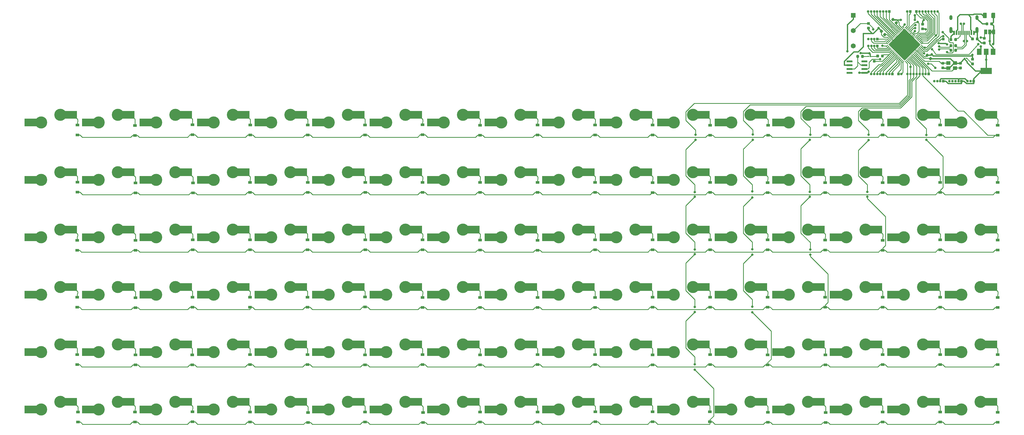
<source format=gbr>
G04 #@! TF.GenerationSoftware,KiCad,Pcbnew,(5.1.4)-1*
G04 #@! TF.CreationDate,2021-09-13T16:48:37-03:00*
G04 #@! TF.ProjectId,keyboard pcb,6b657962-6f61-4726-9420-7063622e6b69,rev?*
G04 #@! TF.SameCoordinates,Original*
G04 #@! TF.FileFunction,Copper,L2,Bot*
G04 #@! TF.FilePolarity,Positive*
%FSLAX46Y46*%
G04 Gerber Fmt 4.6, Leading zero omitted, Abs format (unit mm)*
G04 Created by KiCad (PCBNEW (5.1.4)-1) date 2021-09-13 16:48:37*
%MOMM*%
%LPD*%
G04 APERTURE LIST*
%ADD10C,0.100000*%
%ADD11R,4.500000X2.500000*%
%ADD12C,0.800000*%
%ADD13C,4.000000*%
%ADD14O,0.850000X0.850000*%
%ADD15R,0.850000X0.850000*%
%ADD16R,0.600000X1.450000*%
%ADD17R,0.300000X1.450000*%
%ADD18O,1.000000X2.100000*%
%ADD19O,1.000000X1.600000*%
%ADD20C,0.179289*%
%ADD21C,0.250000*%
%ADD22C,7.500000*%
%ADD23C,0.875000*%
%ADD24R,1.400000X1.200000*%
%ADD25C,0.600000*%
%ADD26R,1.500000X2.000000*%
%ADD27R,3.800000X2.000000*%
%ADD28C,1.650000*%
%ADD29R,1.650000X1.650000*%
%ADD30C,0.400000*%
%ADD31R,1.000000X1.500000*%
%ADD32C,1.250000*%
%ADD33R,1.200000X0.900000*%
%ADD34C,0.381000*%
%ADD35C,0.254000*%
%ADD36C,0.200000*%
G04 APERTURE END LIST*
D10*
G36*
X362088000Y-68661000D02*
G01*
X361588000Y-68661000D01*
X361588000Y-69261000D01*
X362088000Y-69261000D01*
X362088000Y-68661000D01*
G37*
D11*
X342392000Y-115570000D03*
X329465000Y-118110000D03*
D12*
X344170000Y-116332000D03*
X327660000Y-118872000D03*
X344170000Y-114808000D03*
X327660000Y-117348000D03*
D13*
X332740000Y-118110000D03*
X339090000Y-115570000D03*
D14*
X320977000Y-73660000D03*
X321977000Y-73660000D03*
X322977000Y-73660000D03*
D15*
X323977000Y-73660000D03*
D14*
X320977000Y-71374000D03*
X321977000Y-71374000D03*
X322977000Y-71374000D03*
D15*
X323977000Y-71374000D03*
D14*
X333899000Y-62230000D03*
D15*
X334899000Y-62230000D03*
D14*
X345821000Y-70374000D03*
D15*
X345821000Y-71374000D03*
X322961000Y-78740000D03*
D14*
X331962000Y-82931000D03*
D15*
X330962000Y-82931000D03*
D16*
X355929000Y-69323000D03*
X355129000Y-69323000D03*
X350229000Y-69323000D03*
X349429000Y-69323000D03*
X349429000Y-69323000D03*
X350229000Y-69323000D03*
X355129000Y-69323000D03*
X355929000Y-69323000D03*
D17*
X350929000Y-69323000D03*
X351429000Y-69323000D03*
X351929000Y-69323000D03*
X352929000Y-69323000D03*
X353429000Y-69323000D03*
X353929000Y-69323000D03*
X354429000Y-69323000D03*
X352429000Y-69323000D03*
D18*
X356999000Y-68408000D03*
X348359000Y-68408000D03*
D19*
X348359000Y-64228000D03*
X356999000Y-64228000D03*
D20*
X332525542Y-67380241D03*
D10*
G36*
X332127794Y-67159270D02*
G01*
X332304571Y-66982493D01*
X332852579Y-67530501D01*
X332852579Y-67671923D01*
X332746513Y-67777989D01*
X332127794Y-67159270D01*
X332127794Y-67159270D01*
G37*
G36*
X331957143Y-67362236D02*
G01*
X331963210Y-67363136D01*
X331969160Y-67364626D01*
X331974935Y-67366693D01*
X331980479Y-67369315D01*
X331985740Y-67372468D01*
X331990667Y-67376122D01*
X331995211Y-67380241D01*
X332525541Y-67910571D01*
X332529660Y-67915115D01*
X332533314Y-67920042D01*
X332536467Y-67925303D01*
X332539089Y-67930847D01*
X332541156Y-67936622D01*
X332542646Y-67942572D01*
X332543546Y-67948639D01*
X332543847Y-67954765D01*
X332543546Y-67960891D01*
X332542646Y-67966958D01*
X332541156Y-67972908D01*
X332539089Y-67978683D01*
X332536467Y-67984227D01*
X332533314Y-67989488D01*
X332529660Y-67994415D01*
X332525541Y-67998959D01*
X332437153Y-68087347D01*
X332432609Y-68091466D01*
X332427682Y-68095120D01*
X332422421Y-68098273D01*
X332416877Y-68100895D01*
X332411102Y-68102962D01*
X332405152Y-68104452D01*
X332399085Y-68105352D01*
X332392959Y-68105653D01*
X332386833Y-68105352D01*
X332380766Y-68104452D01*
X332374816Y-68102962D01*
X332369041Y-68100895D01*
X332363497Y-68098273D01*
X332358236Y-68095120D01*
X332353309Y-68091466D01*
X332348765Y-68087347D01*
X331818435Y-67557017D01*
X331814316Y-67552473D01*
X331810662Y-67547546D01*
X331807509Y-67542285D01*
X331804887Y-67536741D01*
X331802820Y-67530966D01*
X331801330Y-67525016D01*
X331800430Y-67518949D01*
X331800129Y-67512823D01*
X331800430Y-67506697D01*
X331801330Y-67500630D01*
X331802820Y-67494680D01*
X331804887Y-67488905D01*
X331807509Y-67483361D01*
X331810662Y-67478100D01*
X331814316Y-67473173D01*
X331818435Y-67468629D01*
X331906823Y-67380241D01*
X331911367Y-67376122D01*
X331916294Y-67372468D01*
X331921555Y-67369315D01*
X331927099Y-67366693D01*
X331932874Y-67364626D01*
X331938824Y-67363136D01*
X331944891Y-67362236D01*
X331951017Y-67361935D01*
X331957143Y-67362236D01*
X331957143Y-67362236D01*
G37*
D21*
X332171988Y-67733794D03*
D10*
G36*
X331603590Y-67715790D02*
G01*
X331609657Y-67716690D01*
X331615607Y-67718180D01*
X331621382Y-67720247D01*
X331626926Y-67722869D01*
X331632187Y-67726022D01*
X331637114Y-67729676D01*
X331641658Y-67733795D01*
X332171988Y-68264125D01*
X332176107Y-68268669D01*
X332179761Y-68273596D01*
X332182914Y-68278857D01*
X332185536Y-68284401D01*
X332187603Y-68290176D01*
X332189093Y-68296126D01*
X332189993Y-68302193D01*
X332190294Y-68308319D01*
X332189993Y-68314445D01*
X332189093Y-68320512D01*
X332187603Y-68326462D01*
X332185536Y-68332237D01*
X332182914Y-68337781D01*
X332179761Y-68343042D01*
X332176107Y-68347969D01*
X332171988Y-68352513D01*
X332083600Y-68440901D01*
X332079056Y-68445020D01*
X332074129Y-68448674D01*
X332068868Y-68451827D01*
X332063324Y-68454449D01*
X332057549Y-68456516D01*
X332051599Y-68458006D01*
X332045532Y-68458906D01*
X332039406Y-68459207D01*
X332033280Y-68458906D01*
X332027213Y-68458006D01*
X332021263Y-68456516D01*
X332015488Y-68454449D01*
X332009944Y-68451827D01*
X332004683Y-68448674D01*
X331999756Y-68445020D01*
X331995212Y-68440901D01*
X331464882Y-67910571D01*
X331460763Y-67906027D01*
X331457109Y-67901100D01*
X331453956Y-67895839D01*
X331451334Y-67890295D01*
X331449267Y-67884520D01*
X331447777Y-67878570D01*
X331446877Y-67872503D01*
X331446576Y-67866377D01*
X331446877Y-67860251D01*
X331447777Y-67854184D01*
X331449267Y-67848234D01*
X331451334Y-67842459D01*
X331453956Y-67836915D01*
X331457109Y-67831654D01*
X331460763Y-67826727D01*
X331464882Y-67822183D01*
X331553270Y-67733795D01*
X331557814Y-67729676D01*
X331562741Y-67726022D01*
X331568002Y-67722869D01*
X331573546Y-67720247D01*
X331579321Y-67718180D01*
X331585271Y-67716690D01*
X331591338Y-67715790D01*
X331597464Y-67715489D01*
X331603590Y-67715790D01*
X331603590Y-67715790D01*
G37*
D21*
X331818435Y-68087348D03*
D10*
G36*
X331250037Y-68069343D02*
G01*
X331256104Y-68070243D01*
X331262054Y-68071733D01*
X331267829Y-68073800D01*
X331273373Y-68076422D01*
X331278634Y-68079575D01*
X331283561Y-68083229D01*
X331288105Y-68087348D01*
X331818435Y-68617678D01*
X331822554Y-68622222D01*
X331826208Y-68627149D01*
X331829361Y-68632410D01*
X331831983Y-68637954D01*
X331834050Y-68643729D01*
X331835540Y-68649679D01*
X331836440Y-68655746D01*
X331836741Y-68661872D01*
X331836440Y-68667998D01*
X331835540Y-68674065D01*
X331834050Y-68680015D01*
X331831983Y-68685790D01*
X331829361Y-68691334D01*
X331826208Y-68696595D01*
X331822554Y-68701522D01*
X331818435Y-68706066D01*
X331730047Y-68794454D01*
X331725503Y-68798573D01*
X331720576Y-68802227D01*
X331715315Y-68805380D01*
X331709771Y-68808002D01*
X331703996Y-68810069D01*
X331698046Y-68811559D01*
X331691979Y-68812459D01*
X331685853Y-68812760D01*
X331679727Y-68812459D01*
X331673660Y-68811559D01*
X331667710Y-68810069D01*
X331661935Y-68808002D01*
X331656391Y-68805380D01*
X331651130Y-68802227D01*
X331646203Y-68798573D01*
X331641659Y-68794454D01*
X331111329Y-68264124D01*
X331107210Y-68259580D01*
X331103556Y-68254653D01*
X331100403Y-68249392D01*
X331097781Y-68243848D01*
X331095714Y-68238073D01*
X331094224Y-68232123D01*
X331093324Y-68226056D01*
X331093023Y-68219930D01*
X331093324Y-68213804D01*
X331094224Y-68207737D01*
X331095714Y-68201787D01*
X331097781Y-68196012D01*
X331100403Y-68190468D01*
X331103556Y-68185207D01*
X331107210Y-68180280D01*
X331111329Y-68175736D01*
X331199717Y-68087348D01*
X331204261Y-68083229D01*
X331209188Y-68079575D01*
X331214449Y-68076422D01*
X331219993Y-68073800D01*
X331225768Y-68071733D01*
X331231718Y-68070243D01*
X331237785Y-68069343D01*
X331243911Y-68069042D01*
X331250037Y-68069343D01*
X331250037Y-68069343D01*
G37*
D21*
X331464882Y-68440901D03*
D10*
G36*
X330896483Y-68422896D02*
G01*
X330902550Y-68423796D01*
X330908500Y-68425286D01*
X330914275Y-68427353D01*
X330919819Y-68429975D01*
X330925080Y-68433128D01*
X330930007Y-68436782D01*
X330934551Y-68440901D01*
X331464881Y-68971231D01*
X331469000Y-68975775D01*
X331472654Y-68980702D01*
X331475807Y-68985963D01*
X331478429Y-68991507D01*
X331480496Y-68997282D01*
X331481986Y-69003232D01*
X331482886Y-69009299D01*
X331483187Y-69015425D01*
X331482886Y-69021551D01*
X331481986Y-69027618D01*
X331480496Y-69033568D01*
X331478429Y-69039343D01*
X331475807Y-69044887D01*
X331472654Y-69050148D01*
X331469000Y-69055075D01*
X331464881Y-69059619D01*
X331376493Y-69148007D01*
X331371949Y-69152126D01*
X331367022Y-69155780D01*
X331361761Y-69158933D01*
X331356217Y-69161555D01*
X331350442Y-69163622D01*
X331344492Y-69165112D01*
X331338425Y-69166012D01*
X331332299Y-69166313D01*
X331326173Y-69166012D01*
X331320106Y-69165112D01*
X331314156Y-69163622D01*
X331308381Y-69161555D01*
X331302837Y-69158933D01*
X331297576Y-69155780D01*
X331292649Y-69152126D01*
X331288105Y-69148007D01*
X330757775Y-68617677D01*
X330753656Y-68613133D01*
X330750002Y-68608206D01*
X330746849Y-68602945D01*
X330744227Y-68597401D01*
X330742160Y-68591626D01*
X330740670Y-68585676D01*
X330739770Y-68579609D01*
X330739469Y-68573483D01*
X330739770Y-68567357D01*
X330740670Y-68561290D01*
X330742160Y-68555340D01*
X330744227Y-68549565D01*
X330746849Y-68544021D01*
X330750002Y-68538760D01*
X330753656Y-68533833D01*
X330757775Y-68529289D01*
X330846163Y-68440901D01*
X330850707Y-68436782D01*
X330855634Y-68433128D01*
X330860895Y-68429975D01*
X330866439Y-68427353D01*
X330872214Y-68425286D01*
X330878164Y-68423796D01*
X330884231Y-68422896D01*
X330890357Y-68422595D01*
X330896483Y-68422896D01*
X330896483Y-68422896D01*
G37*
D21*
X331111328Y-68794454D03*
D10*
G36*
X330542930Y-68776450D02*
G01*
X330548997Y-68777350D01*
X330554947Y-68778840D01*
X330560722Y-68780907D01*
X330566266Y-68783529D01*
X330571527Y-68786682D01*
X330576454Y-68790336D01*
X330580998Y-68794455D01*
X331111328Y-69324785D01*
X331115447Y-69329329D01*
X331119101Y-69334256D01*
X331122254Y-69339517D01*
X331124876Y-69345061D01*
X331126943Y-69350836D01*
X331128433Y-69356786D01*
X331129333Y-69362853D01*
X331129634Y-69368979D01*
X331129333Y-69375105D01*
X331128433Y-69381172D01*
X331126943Y-69387122D01*
X331124876Y-69392897D01*
X331122254Y-69398441D01*
X331119101Y-69403702D01*
X331115447Y-69408629D01*
X331111328Y-69413173D01*
X331022940Y-69501561D01*
X331018396Y-69505680D01*
X331013469Y-69509334D01*
X331008208Y-69512487D01*
X331002664Y-69515109D01*
X330996889Y-69517176D01*
X330990939Y-69518666D01*
X330984872Y-69519566D01*
X330978746Y-69519867D01*
X330972620Y-69519566D01*
X330966553Y-69518666D01*
X330960603Y-69517176D01*
X330954828Y-69515109D01*
X330949284Y-69512487D01*
X330944023Y-69509334D01*
X330939096Y-69505680D01*
X330934552Y-69501561D01*
X330404222Y-68971231D01*
X330400103Y-68966687D01*
X330396449Y-68961760D01*
X330393296Y-68956499D01*
X330390674Y-68950955D01*
X330388607Y-68945180D01*
X330387117Y-68939230D01*
X330386217Y-68933163D01*
X330385916Y-68927037D01*
X330386217Y-68920911D01*
X330387117Y-68914844D01*
X330388607Y-68908894D01*
X330390674Y-68903119D01*
X330393296Y-68897575D01*
X330396449Y-68892314D01*
X330400103Y-68887387D01*
X330404222Y-68882843D01*
X330492610Y-68794455D01*
X330497154Y-68790336D01*
X330502081Y-68786682D01*
X330507342Y-68783529D01*
X330512886Y-68780907D01*
X330518661Y-68778840D01*
X330524611Y-68777350D01*
X330530678Y-68776450D01*
X330536804Y-68776149D01*
X330542930Y-68776450D01*
X330542930Y-68776450D01*
G37*
D21*
X330757775Y-69148008D03*
D10*
G36*
X330189376Y-69130003D02*
G01*
X330195443Y-69130903D01*
X330201393Y-69132393D01*
X330207168Y-69134460D01*
X330212712Y-69137082D01*
X330217973Y-69140235D01*
X330222900Y-69143889D01*
X330227444Y-69148008D01*
X330757774Y-69678338D01*
X330761893Y-69682882D01*
X330765547Y-69687809D01*
X330768700Y-69693070D01*
X330771322Y-69698614D01*
X330773389Y-69704389D01*
X330774879Y-69710339D01*
X330775779Y-69716406D01*
X330776080Y-69722532D01*
X330775779Y-69728658D01*
X330774879Y-69734725D01*
X330773389Y-69740675D01*
X330771322Y-69746450D01*
X330768700Y-69751994D01*
X330765547Y-69757255D01*
X330761893Y-69762182D01*
X330757774Y-69766726D01*
X330669386Y-69855114D01*
X330664842Y-69859233D01*
X330659915Y-69862887D01*
X330654654Y-69866040D01*
X330649110Y-69868662D01*
X330643335Y-69870729D01*
X330637385Y-69872219D01*
X330631318Y-69873119D01*
X330625192Y-69873420D01*
X330619066Y-69873119D01*
X330612999Y-69872219D01*
X330607049Y-69870729D01*
X330601274Y-69868662D01*
X330595730Y-69866040D01*
X330590469Y-69862887D01*
X330585542Y-69859233D01*
X330580998Y-69855114D01*
X330050668Y-69324784D01*
X330046549Y-69320240D01*
X330042895Y-69315313D01*
X330039742Y-69310052D01*
X330037120Y-69304508D01*
X330035053Y-69298733D01*
X330033563Y-69292783D01*
X330032663Y-69286716D01*
X330032362Y-69280590D01*
X330032663Y-69274464D01*
X330033563Y-69268397D01*
X330035053Y-69262447D01*
X330037120Y-69256672D01*
X330039742Y-69251128D01*
X330042895Y-69245867D01*
X330046549Y-69240940D01*
X330050668Y-69236396D01*
X330139056Y-69148008D01*
X330143600Y-69143889D01*
X330148527Y-69140235D01*
X330153788Y-69137082D01*
X330159332Y-69134460D01*
X330165107Y-69132393D01*
X330171057Y-69130903D01*
X330177124Y-69130003D01*
X330183250Y-69129702D01*
X330189376Y-69130003D01*
X330189376Y-69130003D01*
G37*
D21*
X330404221Y-69501561D03*
D10*
G36*
X329835823Y-69483557D02*
G01*
X329841890Y-69484457D01*
X329847840Y-69485947D01*
X329853615Y-69488014D01*
X329859159Y-69490636D01*
X329864420Y-69493789D01*
X329869347Y-69497443D01*
X329873891Y-69501562D01*
X330404221Y-70031892D01*
X330408340Y-70036436D01*
X330411994Y-70041363D01*
X330415147Y-70046624D01*
X330417769Y-70052168D01*
X330419836Y-70057943D01*
X330421326Y-70063893D01*
X330422226Y-70069960D01*
X330422527Y-70076086D01*
X330422226Y-70082212D01*
X330421326Y-70088279D01*
X330419836Y-70094229D01*
X330417769Y-70100004D01*
X330415147Y-70105548D01*
X330411994Y-70110809D01*
X330408340Y-70115736D01*
X330404221Y-70120280D01*
X330315833Y-70208668D01*
X330311289Y-70212787D01*
X330306362Y-70216441D01*
X330301101Y-70219594D01*
X330295557Y-70222216D01*
X330289782Y-70224283D01*
X330283832Y-70225773D01*
X330277765Y-70226673D01*
X330271639Y-70226974D01*
X330265513Y-70226673D01*
X330259446Y-70225773D01*
X330253496Y-70224283D01*
X330247721Y-70222216D01*
X330242177Y-70219594D01*
X330236916Y-70216441D01*
X330231989Y-70212787D01*
X330227445Y-70208668D01*
X329697115Y-69678338D01*
X329692996Y-69673794D01*
X329689342Y-69668867D01*
X329686189Y-69663606D01*
X329683567Y-69658062D01*
X329681500Y-69652287D01*
X329680010Y-69646337D01*
X329679110Y-69640270D01*
X329678809Y-69634144D01*
X329679110Y-69628018D01*
X329680010Y-69621951D01*
X329681500Y-69616001D01*
X329683567Y-69610226D01*
X329686189Y-69604682D01*
X329689342Y-69599421D01*
X329692996Y-69594494D01*
X329697115Y-69589950D01*
X329785503Y-69501562D01*
X329790047Y-69497443D01*
X329794974Y-69493789D01*
X329800235Y-69490636D01*
X329805779Y-69488014D01*
X329811554Y-69485947D01*
X329817504Y-69484457D01*
X329823571Y-69483557D01*
X329829697Y-69483256D01*
X329835823Y-69483557D01*
X329835823Y-69483557D01*
G37*
D21*
X330050668Y-69855115D03*
D10*
G36*
X329482270Y-69837110D02*
G01*
X329488337Y-69838010D01*
X329494287Y-69839500D01*
X329500062Y-69841567D01*
X329505606Y-69844189D01*
X329510867Y-69847342D01*
X329515794Y-69850996D01*
X329520338Y-69855115D01*
X330050668Y-70385445D01*
X330054787Y-70389989D01*
X330058441Y-70394916D01*
X330061594Y-70400177D01*
X330064216Y-70405721D01*
X330066283Y-70411496D01*
X330067773Y-70417446D01*
X330068673Y-70423513D01*
X330068974Y-70429639D01*
X330068673Y-70435765D01*
X330067773Y-70441832D01*
X330066283Y-70447782D01*
X330064216Y-70453557D01*
X330061594Y-70459101D01*
X330058441Y-70464362D01*
X330054787Y-70469289D01*
X330050668Y-70473833D01*
X329962280Y-70562221D01*
X329957736Y-70566340D01*
X329952809Y-70569994D01*
X329947548Y-70573147D01*
X329942004Y-70575769D01*
X329936229Y-70577836D01*
X329930279Y-70579326D01*
X329924212Y-70580226D01*
X329918086Y-70580527D01*
X329911960Y-70580226D01*
X329905893Y-70579326D01*
X329899943Y-70577836D01*
X329894168Y-70575769D01*
X329888624Y-70573147D01*
X329883363Y-70569994D01*
X329878436Y-70566340D01*
X329873892Y-70562221D01*
X329343562Y-70031891D01*
X329339443Y-70027347D01*
X329335789Y-70022420D01*
X329332636Y-70017159D01*
X329330014Y-70011615D01*
X329327947Y-70005840D01*
X329326457Y-69999890D01*
X329325557Y-69993823D01*
X329325256Y-69987697D01*
X329325557Y-69981571D01*
X329326457Y-69975504D01*
X329327947Y-69969554D01*
X329330014Y-69963779D01*
X329332636Y-69958235D01*
X329335789Y-69952974D01*
X329339443Y-69948047D01*
X329343562Y-69943503D01*
X329431950Y-69855115D01*
X329436494Y-69850996D01*
X329441421Y-69847342D01*
X329446682Y-69844189D01*
X329452226Y-69841567D01*
X329458001Y-69839500D01*
X329463951Y-69838010D01*
X329470018Y-69837110D01*
X329476144Y-69836809D01*
X329482270Y-69837110D01*
X329482270Y-69837110D01*
G37*
D21*
X329697115Y-70208668D03*
D10*
G36*
X329128716Y-70190663D02*
G01*
X329134783Y-70191563D01*
X329140733Y-70193053D01*
X329146508Y-70195120D01*
X329152052Y-70197742D01*
X329157313Y-70200895D01*
X329162240Y-70204549D01*
X329166784Y-70208668D01*
X329697114Y-70738998D01*
X329701233Y-70743542D01*
X329704887Y-70748469D01*
X329708040Y-70753730D01*
X329710662Y-70759274D01*
X329712729Y-70765049D01*
X329714219Y-70770999D01*
X329715119Y-70777066D01*
X329715420Y-70783192D01*
X329715119Y-70789318D01*
X329714219Y-70795385D01*
X329712729Y-70801335D01*
X329710662Y-70807110D01*
X329708040Y-70812654D01*
X329704887Y-70817915D01*
X329701233Y-70822842D01*
X329697114Y-70827386D01*
X329608726Y-70915774D01*
X329604182Y-70919893D01*
X329599255Y-70923547D01*
X329593994Y-70926700D01*
X329588450Y-70929322D01*
X329582675Y-70931389D01*
X329576725Y-70932879D01*
X329570658Y-70933779D01*
X329564532Y-70934080D01*
X329558406Y-70933779D01*
X329552339Y-70932879D01*
X329546389Y-70931389D01*
X329540614Y-70929322D01*
X329535070Y-70926700D01*
X329529809Y-70923547D01*
X329524882Y-70919893D01*
X329520338Y-70915774D01*
X328990008Y-70385444D01*
X328985889Y-70380900D01*
X328982235Y-70375973D01*
X328979082Y-70370712D01*
X328976460Y-70365168D01*
X328974393Y-70359393D01*
X328972903Y-70353443D01*
X328972003Y-70347376D01*
X328971702Y-70341250D01*
X328972003Y-70335124D01*
X328972903Y-70329057D01*
X328974393Y-70323107D01*
X328976460Y-70317332D01*
X328979082Y-70311788D01*
X328982235Y-70306527D01*
X328985889Y-70301600D01*
X328990008Y-70297056D01*
X329078396Y-70208668D01*
X329082940Y-70204549D01*
X329087867Y-70200895D01*
X329093128Y-70197742D01*
X329098672Y-70195120D01*
X329104447Y-70193053D01*
X329110397Y-70191563D01*
X329116464Y-70190663D01*
X329122590Y-70190362D01*
X329128716Y-70190663D01*
X329128716Y-70190663D01*
G37*
D21*
X329343561Y-70562221D03*
D10*
G36*
X328775163Y-70544217D02*
G01*
X328781230Y-70545117D01*
X328787180Y-70546607D01*
X328792955Y-70548674D01*
X328798499Y-70551296D01*
X328803760Y-70554449D01*
X328808687Y-70558103D01*
X328813231Y-70562222D01*
X329343561Y-71092552D01*
X329347680Y-71097096D01*
X329351334Y-71102023D01*
X329354487Y-71107284D01*
X329357109Y-71112828D01*
X329359176Y-71118603D01*
X329360666Y-71124553D01*
X329361566Y-71130620D01*
X329361867Y-71136746D01*
X329361566Y-71142872D01*
X329360666Y-71148939D01*
X329359176Y-71154889D01*
X329357109Y-71160664D01*
X329354487Y-71166208D01*
X329351334Y-71171469D01*
X329347680Y-71176396D01*
X329343561Y-71180940D01*
X329255173Y-71269328D01*
X329250629Y-71273447D01*
X329245702Y-71277101D01*
X329240441Y-71280254D01*
X329234897Y-71282876D01*
X329229122Y-71284943D01*
X329223172Y-71286433D01*
X329217105Y-71287333D01*
X329210979Y-71287634D01*
X329204853Y-71287333D01*
X329198786Y-71286433D01*
X329192836Y-71284943D01*
X329187061Y-71282876D01*
X329181517Y-71280254D01*
X329176256Y-71277101D01*
X329171329Y-71273447D01*
X329166785Y-71269328D01*
X328636455Y-70738998D01*
X328632336Y-70734454D01*
X328628682Y-70729527D01*
X328625529Y-70724266D01*
X328622907Y-70718722D01*
X328620840Y-70712947D01*
X328619350Y-70706997D01*
X328618450Y-70700930D01*
X328618149Y-70694804D01*
X328618450Y-70688678D01*
X328619350Y-70682611D01*
X328620840Y-70676661D01*
X328622907Y-70670886D01*
X328625529Y-70665342D01*
X328628682Y-70660081D01*
X328632336Y-70655154D01*
X328636455Y-70650610D01*
X328724843Y-70562222D01*
X328729387Y-70558103D01*
X328734314Y-70554449D01*
X328739575Y-70551296D01*
X328745119Y-70548674D01*
X328750894Y-70546607D01*
X328756844Y-70545117D01*
X328762911Y-70544217D01*
X328769037Y-70543916D01*
X328775163Y-70544217D01*
X328775163Y-70544217D01*
G37*
D21*
X328990008Y-70915775D03*
D10*
G36*
X328421609Y-70897770D02*
G01*
X328427676Y-70898670D01*
X328433626Y-70900160D01*
X328439401Y-70902227D01*
X328444945Y-70904849D01*
X328450206Y-70908002D01*
X328455133Y-70911656D01*
X328459677Y-70915775D01*
X328990007Y-71446105D01*
X328994126Y-71450649D01*
X328997780Y-71455576D01*
X329000933Y-71460837D01*
X329003555Y-71466381D01*
X329005622Y-71472156D01*
X329007112Y-71478106D01*
X329008012Y-71484173D01*
X329008313Y-71490299D01*
X329008012Y-71496425D01*
X329007112Y-71502492D01*
X329005622Y-71508442D01*
X329003555Y-71514217D01*
X329000933Y-71519761D01*
X328997780Y-71525022D01*
X328994126Y-71529949D01*
X328990007Y-71534493D01*
X328901619Y-71622881D01*
X328897075Y-71627000D01*
X328892148Y-71630654D01*
X328886887Y-71633807D01*
X328881343Y-71636429D01*
X328875568Y-71638496D01*
X328869618Y-71639986D01*
X328863551Y-71640886D01*
X328857425Y-71641187D01*
X328851299Y-71640886D01*
X328845232Y-71639986D01*
X328839282Y-71638496D01*
X328833507Y-71636429D01*
X328827963Y-71633807D01*
X328822702Y-71630654D01*
X328817775Y-71627000D01*
X328813231Y-71622881D01*
X328282901Y-71092551D01*
X328278782Y-71088007D01*
X328275128Y-71083080D01*
X328271975Y-71077819D01*
X328269353Y-71072275D01*
X328267286Y-71066500D01*
X328265796Y-71060550D01*
X328264896Y-71054483D01*
X328264595Y-71048357D01*
X328264896Y-71042231D01*
X328265796Y-71036164D01*
X328267286Y-71030214D01*
X328269353Y-71024439D01*
X328271975Y-71018895D01*
X328275128Y-71013634D01*
X328278782Y-71008707D01*
X328282901Y-71004163D01*
X328371289Y-70915775D01*
X328375833Y-70911656D01*
X328380760Y-70908002D01*
X328386021Y-70904849D01*
X328391565Y-70902227D01*
X328397340Y-70900160D01*
X328403290Y-70898670D01*
X328409357Y-70897770D01*
X328415483Y-70897469D01*
X328421609Y-70897770D01*
X328421609Y-70897770D01*
G37*
D21*
X328636454Y-71269328D03*
D10*
G36*
X328068056Y-71251324D02*
G01*
X328074123Y-71252224D01*
X328080073Y-71253714D01*
X328085848Y-71255781D01*
X328091392Y-71258403D01*
X328096653Y-71261556D01*
X328101580Y-71265210D01*
X328106124Y-71269329D01*
X328636454Y-71799659D01*
X328640573Y-71804203D01*
X328644227Y-71809130D01*
X328647380Y-71814391D01*
X328650002Y-71819935D01*
X328652069Y-71825710D01*
X328653559Y-71831660D01*
X328654459Y-71837727D01*
X328654760Y-71843853D01*
X328654459Y-71849979D01*
X328653559Y-71856046D01*
X328652069Y-71861996D01*
X328650002Y-71867771D01*
X328647380Y-71873315D01*
X328644227Y-71878576D01*
X328640573Y-71883503D01*
X328636454Y-71888047D01*
X328548066Y-71976435D01*
X328543522Y-71980554D01*
X328538595Y-71984208D01*
X328533334Y-71987361D01*
X328527790Y-71989983D01*
X328522015Y-71992050D01*
X328516065Y-71993540D01*
X328509998Y-71994440D01*
X328503872Y-71994741D01*
X328497746Y-71994440D01*
X328491679Y-71993540D01*
X328485729Y-71992050D01*
X328479954Y-71989983D01*
X328474410Y-71987361D01*
X328469149Y-71984208D01*
X328464222Y-71980554D01*
X328459678Y-71976435D01*
X327929348Y-71446105D01*
X327925229Y-71441561D01*
X327921575Y-71436634D01*
X327918422Y-71431373D01*
X327915800Y-71425829D01*
X327913733Y-71420054D01*
X327912243Y-71414104D01*
X327911343Y-71408037D01*
X327911042Y-71401911D01*
X327911343Y-71395785D01*
X327912243Y-71389718D01*
X327913733Y-71383768D01*
X327915800Y-71377993D01*
X327918422Y-71372449D01*
X327921575Y-71367188D01*
X327925229Y-71362261D01*
X327929348Y-71357717D01*
X328017736Y-71269329D01*
X328022280Y-71265210D01*
X328027207Y-71261556D01*
X328032468Y-71258403D01*
X328038012Y-71255781D01*
X328043787Y-71253714D01*
X328049737Y-71252224D01*
X328055804Y-71251324D01*
X328061930Y-71251023D01*
X328068056Y-71251324D01*
X328068056Y-71251324D01*
G37*
D21*
X328282901Y-71622882D03*
D10*
G36*
X327714503Y-71604877D02*
G01*
X327720570Y-71605777D01*
X327726520Y-71607267D01*
X327732295Y-71609334D01*
X327737839Y-71611956D01*
X327743100Y-71615109D01*
X327748027Y-71618763D01*
X327752571Y-71622882D01*
X328282901Y-72153212D01*
X328287020Y-72157756D01*
X328290674Y-72162683D01*
X328293827Y-72167944D01*
X328296449Y-72173488D01*
X328298516Y-72179263D01*
X328300006Y-72185213D01*
X328300906Y-72191280D01*
X328301207Y-72197406D01*
X328300906Y-72203532D01*
X328300006Y-72209599D01*
X328298516Y-72215549D01*
X328296449Y-72221324D01*
X328293827Y-72226868D01*
X328290674Y-72232129D01*
X328287020Y-72237056D01*
X328282901Y-72241600D01*
X328194513Y-72329988D01*
X328189969Y-72334107D01*
X328185042Y-72337761D01*
X328179781Y-72340914D01*
X328174237Y-72343536D01*
X328168462Y-72345603D01*
X328162512Y-72347093D01*
X328156445Y-72347993D01*
X328150319Y-72348294D01*
X328144193Y-72347993D01*
X328138126Y-72347093D01*
X328132176Y-72345603D01*
X328126401Y-72343536D01*
X328120857Y-72340914D01*
X328115596Y-72337761D01*
X328110669Y-72334107D01*
X328106125Y-72329988D01*
X327575795Y-71799658D01*
X327571676Y-71795114D01*
X327568022Y-71790187D01*
X327564869Y-71784926D01*
X327562247Y-71779382D01*
X327560180Y-71773607D01*
X327558690Y-71767657D01*
X327557790Y-71761590D01*
X327557489Y-71755464D01*
X327557790Y-71749338D01*
X327558690Y-71743271D01*
X327560180Y-71737321D01*
X327562247Y-71731546D01*
X327564869Y-71726002D01*
X327568022Y-71720741D01*
X327571676Y-71715814D01*
X327575795Y-71711270D01*
X327664183Y-71622882D01*
X327668727Y-71618763D01*
X327673654Y-71615109D01*
X327678915Y-71611956D01*
X327684459Y-71609334D01*
X327690234Y-71607267D01*
X327696184Y-71605777D01*
X327702251Y-71604877D01*
X327708377Y-71604576D01*
X327714503Y-71604877D01*
X327714503Y-71604877D01*
G37*
D21*
X327929348Y-71976435D03*
D10*
G36*
X327360949Y-71958430D02*
G01*
X327367016Y-71959330D01*
X327372966Y-71960820D01*
X327378741Y-71962887D01*
X327384285Y-71965509D01*
X327389546Y-71968662D01*
X327394473Y-71972316D01*
X327399017Y-71976435D01*
X327929347Y-72506765D01*
X327933466Y-72511309D01*
X327937120Y-72516236D01*
X327940273Y-72521497D01*
X327942895Y-72527041D01*
X327944962Y-72532816D01*
X327946452Y-72538766D01*
X327947352Y-72544833D01*
X327947653Y-72550959D01*
X327947352Y-72557085D01*
X327946452Y-72563152D01*
X327944962Y-72569102D01*
X327942895Y-72574877D01*
X327940273Y-72580421D01*
X327937120Y-72585682D01*
X327933466Y-72590609D01*
X327929347Y-72595153D01*
X327840959Y-72683541D01*
X327836415Y-72687660D01*
X327831488Y-72691314D01*
X327826227Y-72694467D01*
X327820683Y-72697089D01*
X327814908Y-72699156D01*
X327808958Y-72700646D01*
X327802891Y-72701546D01*
X327796765Y-72701847D01*
X327790639Y-72701546D01*
X327784572Y-72700646D01*
X327778622Y-72699156D01*
X327772847Y-72697089D01*
X327767303Y-72694467D01*
X327762042Y-72691314D01*
X327757115Y-72687660D01*
X327752571Y-72683541D01*
X327222241Y-72153211D01*
X327218122Y-72148667D01*
X327214468Y-72143740D01*
X327211315Y-72138479D01*
X327208693Y-72132935D01*
X327206626Y-72127160D01*
X327205136Y-72121210D01*
X327204236Y-72115143D01*
X327203935Y-72109017D01*
X327204236Y-72102891D01*
X327205136Y-72096824D01*
X327206626Y-72090874D01*
X327208693Y-72085099D01*
X327211315Y-72079555D01*
X327214468Y-72074294D01*
X327218122Y-72069367D01*
X327222241Y-72064823D01*
X327310629Y-71976435D01*
X327315173Y-71972316D01*
X327320100Y-71968662D01*
X327325361Y-71965509D01*
X327330905Y-71962887D01*
X327336680Y-71960820D01*
X327342630Y-71959330D01*
X327348697Y-71958430D01*
X327354823Y-71958129D01*
X327360949Y-71958430D01*
X327360949Y-71958430D01*
G37*
D21*
X327575794Y-72329988D03*
D20*
X327222241Y-72683542D03*
D10*
G36*
X327372501Y-73010579D02*
G01*
X326824493Y-72462571D01*
X327001270Y-72285794D01*
X327619989Y-72904513D01*
X327513923Y-73010579D01*
X327372501Y-73010579D01*
X327372501Y-73010579D01*
G37*
D20*
X327222241Y-73620458D03*
D10*
G36*
X326824493Y-73841429D02*
G01*
X327372501Y-73293421D01*
X327513923Y-73293421D01*
X327619989Y-73399487D01*
X327001270Y-74018206D01*
X326824493Y-73841429D01*
X326824493Y-73841429D01*
G37*
G36*
X327802891Y-73602454D02*
G01*
X327808958Y-73603354D01*
X327814908Y-73604844D01*
X327820683Y-73606911D01*
X327826227Y-73609533D01*
X327831488Y-73612686D01*
X327836415Y-73616340D01*
X327840959Y-73620459D01*
X327929347Y-73708847D01*
X327933466Y-73713391D01*
X327937120Y-73718318D01*
X327940273Y-73723579D01*
X327942895Y-73729123D01*
X327944962Y-73734898D01*
X327946452Y-73740848D01*
X327947352Y-73746915D01*
X327947653Y-73753041D01*
X327947352Y-73759167D01*
X327946452Y-73765234D01*
X327944962Y-73771184D01*
X327942895Y-73776959D01*
X327940273Y-73782503D01*
X327937120Y-73787764D01*
X327933466Y-73792691D01*
X327929347Y-73797235D01*
X327399017Y-74327565D01*
X327394473Y-74331684D01*
X327389546Y-74335338D01*
X327384285Y-74338491D01*
X327378741Y-74341113D01*
X327372966Y-74343180D01*
X327367016Y-74344670D01*
X327360949Y-74345570D01*
X327354823Y-74345871D01*
X327348697Y-74345570D01*
X327342630Y-74344670D01*
X327336680Y-74343180D01*
X327330905Y-74341113D01*
X327325361Y-74338491D01*
X327320100Y-74335338D01*
X327315173Y-74331684D01*
X327310629Y-74327565D01*
X327222241Y-74239177D01*
X327218122Y-74234633D01*
X327214468Y-74229706D01*
X327211315Y-74224445D01*
X327208693Y-74218901D01*
X327206626Y-74213126D01*
X327205136Y-74207176D01*
X327204236Y-74201109D01*
X327203935Y-74194983D01*
X327204236Y-74188857D01*
X327205136Y-74182790D01*
X327206626Y-74176840D01*
X327208693Y-74171065D01*
X327211315Y-74165521D01*
X327214468Y-74160260D01*
X327218122Y-74155333D01*
X327222241Y-74150789D01*
X327752571Y-73620459D01*
X327757115Y-73616340D01*
X327762042Y-73612686D01*
X327767303Y-73609533D01*
X327772847Y-73606911D01*
X327778622Y-73604844D01*
X327784572Y-73603354D01*
X327790639Y-73602454D01*
X327796765Y-73602153D01*
X327802891Y-73602454D01*
X327802891Y-73602454D01*
G37*
D21*
X327575794Y-73974012D03*
D10*
G36*
X328156445Y-73956007D02*
G01*
X328162512Y-73956907D01*
X328168462Y-73958397D01*
X328174237Y-73960464D01*
X328179781Y-73963086D01*
X328185042Y-73966239D01*
X328189969Y-73969893D01*
X328194513Y-73974012D01*
X328282901Y-74062400D01*
X328287020Y-74066944D01*
X328290674Y-74071871D01*
X328293827Y-74077132D01*
X328296449Y-74082676D01*
X328298516Y-74088451D01*
X328300006Y-74094401D01*
X328300906Y-74100468D01*
X328301207Y-74106594D01*
X328300906Y-74112720D01*
X328300006Y-74118787D01*
X328298516Y-74124737D01*
X328296449Y-74130512D01*
X328293827Y-74136056D01*
X328290674Y-74141317D01*
X328287020Y-74146244D01*
X328282901Y-74150788D01*
X327752571Y-74681118D01*
X327748027Y-74685237D01*
X327743100Y-74688891D01*
X327737839Y-74692044D01*
X327732295Y-74694666D01*
X327726520Y-74696733D01*
X327720570Y-74698223D01*
X327714503Y-74699123D01*
X327708377Y-74699424D01*
X327702251Y-74699123D01*
X327696184Y-74698223D01*
X327690234Y-74696733D01*
X327684459Y-74694666D01*
X327678915Y-74692044D01*
X327673654Y-74688891D01*
X327668727Y-74685237D01*
X327664183Y-74681118D01*
X327575795Y-74592730D01*
X327571676Y-74588186D01*
X327568022Y-74583259D01*
X327564869Y-74577998D01*
X327562247Y-74572454D01*
X327560180Y-74566679D01*
X327558690Y-74560729D01*
X327557790Y-74554662D01*
X327557489Y-74548536D01*
X327557790Y-74542410D01*
X327558690Y-74536343D01*
X327560180Y-74530393D01*
X327562247Y-74524618D01*
X327564869Y-74519074D01*
X327568022Y-74513813D01*
X327571676Y-74508886D01*
X327575795Y-74504342D01*
X328106125Y-73974012D01*
X328110669Y-73969893D01*
X328115596Y-73966239D01*
X328120857Y-73963086D01*
X328126401Y-73960464D01*
X328132176Y-73958397D01*
X328138126Y-73956907D01*
X328144193Y-73956007D01*
X328150319Y-73955706D01*
X328156445Y-73956007D01*
X328156445Y-73956007D01*
G37*
D21*
X327929348Y-74327565D03*
D10*
G36*
X328509998Y-74309560D02*
G01*
X328516065Y-74310460D01*
X328522015Y-74311950D01*
X328527790Y-74314017D01*
X328533334Y-74316639D01*
X328538595Y-74319792D01*
X328543522Y-74323446D01*
X328548066Y-74327565D01*
X328636454Y-74415953D01*
X328640573Y-74420497D01*
X328644227Y-74425424D01*
X328647380Y-74430685D01*
X328650002Y-74436229D01*
X328652069Y-74442004D01*
X328653559Y-74447954D01*
X328654459Y-74454021D01*
X328654760Y-74460147D01*
X328654459Y-74466273D01*
X328653559Y-74472340D01*
X328652069Y-74478290D01*
X328650002Y-74484065D01*
X328647380Y-74489609D01*
X328644227Y-74494870D01*
X328640573Y-74499797D01*
X328636454Y-74504341D01*
X328106124Y-75034671D01*
X328101580Y-75038790D01*
X328096653Y-75042444D01*
X328091392Y-75045597D01*
X328085848Y-75048219D01*
X328080073Y-75050286D01*
X328074123Y-75051776D01*
X328068056Y-75052676D01*
X328061930Y-75052977D01*
X328055804Y-75052676D01*
X328049737Y-75051776D01*
X328043787Y-75050286D01*
X328038012Y-75048219D01*
X328032468Y-75045597D01*
X328027207Y-75042444D01*
X328022280Y-75038790D01*
X328017736Y-75034671D01*
X327929348Y-74946283D01*
X327925229Y-74941739D01*
X327921575Y-74936812D01*
X327918422Y-74931551D01*
X327915800Y-74926007D01*
X327913733Y-74920232D01*
X327912243Y-74914282D01*
X327911343Y-74908215D01*
X327911042Y-74902089D01*
X327911343Y-74895963D01*
X327912243Y-74889896D01*
X327913733Y-74883946D01*
X327915800Y-74878171D01*
X327918422Y-74872627D01*
X327921575Y-74867366D01*
X327925229Y-74862439D01*
X327929348Y-74857895D01*
X328459678Y-74327565D01*
X328464222Y-74323446D01*
X328469149Y-74319792D01*
X328474410Y-74316639D01*
X328479954Y-74314017D01*
X328485729Y-74311950D01*
X328491679Y-74310460D01*
X328497746Y-74309560D01*
X328503872Y-74309259D01*
X328509998Y-74309560D01*
X328509998Y-74309560D01*
G37*
D21*
X328282901Y-74681118D03*
D10*
G36*
X328863551Y-74663114D02*
G01*
X328869618Y-74664014D01*
X328875568Y-74665504D01*
X328881343Y-74667571D01*
X328886887Y-74670193D01*
X328892148Y-74673346D01*
X328897075Y-74677000D01*
X328901619Y-74681119D01*
X328990007Y-74769507D01*
X328994126Y-74774051D01*
X328997780Y-74778978D01*
X329000933Y-74784239D01*
X329003555Y-74789783D01*
X329005622Y-74795558D01*
X329007112Y-74801508D01*
X329008012Y-74807575D01*
X329008313Y-74813701D01*
X329008012Y-74819827D01*
X329007112Y-74825894D01*
X329005622Y-74831844D01*
X329003555Y-74837619D01*
X329000933Y-74843163D01*
X328997780Y-74848424D01*
X328994126Y-74853351D01*
X328990007Y-74857895D01*
X328459677Y-75388225D01*
X328455133Y-75392344D01*
X328450206Y-75395998D01*
X328444945Y-75399151D01*
X328439401Y-75401773D01*
X328433626Y-75403840D01*
X328427676Y-75405330D01*
X328421609Y-75406230D01*
X328415483Y-75406531D01*
X328409357Y-75406230D01*
X328403290Y-75405330D01*
X328397340Y-75403840D01*
X328391565Y-75401773D01*
X328386021Y-75399151D01*
X328380760Y-75395998D01*
X328375833Y-75392344D01*
X328371289Y-75388225D01*
X328282901Y-75299837D01*
X328278782Y-75295293D01*
X328275128Y-75290366D01*
X328271975Y-75285105D01*
X328269353Y-75279561D01*
X328267286Y-75273786D01*
X328265796Y-75267836D01*
X328264896Y-75261769D01*
X328264595Y-75255643D01*
X328264896Y-75249517D01*
X328265796Y-75243450D01*
X328267286Y-75237500D01*
X328269353Y-75231725D01*
X328271975Y-75226181D01*
X328275128Y-75220920D01*
X328278782Y-75215993D01*
X328282901Y-75211449D01*
X328813231Y-74681119D01*
X328817775Y-74677000D01*
X328822702Y-74673346D01*
X328827963Y-74670193D01*
X328833507Y-74667571D01*
X328839282Y-74665504D01*
X328845232Y-74664014D01*
X328851299Y-74663114D01*
X328857425Y-74662813D01*
X328863551Y-74663114D01*
X328863551Y-74663114D01*
G37*
D21*
X328636454Y-75034672D03*
D10*
G36*
X329217105Y-75016667D02*
G01*
X329223172Y-75017567D01*
X329229122Y-75019057D01*
X329234897Y-75021124D01*
X329240441Y-75023746D01*
X329245702Y-75026899D01*
X329250629Y-75030553D01*
X329255173Y-75034672D01*
X329343561Y-75123060D01*
X329347680Y-75127604D01*
X329351334Y-75132531D01*
X329354487Y-75137792D01*
X329357109Y-75143336D01*
X329359176Y-75149111D01*
X329360666Y-75155061D01*
X329361566Y-75161128D01*
X329361867Y-75167254D01*
X329361566Y-75173380D01*
X329360666Y-75179447D01*
X329359176Y-75185397D01*
X329357109Y-75191172D01*
X329354487Y-75196716D01*
X329351334Y-75201977D01*
X329347680Y-75206904D01*
X329343561Y-75211448D01*
X328813231Y-75741778D01*
X328808687Y-75745897D01*
X328803760Y-75749551D01*
X328798499Y-75752704D01*
X328792955Y-75755326D01*
X328787180Y-75757393D01*
X328781230Y-75758883D01*
X328775163Y-75759783D01*
X328769037Y-75760084D01*
X328762911Y-75759783D01*
X328756844Y-75758883D01*
X328750894Y-75757393D01*
X328745119Y-75755326D01*
X328739575Y-75752704D01*
X328734314Y-75749551D01*
X328729387Y-75745897D01*
X328724843Y-75741778D01*
X328636455Y-75653390D01*
X328632336Y-75648846D01*
X328628682Y-75643919D01*
X328625529Y-75638658D01*
X328622907Y-75633114D01*
X328620840Y-75627339D01*
X328619350Y-75621389D01*
X328618450Y-75615322D01*
X328618149Y-75609196D01*
X328618450Y-75603070D01*
X328619350Y-75597003D01*
X328620840Y-75591053D01*
X328622907Y-75585278D01*
X328625529Y-75579734D01*
X328628682Y-75574473D01*
X328632336Y-75569546D01*
X328636455Y-75565002D01*
X329166785Y-75034672D01*
X329171329Y-75030553D01*
X329176256Y-75026899D01*
X329181517Y-75023746D01*
X329187061Y-75021124D01*
X329192836Y-75019057D01*
X329198786Y-75017567D01*
X329204853Y-75016667D01*
X329210979Y-75016366D01*
X329217105Y-75016667D01*
X329217105Y-75016667D01*
G37*
D21*
X328990008Y-75388225D03*
D10*
G36*
X329570658Y-75370221D02*
G01*
X329576725Y-75371121D01*
X329582675Y-75372611D01*
X329588450Y-75374678D01*
X329593994Y-75377300D01*
X329599255Y-75380453D01*
X329604182Y-75384107D01*
X329608726Y-75388226D01*
X329697114Y-75476614D01*
X329701233Y-75481158D01*
X329704887Y-75486085D01*
X329708040Y-75491346D01*
X329710662Y-75496890D01*
X329712729Y-75502665D01*
X329714219Y-75508615D01*
X329715119Y-75514682D01*
X329715420Y-75520808D01*
X329715119Y-75526934D01*
X329714219Y-75533001D01*
X329712729Y-75538951D01*
X329710662Y-75544726D01*
X329708040Y-75550270D01*
X329704887Y-75555531D01*
X329701233Y-75560458D01*
X329697114Y-75565002D01*
X329166784Y-76095332D01*
X329162240Y-76099451D01*
X329157313Y-76103105D01*
X329152052Y-76106258D01*
X329146508Y-76108880D01*
X329140733Y-76110947D01*
X329134783Y-76112437D01*
X329128716Y-76113337D01*
X329122590Y-76113638D01*
X329116464Y-76113337D01*
X329110397Y-76112437D01*
X329104447Y-76110947D01*
X329098672Y-76108880D01*
X329093128Y-76106258D01*
X329087867Y-76103105D01*
X329082940Y-76099451D01*
X329078396Y-76095332D01*
X328990008Y-76006944D01*
X328985889Y-76002400D01*
X328982235Y-75997473D01*
X328979082Y-75992212D01*
X328976460Y-75986668D01*
X328974393Y-75980893D01*
X328972903Y-75974943D01*
X328972003Y-75968876D01*
X328971702Y-75962750D01*
X328972003Y-75956624D01*
X328972903Y-75950557D01*
X328974393Y-75944607D01*
X328976460Y-75938832D01*
X328979082Y-75933288D01*
X328982235Y-75928027D01*
X328985889Y-75923100D01*
X328990008Y-75918556D01*
X329520338Y-75388226D01*
X329524882Y-75384107D01*
X329529809Y-75380453D01*
X329535070Y-75377300D01*
X329540614Y-75374678D01*
X329546389Y-75372611D01*
X329552339Y-75371121D01*
X329558406Y-75370221D01*
X329564532Y-75369920D01*
X329570658Y-75370221D01*
X329570658Y-75370221D01*
G37*
D21*
X329343561Y-75741779D03*
D10*
G36*
X329924212Y-75723774D02*
G01*
X329930279Y-75724674D01*
X329936229Y-75726164D01*
X329942004Y-75728231D01*
X329947548Y-75730853D01*
X329952809Y-75734006D01*
X329957736Y-75737660D01*
X329962280Y-75741779D01*
X330050668Y-75830167D01*
X330054787Y-75834711D01*
X330058441Y-75839638D01*
X330061594Y-75844899D01*
X330064216Y-75850443D01*
X330066283Y-75856218D01*
X330067773Y-75862168D01*
X330068673Y-75868235D01*
X330068974Y-75874361D01*
X330068673Y-75880487D01*
X330067773Y-75886554D01*
X330066283Y-75892504D01*
X330064216Y-75898279D01*
X330061594Y-75903823D01*
X330058441Y-75909084D01*
X330054787Y-75914011D01*
X330050668Y-75918555D01*
X329520338Y-76448885D01*
X329515794Y-76453004D01*
X329510867Y-76456658D01*
X329505606Y-76459811D01*
X329500062Y-76462433D01*
X329494287Y-76464500D01*
X329488337Y-76465990D01*
X329482270Y-76466890D01*
X329476144Y-76467191D01*
X329470018Y-76466890D01*
X329463951Y-76465990D01*
X329458001Y-76464500D01*
X329452226Y-76462433D01*
X329446682Y-76459811D01*
X329441421Y-76456658D01*
X329436494Y-76453004D01*
X329431950Y-76448885D01*
X329343562Y-76360497D01*
X329339443Y-76355953D01*
X329335789Y-76351026D01*
X329332636Y-76345765D01*
X329330014Y-76340221D01*
X329327947Y-76334446D01*
X329326457Y-76328496D01*
X329325557Y-76322429D01*
X329325256Y-76316303D01*
X329325557Y-76310177D01*
X329326457Y-76304110D01*
X329327947Y-76298160D01*
X329330014Y-76292385D01*
X329332636Y-76286841D01*
X329335789Y-76281580D01*
X329339443Y-76276653D01*
X329343562Y-76272109D01*
X329873892Y-75741779D01*
X329878436Y-75737660D01*
X329883363Y-75734006D01*
X329888624Y-75730853D01*
X329894168Y-75728231D01*
X329899943Y-75726164D01*
X329905893Y-75724674D01*
X329911960Y-75723774D01*
X329918086Y-75723473D01*
X329924212Y-75723774D01*
X329924212Y-75723774D01*
G37*
D21*
X329697115Y-76095332D03*
D10*
G36*
X330277765Y-76077327D02*
G01*
X330283832Y-76078227D01*
X330289782Y-76079717D01*
X330295557Y-76081784D01*
X330301101Y-76084406D01*
X330306362Y-76087559D01*
X330311289Y-76091213D01*
X330315833Y-76095332D01*
X330404221Y-76183720D01*
X330408340Y-76188264D01*
X330411994Y-76193191D01*
X330415147Y-76198452D01*
X330417769Y-76203996D01*
X330419836Y-76209771D01*
X330421326Y-76215721D01*
X330422226Y-76221788D01*
X330422527Y-76227914D01*
X330422226Y-76234040D01*
X330421326Y-76240107D01*
X330419836Y-76246057D01*
X330417769Y-76251832D01*
X330415147Y-76257376D01*
X330411994Y-76262637D01*
X330408340Y-76267564D01*
X330404221Y-76272108D01*
X329873891Y-76802438D01*
X329869347Y-76806557D01*
X329864420Y-76810211D01*
X329859159Y-76813364D01*
X329853615Y-76815986D01*
X329847840Y-76818053D01*
X329841890Y-76819543D01*
X329835823Y-76820443D01*
X329829697Y-76820744D01*
X329823571Y-76820443D01*
X329817504Y-76819543D01*
X329811554Y-76818053D01*
X329805779Y-76815986D01*
X329800235Y-76813364D01*
X329794974Y-76810211D01*
X329790047Y-76806557D01*
X329785503Y-76802438D01*
X329697115Y-76714050D01*
X329692996Y-76709506D01*
X329689342Y-76704579D01*
X329686189Y-76699318D01*
X329683567Y-76693774D01*
X329681500Y-76687999D01*
X329680010Y-76682049D01*
X329679110Y-76675982D01*
X329678809Y-76669856D01*
X329679110Y-76663730D01*
X329680010Y-76657663D01*
X329681500Y-76651713D01*
X329683567Y-76645938D01*
X329686189Y-76640394D01*
X329689342Y-76635133D01*
X329692996Y-76630206D01*
X329697115Y-76625662D01*
X330227445Y-76095332D01*
X330231989Y-76091213D01*
X330236916Y-76087559D01*
X330242177Y-76084406D01*
X330247721Y-76081784D01*
X330253496Y-76079717D01*
X330259446Y-76078227D01*
X330265513Y-76077327D01*
X330271639Y-76077026D01*
X330277765Y-76077327D01*
X330277765Y-76077327D01*
G37*
D21*
X330050668Y-76448885D03*
D10*
G36*
X330631318Y-76430881D02*
G01*
X330637385Y-76431781D01*
X330643335Y-76433271D01*
X330649110Y-76435338D01*
X330654654Y-76437960D01*
X330659915Y-76441113D01*
X330664842Y-76444767D01*
X330669386Y-76448886D01*
X330757774Y-76537274D01*
X330761893Y-76541818D01*
X330765547Y-76546745D01*
X330768700Y-76552006D01*
X330771322Y-76557550D01*
X330773389Y-76563325D01*
X330774879Y-76569275D01*
X330775779Y-76575342D01*
X330776080Y-76581468D01*
X330775779Y-76587594D01*
X330774879Y-76593661D01*
X330773389Y-76599611D01*
X330771322Y-76605386D01*
X330768700Y-76610930D01*
X330765547Y-76616191D01*
X330761893Y-76621118D01*
X330757774Y-76625662D01*
X330227444Y-77155992D01*
X330222900Y-77160111D01*
X330217973Y-77163765D01*
X330212712Y-77166918D01*
X330207168Y-77169540D01*
X330201393Y-77171607D01*
X330195443Y-77173097D01*
X330189376Y-77173997D01*
X330183250Y-77174298D01*
X330177124Y-77173997D01*
X330171057Y-77173097D01*
X330165107Y-77171607D01*
X330159332Y-77169540D01*
X330153788Y-77166918D01*
X330148527Y-77163765D01*
X330143600Y-77160111D01*
X330139056Y-77155992D01*
X330050668Y-77067604D01*
X330046549Y-77063060D01*
X330042895Y-77058133D01*
X330039742Y-77052872D01*
X330037120Y-77047328D01*
X330035053Y-77041553D01*
X330033563Y-77035603D01*
X330032663Y-77029536D01*
X330032362Y-77023410D01*
X330032663Y-77017284D01*
X330033563Y-77011217D01*
X330035053Y-77005267D01*
X330037120Y-76999492D01*
X330039742Y-76993948D01*
X330042895Y-76988687D01*
X330046549Y-76983760D01*
X330050668Y-76979216D01*
X330580998Y-76448886D01*
X330585542Y-76444767D01*
X330590469Y-76441113D01*
X330595730Y-76437960D01*
X330601274Y-76435338D01*
X330607049Y-76433271D01*
X330612999Y-76431781D01*
X330619066Y-76430881D01*
X330625192Y-76430580D01*
X330631318Y-76430881D01*
X330631318Y-76430881D01*
G37*
D21*
X330404221Y-76802439D03*
D10*
G36*
X330984872Y-76784434D02*
G01*
X330990939Y-76785334D01*
X330996889Y-76786824D01*
X331002664Y-76788891D01*
X331008208Y-76791513D01*
X331013469Y-76794666D01*
X331018396Y-76798320D01*
X331022940Y-76802439D01*
X331111328Y-76890827D01*
X331115447Y-76895371D01*
X331119101Y-76900298D01*
X331122254Y-76905559D01*
X331124876Y-76911103D01*
X331126943Y-76916878D01*
X331128433Y-76922828D01*
X331129333Y-76928895D01*
X331129634Y-76935021D01*
X331129333Y-76941147D01*
X331128433Y-76947214D01*
X331126943Y-76953164D01*
X331124876Y-76958939D01*
X331122254Y-76964483D01*
X331119101Y-76969744D01*
X331115447Y-76974671D01*
X331111328Y-76979215D01*
X330580998Y-77509545D01*
X330576454Y-77513664D01*
X330571527Y-77517318D01*
X330566266Y-77520471D01*
X330560722Y-77523093D01*
X330554947Y-77525160D01*
X330548997Y-77526650D01*
X330542930Y-77527550D01*
X330536804Y-77527851D01*
X330530678Y-77527550D01*
X330524611Y-77526650D01*
X330518661Y-77525160D01*
X330512886Y-77523093D01*
X330507342Y-77520471D01*
X330502081Y-77517318D01*
X330497154Y-77513664D01*
X330492610Y-77509545D01*
X330404222Y-77421157D01*
X330400103Y-77416613D01*
X330396449Y-77411686D01*
X330393296Y-77406425D01*
X330390674Y-77400881D01*
X330388607Y-77395106D01*
X330387117Y-77389156D01*
X330386217Y-77383089D01*
X330385916Y-77376963D01*
X330386217Y-77370837D01*
X330387117Y-77364770D01*
X330388607Y-77358820D01*
X330390674Y-77353045D01*
X330393296Y-77347501D01*
X330396449Y-77342240D01*
X330400103Y-77337313D01*
X330404222Y-77332769D01*
X330934552Y-76802439D01*
X330939096Y-76798320D01*
X330944023Y-76794666D01*
X330949284Y-76791513D01*
X330954828Y-76788891D01*
X330960603Y-76786824D01*
X330966553Y-76785334D01*
X330972620Y-76784434D01*
X330978746Y-76784133D01*
X330984872Y-76784434D01*
X330984872Y-76784434D01*
G37*
D21*
X330757775Y-77155992D03*
D10*
G36*
X331338425Y-77137988D02*
G01*
X331344492Y-77138888D01*
X331350442Y-77140378D01*
X331356217Y-77142445D01*
X331361761Y-77145067D01*
X331367022Y-77148220D01*
X331371949Y-77151874D01*
X331376493Y-77155993D01*
X331464881Y-77244381D01*
X331469000Y-77248925D01*
X331472654Y-77253852D01*
X331475807Y-77259113D01*
X331478429Y-77264657D01*
X331480496Y-77270432D01*
X331481986Y-77276382D01*
X331482886Y-77282449D01*
X331483187Y-77288575D01*
X331482886Y-77294701D01*
X331481986Y-77300768D01*
X331480496Y-77306718D01*
X331478429Y-77312493D01*
X331475807Y-77318037D01*
X331472654Y-77323298D01*
X331469000Y-77328225D01*
X331464881Y-77332769D01*
X330934551Y-77863099D01*
X330930007Y-77867218D01*
X330925080Y-77870872D01*
X330919819Y-77874025D01*
X330914275Y-77876647D01*
X330908500Y-77878714D01*
X330902550Y-77880204D01*
X330896483Y-77881104D01*
X330890357Y-77881405D01*
X330884231Y-77881104D01*
X330878164Y-77880204D01*
X330872214Y-77878714D01*
X330866439Y-77876647D01*
X330860895Y-77874025D01*
X330855634Y-77870872D01*
X330850707Y-77867218D01*
X330846163Y-77863099D01*
X330757775Y-77774711D01*
X330753656Y-77770167D01*
X330750002Y-77765240D01*
X330746849Y-77759979D01*
X330744227Y-77754435D01*
X330742160Y-77748660D01*
X330740670Y-77742710D01*
X330739770Y-77736643D01*
X330739469Y-77730517D01*
X330739770Y-77724391D01*
X330740670Y-77718324D01*
X330742160Y-77712374D01*
X330744227Y-77706599D01*
X330746849Y-77701055D01*
X330750002Y-77695794D01*
X330753656Y-77690867D01*
X330757775Y-77686323D01*
X331288105Y-77155993D01*
X331292649Y-77151874D01*
X331297576Y-77148220D01*
X331302837Y-77145067D01*
X331308381Y-77142445D01*
X331314156Y-77140378D01*
X331320106Y-77138888D01*
X331326173Y-77137988D01*
X331332299Y-77137687D01*
X331338425Y-77137988D01*
X331338425Y-77137988D01*
G37*
D21*
X331111328Y-77509546D03*
D10*
G36*
X331691979Y-77491541D02*
G01*
X331698046Y-77492441D01*
X331703996Y-77493931D01*
X331709771Y-77495998D01*
X331715315Y-77498620D01*
X331720576Y-77501773D01*
X331725503Y-77505427D01*
X331730047Y-77509546D01*
X331818435Y-77597934D01*
X331822554Y-77602478D01*
X331826208Y-77607405D01*
X331829361Y-77612666D01*
X331831983Y-77618210D01*
X331834050Y-77623985D01*
X331835540Y-77629935D01*
X331836440Y-77636002D01*
X331836741Y-77642128D01*
X331836440Y-77648254D01*
X331835540Y-77654321D01*
X331834050Y-77660271D01*
X331831983Y-77666046D01*
X331829361Y-77671590D01*
X331826208Y-77676851D01*
X331822554Y-77681778D01*
X331818435Y-77686322D01*
X331288105Y-78216652D01*
X331283561Y-78220771D01*
X331278634Y-78224425D01*
X331273373Y-78227578D01*
X331267829Y-78230200D01*
X331262054Y-78232267D01*
X331256104Y-78233757D01*
X331250037Y-78234657D01*
X331243911Y-78234958D01*
X331237785Y-78234657D01*
X331231718Y-78233757D01*
X331225768Y-78232267D01*
X331219993Y-78230200D01*
X331214449Y-78227578D01*
X331209188Y-78224425D01*
X331204261Y-78220771D01*
X331199717Y-78216652D01*
X331111329Y-78128264D01*
X331107210Y-78123720D01*
X331103556Y-78118793D01*
X331100403Y-78113532D01*
X331097781Y-78107988D01*
X331095714Y-78102213D01*
X331094224Y-78096263D01*
X331093324Y-78090196D01*
X331093023Y-78084070D01*
X331093324Y-78077944D01*
X331094224Y-78071877D01*
X331095714Y-78065927D01*
X331097781Y-78060152D01*
X331100403Y-78054608D01*
X331103556Y-78049347D01*
X331107210Y-78044420D01*
X331111329Y-78039876D01*
X331641659Y-77509546D01*
X331646203Y-77505427D01*
X331651130Y-77501773D01*
X331656391Y-77498620D01*
X331661935Y-77495998D01*
X331667710Y-77493931D01*
X331673660Y-77492441D01*
X331679727Y-77491541D01*
X331685853Y-77491240D01*
X331691979Y-77491541D01*
X331691979Y-77491541D01*
G37*
D21*
X331464882Y-77863099D03*
D10*
G36*
X332045532Y-77845094D02*
G01*
X332051599Y-77845994D01*
X332057549Y-77847484D01*
X332063324Y-77849551D01*
X332068868Y-77852173D01*
X332074129Y-77855326D01*
X332079056Y-77858980D01*
X332083600Y-77863099D01*
X332171988Y-77951487D01*
X332176107Y-77956031D01*
X332179761Y-77960958D01*
X332182914Y-77966219D01*
X332185536Y-77971763D01*
X332187603Y-77977538D01*
X332189093Y-77983488D01*
X332189993Y-77989555D01*
X332190294Y-77995681D01*
X332189993Y-78001807D01*
X332189093Y-78007874D01*
X332187603Y-78013824D01*
X332185536Y-78019599D01*
X332182914Y-78025143D01*
X332179761Y-78030404D01*
X332176107Y-78035331D01*
X332171988Y-78039875D01*
X331641658Y-78570205D01*
X331637114Y-78574324D01*
X331632187Y-78577978D01*
X331626926Y-78581131D01*
X331621382Y-78583753D01*
X331615607Y-78585820D01*
X331609657Y-78587310D01*
X331603590Y-78588210D01*
X331597464Y-78588511D01*
X331591338Y-78588210D01*
X331585271Y-78587310D01*
X331579321Y-78585820D01*
X331573546Y-78583753D01*
X331568002Y-78581131D01*
X331562741Y-78577978D01*
X331557814Y-78574324D01*
X331553270Y-78570205D01*
X331464882Y-78481817D01*
X331460763Y-78477273D01*
X331457109Y-78472346D01*
X331453956Y-78467085D01*
X331451334Y-78461541D01*
X331449267Y-78455766D01*
X331447777Y-78449816D01*
X331446877Y-78443749D01*
X331446576Y-78437623D01*
X331446877Y-78431497D01*
X331447777Y-78425430D01*
X331449267Y-78419480D01*
X331451334Y-78413705D01*
X331453956Y-78408161D01*
X331457109Y-78402900D01*
X331460763Y-78397973D01*
X331464882Y-78393429D01*
X331995212Y-77863099D01*
X331999756Y-77858980D01*
X332004683Y-77855326D01*
X332009944Y-77852173D01*
X332015488Y-77849551D01*
X332021263Y-77847484D01*
X332027213Y-77845994D01*
X332033280Y-77845094D01*
X332039406Y-77844793D01*
X332045532Y-77845094D01*
X332045532Y-77845094D01*
G37*
D21*
X331818435Y-78216652D03*
D10*
G36*
X332399085Y-78198648D02*
G01*
X332405152Y-78199548D01*
X332411102Y-78201038D01*
X332416877Y-78203105D01*
X332422421Y-78205727D01*
X332427682Y-78208880D01*
X332432609Y-78212534D01*
X332437153Y-78216653D01*
X332525541Y-78305041D01*
X332529660Y-78309585D01*
X332533314Y-78314512D01*
X332536467Y-78319773D01*
X332539089Y-78325317D01*
X332541156Y-78331092D01*
X332542646Y-78337042D01*
X332543546Y-78343109D01*
X332543847Y-78349235D01*
X332543546Y-78355361D01*
X332542646Y-78361428D01*
X332541156Y-78367378D01*
X332539089Y-78373153D01*
X332536467Y-78378697D01*
X332533314Y-78383958D01*
X332529660Y-78388885D01*
X332525541Y-78393429D01*
X331995211Y-78923759D01*
X331990667Y-78927878D01*
X331985740Y-78931532D01*
X331980479Y-78934685D01*
X331974935Y-78937307D01*
X331969160Y-78939374D01*
X331963210Y-78940864D01*
X331957143Y-78941764D01*
X331951017Y-78942065D01*
X331944891Y-78941764D01*
X331938824Y-78940864D01*
X331932874Y-78939374D01*
X331927099Y-78937307D01*
X331921555Y-78934685D01*
X331916294Y-78931532D01*
X331911367Y-78927878D01*
X331906823Y-78923759D01*
X331818435Y-78835371D01*
X331814316Y-78830827D01*
X331810662Y-78825900D01*
X331807509Y-78820639D01*
X331804887Y-78815095D01*
X331802820Y-78809320D01*
X331801330Y-78803370D01*
X331800430Y-78797303D01*
X331800129Y-78791177D01*
X331800430Y-78785051D01*
X331801330Y-78778984D01*
X331802820Y-78773034D01*
X331804887Y-78767259D01*
X331807509Y-78761715D01*
X331810662Y-78756454D01*
X331814316Y-78751527D01*
X331818435Y-78746983D01*
X332348765Y-78216653D01*
X332353309Y-78212534D01*
X332358236Y-78208880D01*
X332363497Y-78205727D01*
X332369041Y-78203105D01*
X332374816Y-78201038D01*
X332380766Y-78199548D01*
X332386833Y-78198648D01*
X332392959Y-78198347D01*
X332399085Y-78198648D01*
X332399085Y-78198648D01*
G37*
D21*
X332171988Y-78570206D03*
D20*
X332525542Y-78923759D03*
D10*
G36*
X332127794Y-79144730D02*
G01*
X332746513Y-78526011D01*
X332852579Y-78632077D01*
X332852579Y-78773499D01*
X332304571Y-79321507D01*
X332127794Y-79144730D01*
X332127794Y-79144730D01*
G37*
D20*
X333462458Y-78923759D03*
D10*
G36*
X333135421Y-78773499D02*
G01*
X333135421Y-78632077D01*
X333241487Y-78526011D01*
X333860206Y-79144730D01*
X333683429Y-79321507D01*
X333135421Y-78773499D01*
X333135421Y-78773499D01*
G37*
G36*
X333601167Y-78198648D02*
G01*
X333607234Y-78199548D01*
X333613184Y-78201038D01*
X333618959Y-78203105D01*
X333624503Y-78205727D01*
X333629764Y-78208880D01*
X333634691Y-78212534D01*
X333639235Y-78216653D01*
X334169565Y-78746983D01*
X334173684Y-78751527D01*
X334177338Y-78756454D01*
X334180491Y-78761715D01*
X334183113Y-78767259D01*
X334185180Y-78773034D01*
X334186670Y-78778984D01*
X334187570Y-78785051D01*
X334187871Y-78791177D01*
X334187570Y-78797303D01*
X334186670Y-78803370D01*
X334185180Y-78809320D01*
X334183113Y-78815095D01*
X334180491Y-78820639D01*
X334177338Y-78825900D01*
X334173684Y-78830827D01*
X334169565Y-78835371D01*
X334081177Y-78923759D01*
X334076633Y-78927878D01*
X334071706Y-78931532D01*
X334066445Y-78934685D01*
X334060901Y-78937307D01*
X334055126Y-78939374D01*
X334049176Y-78940864D01*
X334043109Y-78941764D01*
X334036983Y-78942065D01*
X334030857Y-78941764D01*
X334024790Y-78940864D01*
X334018840Y-78939374D01*
X334013065Y-78937307D01*
X334007521Y-78934685D01*
X334002260Y-78931532D01*
X333997333Y-78927878D01*
X333992789Y-78923759D01*
X333462459Y-78393429D01*
X333458340Y-78388885D01*
X333454686Y-78383958D01*
X333451533Y-78378697D01*
X333448911Y-78373153D01*
X333446844Y-78367378D01*
X333445354Y-78361428D01*
X333444454Y-78355361D01*
X333444153Y-78349235D01*
X333444454Y-78343109D01*
X333445354Y-78337042D01*
X333446844Y-78331092D01*
X333448911Y-78325317D01*
X333451533Y-78319773D01*
X333454686Y-78314512D01*
X333458340Y-78309585D01*
X333462459Y-78305041D01*
X333550847Y-78216653D01*
X333555391Y-78212534D01*
X333560318Y-78208880D01*
X333565579Y-78205727D01*
X333571123Y-78203105D01*
X333576898Y-78201038D01*
X333582848Y-78199548D01*
X333588915Y-78198648D01*
X333595041Y-78198347D01*
X333601167Y-78198648D01*
X333601167Y-78198648D01*
G37*
D21*
X333816012Y-78570206D03*
D10*
G36*
X333954720Y-77845094D02*
G01*
X333960787Y-77845994D01*
X333966737Y-77847484D01*
X333972512Y-77849551D01*
X333978056Y-77852173D01*
X333983317Y-77855326D01*
X333988244Y-77858980D01*
X333992788Y-77863099D01*
X334523118Y-78393429D01*
X334527237Y-78397973D01*
X334530891Y-78402900D01*
X334534044Y-78408161D01*
X334536666Y-78413705D01*
X334538733Y-78419480D01*
X334540223Y-78425430D01*
X334541123Y-78431497D01*
X334541424Y-78437623D01*
X334541123Y-78443749D01*
X334540223Y-78449816D01*
X334538733Y-78455766D01*
X334536666Y-78461541D01*
X334534044Y-78467085D01*
X334530891Y-78472346D01*
X334527237Y-78477273D01*
X334523118Y-78481817D01*
X334434730Y-78570205D01*
X334430186Y-78574324D01*
X334425259Y-78577978D01*
X334419998Y-78581131D01*
X334414454Y-78583753D01*
X334408679Y-78585820D01*
X334402729Y-78587310D01*
X334396662Y-78588210D01*
X334390536Y-78588511D01*
X334384410Y-78588210D01*
X334378343Y-78587310D01*
X334372393Y-78585820D01*
X334366618Y-78583753D01*
X334361074Y-78581131D01*
X334355813Y-78577978D01*
X334350886Y-78574324D01*
X334346342Y-78570205D01*
X333816012Y-78039875D01*
X333811893Y-78035331D01*
X333808239Y-78030404D01*
X333805086Y-78025143D01*
X333802464Y-78019599D01*
X333800397Y-78013824D01*
X333798907Y-78007874D01*
X333798007Y-78001807D01*
X333797706Y-77995681D01*
X333798007Y-77989555D01*
X333798907Y-77983488D01*
X333800397Y-77977538D01*
X333802464Y-77971763D01*
X333805086Y-77966219D01*
X333808239Y-77960958D01*
X333811893Y-77956031D01*
X333816012Y-77951487D01*
X333904400Y-77863099D01*
X333908944Y-77858980D01*
X333913871Y-77855326D01*
X333919132Y-77852173D01*
X333924676Y-77849551D01*
X333930451Y-77847484D01*
X333936401Y-77845994D01*
X333942468Y-77845094D01*
X333948594Y-77844793D01*
X333954720Y-77845094D01*
X333954720Y-77845094D01*
G37*
D21*
X334169565Y-78216652D03*
D10*
G36*
X334308273Y-77491541D02*
G01*
X334314340Y-77492441D01*
X334320290Y-77493931D01*
X334326065Y-77495998D01*
X334331609Y-77498620D01*
X334336870Y-77501773D01*
X334341797Y-77505427D01*
X334346341Y-77509546D01*
X334876671Y-78039876D01*
X334880790Y-78044420D01*
X334884444Y-78049347D01*
X334887597Y-78054608D01*
X334890219Y-78060152D01*
X334892286Y-78065927D01*
X334893776Y-78071877D01*
X334894676Y-78077944D01*
X334894977Y-78084070D01*
X334894676Y-78090196D01*
X334893776Y-78096263D01*
X334892286Y-78102213D01*
X334890219Y-78107988D01*
X334887597Y-78113532D01*
X334884444Y-78118793D01*
X334880790Y-78123720D01*
X334876671Y-78128264D01*
X334788283Y-78216652D01*
X334783739Y-78220771D01*
X334778812Y-78224425D01*
X334773551Y-78227578D01*
X334768007Y-78230200D01*
X334762232Y-78232267D01*
X334756282Y-78233757D01*
X334750215Y-78234657D01*
X334744089Y-78234958D01*
X334737963Y-78234657D01*
X334731896Y-78233757D01*
X334725946Y-78232267D01*
X334720171Y-78230200D01*
X334714627Y-78227578D01*
X334709366Y-78224425D01*
X334704439Y-78220771D01*
X334699895Y-78216652D01*
X334169565Y-77686322D01*
X334165446Y-77681778D01*
X334161792Y-77676851D01*
X334158639Y-77671590D01*
X334156017Y-77666046D01*
X334153950Y-77660271D01*
X334152460Y-77654321D01*
X334151560Y-77648254D01*
X334151259Y-77642128D01*
X334151560Y-77636002D01*
X334152460Y-77629935D01*
X334153950Y-77623985D01*
X334156017Y-77618210D01*
X334158639Y-77612666D01*
X334161792Y-77607405D01*
X334165446Y-77602478D01*
X334169565Y-77597934D01*
X334257953Y-77509546D01*
X334262497Y-77505427D01*
X334267424Y-77501773D01*
X334272685Y-77498620D01*
X334278229Y-77495998D01*
X334284004Y-77493931D01*
X334289954Y-77492441D01*
X334296021Y-77491541D01*
X334302147Y-77491240D01*
X334308273Y-77491541D01*
X334308273Y-77491541D01*
G37*
D21*
X334523118Y-77863099D03*
D10*
G36*
X334661827Y-77137988D02*
G01*
X334667894Y-77138888D01*
X334673844Y-77140378D01*
X334679619Y-77142445D01*
X334685163Y-77145067D01*
X334690424Y-77148220D01*
X334695351Y-77151874D01*
X334699895Y-77155993D01*
X335230225Y-77686323D01*
X335234344Y-77690867D01*
X335237998Y-77695794D01*
X335241151Y-77701055D01*
X335243773Y-77706599D01*
X335245840Y-77712374D01*
X335247330Y-77718324D01*
X335248230Y-77724391D01*
X335248531Y-77730517D01*
X335248230Y-77736643D01*
X335247330Y-77742710D01*
X335245840Y-77748660D01*
X335243773Y-77754435D01*
X335241151Y-77759979D01*
X335237998Y-77765240D01*
X335234344Y-77770167D01*
X335230225Y-77774711D01*
X335141837Y-77863099D01*
X335137293Y-77867218D01*
X335132366Y-77870872D01*
X335127105Y-77874025D01*
X335121561Y-77876647D01*
X335115786Y-77878714D01*
X335109836Y-77880204D01*
X335103769Y-77881104D01*
X335097643Y-77881405D01*
X335091517Y-77881104D01*
X335085450Y-77880204D01*
X335079500Y-77878714D01*
X335073725Y-77876647D01*
X335068181Y-77874025D01*
X335062920Y-77870872D01*
X335057993Y-77867218D01*
X335053449Y-77863099D01*
X334523119Y-77332769D01*
X334519000Y-77328225D01*
X334515346Y-77323298D01*
X334512193Y-77318037D01*
X334509571Y-77312493D01*
X334507504Y-77306718D01*
X334506014Y-77300768D01*
X334505114Y-77294701D01*
X334504813Y-77288575D01*
X334505114Y-77282449D01*
X334506014Y-77276382D01*
X334507504Y-77270432D01*
X334509571Y-77264657D01*
X334512193Y-77259113D01*
X334515346Y-77253852D01*
X334519000Y-77248925D01*
X334523119Y-77244381D01*
X334611507Y-77155993D01*
X334616051Y-77151874D01*
X334620978Y-77148220D01*
X334626239Y-77145067D01*
X334631783Y-77142445D01*
X334637558Y-77140378D01*
X334643508Y-77138888D01*
X334649575Y-77137988D01*
X334655701Y-77137687D01*
X334661827Y-77137988D01*
X334661827Y-77137988D01*
G37*
D21*
X334876672Y-77509546D03*
D10*
G36*
X335015380Y-76784434D02*
G01*
X335021447Y-76785334D01*
X335027397Y-76786824D01*
X335033172Y-76788891D01*
X335038716Y-76791513D01*
X335043977Y-76794666D01*
X335048904Y-76798320D01*
X335053448Y-76802439D01*
X335583778Y-77332769D01*
X335587897Y-77337313D01*
X335591551Y-77342240D01*
X335594704Y-77347501D01*
X335597326Y-77353045D01*
X335599393Y-77358820D01*
X335600883Y-77364770D01*
X335601783Y-77370837D01*
X335602084Y-77376963D01*
X335601783Y-77383089D01*
X335600883Y-77389156D01*
X335599393Y-77395106D01*
X335597326Y-77400881D01*
X335594704Y-77406425D01*
X335591551Y-77411686D01*
X335587897Y-77416613D01*
X335583778Y-77421157D01*
X335495390Y-77509545D01*
X335490846Y-77513664D01*
X335485919Y-77517318D01*
X335480658Y-77520471D01*
X335475114Y-77523093D01*
X335469339Y-77525160D01*
X335463389Y-77526650D01*
X335457322Y-77527550D01*
X335451196Y-77527851D01*
X335445070Y-77527550D01*
X335439003Y-77526650D01*
X335433053Y-77525160D01*
X335427278Y-77523093D01*
X335421734Y-77520471D01*
X335416473Y-77517318D01*
X335411546Y-77513664D01*
X335407002Y-77509545D01*
X334876672Y-76979215D01*
X334872553Y-76974671D01*
X334868899Y-76969744D01*
X334865746Y-76964483D01*
X334863124Y-76958939D01*
X334861057Y-76953164D01*
X334859567Y-76947214D01*
X334858667Y-76941147D01*
X334858366Y-76935021D01*
X334858667Y-76928895D01*
X334859567Y-76922828D01*
X334861057Y-76916878D01*
X334863124Y-76911103D01*
X334865746Y-76905559D01*
X334868899Y-76900298D01*
X334872553Y-76895371D01*
X334876672Y-76890827D01*
X334965060Y-76802439D01*
X334969604Y-76798320D01*
X334974531Y-76794666D01*
X334979792Y-76791513D01*
X334985336Y-76788891D01*
X334991111Y-76786824D01*
X334997061Y-76785334D01*
X335003128Y-76784434D01*
X335009254Y-76784133D01*
X335015380Y-76784434D01*
X335015380Y-76784434D01*
G37*
D21*
X335230225Y-77155992D03*
D10*
G36*
X335368934Y-76430881D02*
G01*
X335375001Y-76431781D01*
X335380951Y-76433271D01*
X335386726Y-76435338D01*
X335392270Y-76437960D01*
X335397531Y-76441113D01*
X335402458Y-76444767D01*
X335407002Y-76448886D01*
X335937332Y-76979216D01*
X335941451Y-76983760D01*
X335945105Y-76988687D01*
X335948258Y-76993948D01*
X335950880Y-76999492D01*
X335952947Y-77005267D01*
X335954437Y-77011217D01*
X335955337Y-77017284D01*
X335955638Y-77023410D01*
X335955337Y-77029536D01*
X335954437Y-77035603D01*
X335952947Y-77041553D01*
X335950880Y-77047328D01*
X335948258Y-77052872D01*
X335945105Y-77058133D01*
X335941451Y-77063060D01*
X335937332Y-77067604D01*
X335848944Y-77155992D01*
X335844400Y-77160111D01*
X335839473Y-77163765D01*
X335834212Y-77166918D01*
X335828668Y-77169540D01*
X335822893Y-77171607D01*
X335816943Y-77173097D01*
X335810876Y-77173997D01*
X335804750Y-77174298D01*
X335798624Y-77173997D01*
X335792557Y-77173097D01*
X335786607Y-77171607D01*
X335780832Y-77169540D01*
X335775288Y-77166918D01*
X335770027Y-77163765D01*
X335765100Y-77160111D01*
X335760556Y-77155992D01*
X335230226Y-76625662D01*
X335226107Y-76621118D01*
X335222453Y-76616191D01*
X335219300Y-76610930D01*
X335216678Y-76605386D01*
X335214611Y-76599611D01*
X335213121Y-76593661D01*
X335212221Y-76587594D01*
X335211920Y-76581468D01*
X335212221Y-76575342D01*
X335213121Y-76569275D01*
X335214611Y-76563325D01*
X335216678Y-76557550D01*
X335219300Y-76552006D01*
X335222453Y-76546745D01*
X335226107Y-76541818D01*
X335230226Y-76537274D01*
X335318614Y-76448886D01*
X335323158Y-76444767D01*
X335328085Y-76441113D01*
X335333346Y-76437960D01*
X335338890Y-76435338D01*
X335344665Y-76433271D01*
X335350615Y-76431781D01*
X335356682Y-76430881D01*
X335362808Y-76430580D01*
X335368934Y-76430881D01*
X335368934Y-76430881D01*
G37*
D21*
X335583779Y-76802439D03*
D10*
G36*
X335722487Y-76077327D02*
G01*
X335728554Y-76078227D01*
X335734504Y-76079717D01*
X335740279Y-76081784D01*
X335745823Y-76084406D01*
X335751084Y-76087559D01*
X335756011Y-76091213D01*
X335760555Y-76095332D01*
X336290885Y-76625662D01*
X336295004Y-76630206D01*
X336298658Y-76635133D01*
X336301811Y-76640394D01*
X336304433Y-76645938D01*
X336306500Y-76651713D01*
X336307990Y-76657663D01*
X336308890Y-76663730D01*
X336309191Y-76669856D01*
X336308890Y-76675982D01*
X336307990Y-76682049D01*
X336306500Y-76687999D01*
X336304433Y-76693774D01*
X336301811Y-76699318D01*
X336298658Y-76704579D01*
X336295004Y-76709506D01*
X336290885Y-76714050D01*
X336202497Y-76802438D01*
X336197953Y-76806557D01*
X336193026Y-76810211D01*
X336187765Y-76813364D01*
X336182221Y-76815986D01*
X336176446Y-76818053D01*
X336170496Y-76819543D01*
X336164429Y-76820443D01*
X336158303Y-76820744D01*
X336152177Y-76820443D01*
X336146110Y-76819543D01*
X336140160Y-76818053D01*
X336134385Y-76815986D01*
X336128841Y-76813364D01*
X336123580Y-76810211D01*
X336118653Y-76806557D01*
X336114109Y-76802438D01*
X335583779Y-76272108D01*
X335579660Y-76267564D01*
X335576006Y-76262637D01*
X335572853Y-76257376D01*
X335570231Y-76251832D01*
X335568164Y-76246057D01*
X335566674Y-76240107D01*
X335565774Y-76234040D01*
X335565473Y-76227914D01*
X335565774Y-76221788D01*
X335566674Y-76215721D01*
X335568164Y-76209771D01*
X335570231Y-76203996D01*
X335572853Y-76198452D01*
X335576006Y-76193191D01*
X335579660Y-76188264D01*
X335583779Y-76183720D01*
X335672167Y-76095332D01*
X335676711Y-76091213D01*
X335681638Y-76087559D01*
X335686899Y-76084406D01*
X335692443Y-76081784D01*
X335698218Y-76079717D01*
X335704168Y-76078227D01*
X335710235Y-76077327D01*
X335716361Y-76077026D01*
X335722487Y-76077327D01*
X335722487Y-76077327D01*
G37*
D21*
X335937332Y-76448885D03*
D10*
G36*
X336076040Y-75723774D02*
G01*
X336082107Y-75724674D01*
X336088057Y-75726164D01*
X336093832Y-75728231D01*
X336099376Y-75730853D01*
X336104637Y-75734006D01*
X336109564Y-75737660D01*
X336114108Y-75741779D01*
X336644438Y-76272109D01*
X336648557Y-76276653D01*
X336652211Y-76281580D01*
X336655364Y-76286841D01*
X336657986Y-76292385D01*
X336660053Y-76298160D01*
X336661543Y-76304110D01*
X336662443Y-76310177D01*
X336662744Y-76316303D01*
X336662443Y-76322429D01*
X336661543Y-76328496D01*
X336660053Y-76334446D01*
X336657986Y-76340221D01*
X336655364Y-76345765D01*
X336652211Y-76351026D01*
X336648557Y-76355953D01*
X336644438Y-76360497D01*
X336556050Y-76448885D01*
X336551506Y-76453004D01*
X336546579Y-76456658D01*
X336541318Y-76459811D01*
X336535774Y-76462433D01*
X336529999Y-76464500D01*
X336524049Y-76465990D01*
X336517982Y-76466890D01*
X336511856Y-76467191D01*
X336505730Y-76466890D01*
X336499663Y-76465990D01*
X336493713Y-76464500D01*
X336487938Y-76462433D01*
X336482394Y-76459811D01*
X336477133Y-76456658D01*
X336472206Y-76453004D01*
X336467662Y-76448885D01*
X335937332Y-75918555D01*
X335933213Y-75914011D01*
X335929559Y-75909084D01*
X335926406Y-75903823D01*
X335923784Y-75898279D01*
X335921717Y-75892504D01*
X335920227Y-75886554D01*
X335919327Y-75880487D01*
X335919026Y-75874361D01*
X335919327Y-75868235D01*
X335920227Y-75862168D01*
X335921717Y-75856218D01*
X335923784Y-75850443D01*
X335926406Y-75844899D01*
X335929559Y-75839638D01*
X335933213Y-75834711D01*
X335937332Y-75830167D01*
X336025720Y-75741779D01*
X336030264Y-75737660D01*
X336035191Y-75734006D01*
X336040452Y-75730853D01*
X336045996Y-75728231D01*
X336051771Y-75726164D01*
X336057721Y-75724674D01*
X336063788Y-75723774D01*
X336069914Y-75723473D01*
X336076040Y-75723774D01*
X336076040Y-75723774D01*
G37*
D21*
X336290885Y-76095332D03*
D10*
G36*
X336429594Y-75370221D02*
G01*
X336435661Y-75371121D01*
X336441611Y-75372611D01*
X336447386Y-75374678D01*
X336452930Y-75377300D01*
X336458191Y-75380453D01*
X336463118Y-75384107D01*
X336467662Y-75388226D01*
X336997992Y-75918556D01*
X337002111Y-75923100D01*
X337005765Y-75928027D01*
X337008918Y-75933288D01*
X337011540Y-75938832D01*
X337013607Y-75944607D01*
X337015097Y-75950557D01*
X337015997Y-75956624D01*
X337016298Y-75962750D01*
X337015997Y-75968876D01*
X337015097Y-75974943D01*
X337013607Y-75980893D01*
X337011540Y-75986668D01*
X337008918Y-75992212D01*
X337005765Y-75997473D01*
X337002111Y-76002400D01*
X336997992Y-76006944D01*
X336909604Y-76095332D01*
X336905060Y-76099451D01*
X336900133Y-76103105D01*
X336894872Y-76106258D01*
X336889328Y-76108880D01*
X336883553Y-76110947D01*
X336877603Y-76112437D01*
X336871536Y-76113337D01*
X336865410Y-76113638D01*
X336859284Y-76113337D01*
X336853217Y-76112437D01*
X336847267Y-76110947D01*
X336841492Y-76108880D01*
X336835948Y-76106258D01*
X336830687Y-76103105D01*
X336825760Y-76099451D01*
X336821216Y-76095332D01*
X336290886Y-75565002D01*
X336286767Y-75560458D01*
X336283113Y-75555531D01*
X336279960Y-75550270D01*
X336277338Y-75544726D01*
X336275271Y-75538951D01*
X336273781Y-75533001D01*
X336272881Y-75526934D01*
X336272580Y-75520808D01*
X336272881Y-75514682D01*
X336273781Y-75508615D01*
X336275271Y-75502665D01*
X336277338Y-75496890D01*
X336279960Y-75491346D01*
X336283113Y-75486085D01*
X336286767Y-75481158D01*
X336290886Y-75476614D01*
X336379274Y-75388226D01*
X336383818Y-75384107D01*
X336388745Y-75380453D01*
X336394006Y-75377300D01*
X336399550Y-75374678D01*
X336405325Y-75372611D01*
X336411275Y-75371121D01*
X336417342Y-75370221D01*
X336423468Y-75369920D01*
X336429594Y-75370221D01*
X336429594Y-75370221D01*
G37*
D21*
X336644439Y-75741779D03*
D10*
G36*
X336783147Y-75016667D02*
G01*
X336789214Y-75017567D01*
X336795164Y-75019057D01*
X336800939Y-75021124D01*
X336806483Y-75023746D01*
X336811744Y-75026899D01*
X336816671Y-75030553D01*
X336821215Y-75034672D01*
X337351545Y-75565002D01*
X337355664Y-75569546D01*
X337359318Y-75574473D01*
X337362471Y-75579734D01*
X337365093Y-75585278D01*
X337367160Y-75591053D01*
X337368650Y-75597003D01*
X337369550Y-75603070D01*
X337369851Y-75609196D01*
X337369550Y-75615322D01*
X337368650Y-75621389D01*
X337367160Y-75627339D01*
X337365093Y-75633114D01*
X337362471Y-75638658D01*
X337359318Y-75643919D01*
X337355664Y-75648846D01*
X337351545Y-75653390D01*
X337263157Y-75741778D01*
X337258613Y-75745897D01*
X337253686Y-75749551D01*
X337248425Y-75752704D01*
X337242881Y-75755326D01*
X337237106Y-75757393D01*
X337231156Y-75758883D01*
X337225089Y-75759783D01*
X337218963Y-75760084D01*
X337212837Y-75759783D01*
X337206770Y-75758883D01*
X337200820Y-75757393D01*
X337195045Y-75755326D01*
X337189501Y-75752704D01*
X337184240Y-75749551D01*
X337179313Y-75745897D01*
X337174769Y-75741778D01*
X336644439Y-75211448D01*
X336640320Y-75206904D01*
X336636666Y-75201977D01*
X336633513Y-75196716D01*
X336630891Y-75191172D01*
X336628824Y-75185397D01*
X336627334Y-75179447D01*
X336626434Y-75173380D01*
X336626133Y-75167254D01*
X336626434Y-75161128D01*
X336627334Y-75155061D01*
X336628824Y-75149111D01*
X336630891Y-75143336D01*
X336633513Y-75137792D01*
X336636666Y-75132531D01*
X336640320Y-75127604D01*
X336644439Y-75123060D01*
X336732827Y-75034672D01*
X336737371Y-75030553D01*
X336742298Y-75026899D01*
X336747559Y-75023746D01*
X336753103Y-75021124D01*
X336758878Y-75019057D01*
X336764828Y-75017567D01*
X336770895Y-75016667D01*
X336777021Y-75016366D01*
X336783147Y-75016667D01*
X336783147Y-75016667D01*
G37*
D21*
X336997992Y-75388225D03*
D10*
G36*
X337136701Y-74663114D02*
G01*
X337142768Y-74664014D01*
X337148718Y-74665504D01*
X337154493Y-74667571D01*
X337160037Y-74670193D01*
X337165298Y-74673346D01*
X337170225Y-74677000D01*
X337174769Y-74681119D01*
X337705099Y-75211449D01*
X337709218Y-75215993D01*
X337712872Y-75220920D01*
X337716025Y-75226181D01*
X337718647Y-75231725D01*
X337720714Y-75237500D01*
X337722204Y-75243450D01*
X337723104Y-75249517D01*
X337723405Y-75255643D01*
X337723104Y-75261769D01*
X337722204Y-75267836D01*
X337720714Y-75273786D01*
X337718647Y-75279561D01*
X337716025Y-75285105D01*
X337712872Y-75290366D01*
X337709218Y-75295293D01*
X337705099Y-75299837D01*
X337616711Y-75388225D01*
X337612167Y-75392344D01*
X337607240Y-75395998D01*
X337601979Y-75399151D01*
X337596435Y-75401773D01*
X337590660Y-75403840D01*
X337584710Y-75405330D01*
X337578643Y-75406230D01*
X337572517Y-75406531D01*
X337566391Y-75406230D01*
X337560324Y-75405330D01*
X337554374Y-75403840D01*
X337548599Y-75401773D01*
X337543055Y-75399151D01*
X337537794Y-75395998D01*
X337532867Y-75392344D01*
X337528323Y-75388225D01*
X336997993Y-74857895D01*
X336993874Y-74853351D01*
X336990220Y-74848424D01*
X336987067Y-74843163D01*
X336984445Y-74837619D01*
X336982378Y-74831844D01*
X336980888Y-74825894D01*
X336979988Y-74819827D01*
X336979687Y-74813701D01*
X336979988Y-74807575D01*
X336980888Y-74801508D01*
X336982378Y-74795558D01*
X336984445Y-74789783D01*
X336987067Y-74784239D01*
X336990220Y-74778978D01*
X336993874Y-74774051D01*
X336997993Y-74769507D01*
X337086381Y-74681119D01*
X337090925Y-74677000D01*
X337095852Y-74673346D01*
X337101113Y-74670193D01*
X337106657Y-74667571D01*
X337112432Y-74665504D01*
X337118382Y-74664014D01*
X337124449Y-74663114D01*
X337130575Y-74662813D01*
X337136701Y-74663114D01*
X337136701Y-74663114D01*
G37*
D21*
X337351546Y-75034672D03*
D10*
G36*
X337490254Y-74309560D02*
G01*
X337496321Y-74310460D01*
X337502271Y-74311950D01*
X337508046Y-74314017D01*
X337513590Y-74316639D01*
X337518851Y-74319792D01*
X337523778Y-74323446D01*
X337528322Y-74327565D01*
X338058652Y-74857895D01*
X338062771Y-74862439D01*
X338066425Y-74867366D01*
X338069578Y-74872627D01*
X338072200Y-74878171D01*
X338074267Y-74883946D01*
X338075757Y-74889896D01*
X338076657Y-74895963D01*
X338076958Y-74902089D01*
X338076657Y-74908215D01*
X338075757Y-74914282D01*
X338074267Y-74920232D01*
X338072200Y-74926007D01*
X338069578Y-74931551D01*
X338066425Y-74936812D01*
X338062771Y-74941739D01*
X338058652Y-74946283D01*
X337970264Y-75034671D01*
X337965720Y-75038790D01*
X337960793Y-75042444D01*
X337955532Y-75045597D01*
X337949988Y-75048219D01*
X337944213Y-75050286D01*
X337938263Y-75051776D01*
X337932196Y-75052676D01*
X337926070Y-75052977D01*
X337919944Y-75052676D01*
X337913877Y-75051776D01*
X337907927Y-75050286D01*
X337902152Y-75048219D01*
X337896608Y-75045597D01*
X337891347Y-75042444D01*
X337886420Y-75038790D01*
X337881876Y-75034671D01*
X337351546Y-74504341D01*
X337347427Y-74499797D01*
X337343773Y-74494870D01*
X337340620Y-74489609D01*
X337337998Y-74484065D01*
X337335931Y-74478290D01*
X337334441Y-74472340D01*
X337333541Y-74466273D01*
X337333240Y-74460147D01*
X337333541Y-74454021D01*
X337334441Y-74447954D01*
X337335931Y-74442004D01*
X337337998Y-74436229D01*
X337340620Y-74430685D01*
X337343773Y-74425424D01*
X337347427Y-74420497D01*
X337351546Y-74415953D01*
X337439934Y-74327565D01*
X337444478Y-74323446D01*
X337449405Y-74319792D01*
X337454666Y-74316639D01*
X337460210Y-74314017D01*
X337465985Y-74311950D01*
X337471935Y-74310460D01*
X337478002Y-74309560D01*
X337484128Y-74309259D01*
X337490254Y-74309560D01*
X337490254Y-74309560D01*
G37*
D21*
X337705099Y-74681118D03*
D10*
G36*
X337843807Y-73956007D02*
G01*
X337849874Y-73956907D01*
X337855824Y-73958397D01*
X337861599Y-73960464D01*
X337867143Y-73963086D01*
X337872404Y-73966239D01*
X337877331Y-73969893D01*
X337881875Y-73974012D01*
X338412205Y-74504342D01*
X338416324Y-74508886D01*
X338419978Y-74513813D01*
X338423131Y-74519074D01*
X338425753Y-74524618D01*
X338427820Y-74530393D01*
X338429310Y-74536343D01*
X338430210Y-74542410D01*
X338430511Y-74548536D01*
X338430210Y-74554662D01*
X338429310Y-74560729D01*
X338427820Y-74566679D01*
X338425753Y-74572454D01*
X338423131Y-74577998D01*
X338419978Y-74583259D01*
X338416324Y-74588186D01*
X338412205Y-74592730D01*
X338323817Y-74681118D01*
X338319273Y-74685237D01*
X338314346Y-74688891D01*
X338309085Y-74692044D01*
X338303541Y-74694666D01*
X338297766Y-74696733D01*
X338291816Y-74698223D01*
X338285749Y-74699123D01*
X338279623Y-74699424D01*
X338273497Y-74699123D01*
X338267430Y-74698223D01*
X338261480Y-74696733D01*
X338255705Y-74694666D01*
X338250161Y-74692044D01*
X338244900Y-74688891D01*
X338239973Y-74685237D01*
X338235429Y-74681118D01*
X337705099Y-74150788D01*
X337700980Y-74146244D01*
X337697326Y-74141317D01*
X337694173Y-74136056D01*
X337691551Y-74130512D01*
X337689484Y-74124737D01*
X337687994Y-74118787D01*
X337687094Y-74112720D01*
X337686793Y-74106594D01*
X337687094Y-74100468D01*
X337687994Y-74094401D01*
X337689484Y-74088451D01*
X337691551Y-74082676D01*
X337694173Y-74077132D01*
X337697326Y-74071871D01*
X337700980Y-74066944D01*
X337705099Y-74062400D01*
X337793487Y-73974012D01*
X337798031Y-73969893D01*
X337802958Y-73966239D01*
X337808219Y-73963086D01*
X337813763Y-73960464D01*
X337819538Y-73958397D01*
X337825488Y-73956907D01*
X337831555Y-73956007D01*
X337837681Y-73955706D01*
X337843807Y-73956007D01*
X337843807Y-73956007D01*
G37*
D21*
X338058652Y-74327565D03*
D10*
G36*
X338197361Y-73602454D02*
G01*
X338203428Y-73603354D01*
X338209378Y-73604844D01*
X338215153Y-73606911D01*
X338220697Y-73609533D01*
X338225958Y-73612686D01*
X338230885Y-73616340D01*
X338235429Y-73620459D01*
X338765759Y-74150789D01*
X338769878Y-74155333D01*
X338773532Y-74160260D01*
X338776685Y-74165521D01*
X338779307Y-74171065D01*
X338781374Y-74176840D01*
X338782864Y-74182790D01*
X338783764Y-74188857D01*
X338784065Y-74194983D01*
X338783764Y-74201109D01*
X338782864Y-74207176D01*
X338781374Y-74213126D01*
X338779307Y-74218901D01*
X338776685Y-74224445D01*
X338773532Y-74229706D01*
X338769878Y-74234633D01*
X338765759Y-74239177D01*
X338677371Y-74327565D01*
X338672827Y-74331684D01*
X338667900Y-74335338D01*
X338662639Y-74338491D01*
X338657095Y-74341113D01*
X338651320Y-74343180D01*
X338645370Y-74344670D01*
X338639303Y-74345570D01*
X338633177Y-74345871D01*
X338627051Y-74345570D01*
X338620984Y-74344670D01*
X338615034Y-74343180D01*
X338609259Y-74341113D01*
X338603715Y-74338491D01*
X338598454Y-74335338D01*
X338593527Y-74331684D01*
X338588983Y-74327565D01*
X338058653Y-73797235D01*
X338054534Y-73792691D01*
X338050880Y-73787764D01*
X338047727Y-73782503D01*
X338045105Y-73776959D01*
X338043038Y-73771184D01*
X338041548Y-73765234D01*
X338040648Y-73759167D01*
X338040347Y-73753041D01*
X338040648Y-73746915D01*
X338041548Y-73740848D01*
X338043038Y-73734898D01*
X338045105Y-73729123D01*
X338047727Y-73723579D01*
X338050880Y-73718318D01*
X338054534Y-73713391D01*
X338058653Y-73708847D01*
X338147041Y-73620459D01*
X338151585Y-73616340D01*
X338156512Y-73612686D01*
X338161773Y-73609533D01*
X338167317Y-73606911D01*
X338173092Y-73604844D01*
X338179042Y-73603354D01*
X338185109Y-73602454D01*
X338191235Y-73602153D01*
X338197361Y-73602454D01*
X338197361Y-73602454D01*
G37*
D21*
X338412206Y-73974012D03*
D20*
X338765759Y-73620458D03*
D10*
G36*
X338368011Y-73399487D02*
G01*
X338474077Y-73293421D01*
X338615499Y-73293421D01*
X339163507Y-73841429D01*
X338986730Y-74018206D01*
X338368011Y-73399487D01*
X338368011Y-73399487D01*
G37*
D20*
X338765759Y-72683542D03*
D10*
G36*
X338474077Y-73010579D02*
G01*
X338368011Y-72904513D01*
X338986730Y-72285794D01*
X339163507Y-72462571D01*
X338615499Y-73010579D01*
X338474077Y-73010579D01*
X338474077Y-73010579D01*
G37*
G36*
X338639303Y-71958430D02*
G01*
X338645370Y-71959330D01*
X338651320Y-71960820D01*
X338657095Y-71962887D01*
X338662639Y-71965509D01*
X338667900Y-71968662D01*
X338672827Y-71972316D01*
X338677371Y-71976435D01*
X338765759Y-72064823D01*
X338769878Y-72069367D01*
X338773532Y-72074294D01*
X338776685Y-72079555D01*
X338779307Y-72085099D01*
X338781374Y-72090874D01*
X338782864Y-72096824D01*
X338783764Y-72102891D01*
X338784065Y-72109017D01*
X338783764Y-72115143D01*
X338782864Y-72121210D01*
X338781374Y-72127160D01*
X338779307Y-72132935D01*
X338776685Y-72138479D01*
X338773532Y-72143740D01*
X338769878Y-72148667D01*
X338765759Y-72153211D01*
X338235429Y-72683541D01*
X338230885Y-72687660D01*
X338225958Y-72691314D01*
X338220697Y-72694467D01*
X338215153Y-72697089D01*
X338209378Y-72699156D01*
X338203428Y-72700646D01*
X338197361Y-72701546D01*
X338191235Y-72701847D01*
X338185109Y-72701546D01*
X338179042Y-72700646D01*
X338173092Y-72699156D01*
X338167317Y-72697089D01*
X338161773Y-72694467D01*
X338156512Y-72691314D01*
X338151585Y-72687660D01*
X338147041Y-72683541D01*
X338058653Y-72595153D01*
X338054534Y-72590609D01*
X338050880Y-72585682D01*
X338047727Y-72580421D01*
X338045105Y-72574877D01*
X338043038Y-72569102D01*
X338041548Y-72563152D01*
X338040648Y-72557085D01*
X338040347Y-72550959D01*
X338040648Y-72544833D01*
X338041548Y-72538766D01*
X338043038Y-72532816D01*
X338045105Y-72527041D01*
X338047727Y-72521497D01*
X338050880Y-72516236D01*
X338054534Y-72511309D01*
X338058653Y-72506765D01*
X338588983Y-71976435D01*
X338593527Y-71972316D01*
X338598454Y-71968662D01*
X338603715Y-71965509D01*
X338609259Y-71962887D01*
X338615034Y-71960820D01*
X338620984Y-71959330D01*
X338627051Y-71958430D01*
X338633177Y-71958129D01*
X338639303Y-71958430D01*
X338639303Y-71958430D01*
G37*
D21*
X338412206Y-72329988D03*
D10*
G36*
X338285749Y-71604877D02*
G01*
X338291816Y-71605777D01*
X338297766Y-71607267D01*
X338303541Y-71609334D01*
X338309085Y-71611956D01*
X338314346Y-71615109D01*
X338319273Y-71618763D01*
X338323817Y-71622882D01*
X338412205Y-71711270D01*
X338416324Y-71715814D01*
X338419978Y-71720741D01*
X338423131Y-71726002D01*
X338425753Y-71731546D01*
X338427820Y-71737321D01*
X338429310Y-71743271D01*
X338430210Y-71749338D01*
X338430511Y-71755464D01*
X338430210Y-71761590D01*
X338429310Y-71767657D01*
X338427820Y-71773607D01*
X338425753Y-71779382D01*
X338423131Y-71784926D01*
X338419978Y-71790187D01*
X338416324Y-71795114D01*
X338412205Y-71799658D01*
X337881875Y-72329988D01*
X337877331Y-72334107D01*
X337872404Y-72337761D01*
X337867143Y-72340914D01*
X337861599Y-72343536D01*
X337855824Y-72345603D01*
X337849874Y-72347093D01*
X337843807Y-72347993D01*
X337837681Y-72348294D01*
X337831555Y-72347993D01*
X337825488Y-72347093D01*
X337819538Y-72345603D01*
X337813763Y-72343536D01*
X337808219Y-72340914D01*
X337802958Y-72337761D01*
X337798031Y-72334107D01*
X337793487Y-72329988D01*
X337705099Y-72241600D01*
X337700980Y-72237056D01*
X337697326Y-72232129D01*
X337694173Y-72226868D01*
X337691551Y-72221324D01*
X337689484Y-72215549D01*
X337687994Y-72209599D01*
X337687094Y-72203532D01*
X337686793Y-72197406D01*
X337687094Y-72191280D01*
X337687994Y-72185213D01*
X337689484Y-72179263D01*
X337691551Y-72173488D01*
X337694173Y-72167944D01*
X337697326Y-72162683D01*
X337700980Y-72157756D01*
X337705099Y-72153212D01*
X338235429Y-71622882D01*
X338239973Y-71618763D01*
X338244900Y-71615109D01*
X338250161Y-71611956D01*
X338255705Y-71609334D01*
X338261480Y-71607267D01*
X338267430Y-71605777D01*
X338273497Y-71604877D01*
X338279623Y-71604576D01*
X338285749Y-71604877D01*
X338285749Y-71604877D01*
G37*
D21*
X338058652Y-71976435D03*
D10*
G36*
X337932196Y-71251324D02*
G01*
X337938263Y-71252224D01*
X337944213Y-71253714D01*
X337949988Y-71255781D01*
X337955532Y-71258403D01*
X337960793Y-71261556D01*
X337965720Y-71265210D01*
X337970264Y-71269329D01*
X338058652Y-71357717D01*
X338062771Y-71362261D01*
X338066425Y-71367188D01*
X338069578Y-71372449D01*
X338072200Y-71377993D01*
X338074267Y-71383768D01*
X338075757Y-71389718D01*
X338076657Y-71395785D01*
X338076958Y-71401911D01*
X338076657Y-71408037D01*
X338075757Y-71414104D01*
X338074267Y-71420054D01*
X338072200Y-71425829D01*
X338069578Y-71431373D01*
X338066425Y-71436634D01*
X338062771Y-71441561D01*
X338058652Y-71446105D01*
X337528322Y-71976435D01*
X337523778Y-71980554D01*
X337518851Y-71984208D01*
X337513590Y-71987361D01*
X337508046Y-71989983D01*
X337502271Y-71992050D01*
X337496321Y-71993540D01*
X337490254Y-71994440D01*
X337484128Y-71994741D01*
X337478002Y-71994440D01*
X337471935Y-71993540D01*
X337465985Y-71992050D01*
X337460210Y-71989983D01*
X337454666Y-71987361D01*
X337449405Y-71984208D01*
X337444478Y-71980554D01*
X337439934Y-71976435D01*
X337351546Y-71888047D01*
X337347427Y-71883503D01*
X337343773Y-71878576D01*
X337340620Y-71873315D01*
X337337998Y-71867771D01*
X337335931Y-71861996D01*
X337334441Y-71856046D01*
X337333541Y-71849979D01*
X337333240Y-71843853D01*
X337333541Y-71837727D01*
X337334441Y-71831660D01*
X337335931Y-71825710D01*
X337337998Y-71819935D01*
X337340620Y-71814391D01*
X337343773Y-71809130D01*
X337347427Y-71804203D01*
X337351546Y-71799659D01*
X337881876Y-71269329D01*
X337886420Y-71265210D01*
X337891347Y-71261556D01*
X337896608Y-71258403D01*
X337902152Y-71255781D01*
X337907927Y-71253714D01*
X337913877Y-71252224D01*
X337919944Y-71251324D01*
X337926070Y-71251023D01*
X337932196Y-71251324D01*
X337932196Y-71251324D01*
G37*
D21*
X337705099Y-71622882D03*
D10*
G36*
X337578643Y-70897770D02*
G01*
X337584710Y-70898670D01*
X337590660Y-70900160D01*
X337596435Y-70902227D01*
X337601979Y-70904849D01*
X337607240Y-70908002D01*
X337612167Y-70911656D01*
X337616711Y-70915775D01*
X337705099Y-71004163D01*
X337709218Y-71008707D01*
X337712872Y-71013634D01*
X337716025Y-71018895D01*
X337718647Y-71024439D01*
X337720714Y-71030214D01*
X337722204Y-71036164D01*
X337723104Y-71042231D01*
X337723405Y-71048357D01*
X337723104Y-71054483D01*
X337722204Y-71060550D01*
X337720714Y-71066500D01*
X337718647Y-71072275D01*
X337716025Y-71077819D01*
X337712872Y-71083080D01*
X337709218Y-71088007D01*
X337705099Y-71092551D01*
X337174769Y-71622881D01*
X337170225Y-71627000D01*
X337165298Y-71630654D01*
X337160037Y-71633807D01*
X337154493Y-71636429D01*
X337148718Y-71638496D01*
X337142768Y-71639986D01*
X337136701Y-71640886D01*
X337130575Y-71641187D01*
X337124449Y-71640886D01*
X337118382Y-71639986D01*
X337112432Y-71638496D01*
X337106657Y-71636429D01*
X337101113Y-71633807D01*
X337095852Y-71630654D01*
X337090925Y-71627000D01*
X337086381Y-71622881D01*
X336997993Y-71534493D01*
X336993874Y-71529949D01*
X336990220Y-71525022D01*
X336987067Y-71519761D01*
X336984445Y-71514217D01*
X336982378Y-71508442D01*
X336980888Y-71502492D01*
X336979988Y-71496425D01*
X336979687Y-71490299D01*
X336979988Y-71484173D01*
X336980888Y-71478106D01*
X336982378Y-71472156D01*
X336984445Y-71466381D01*
X336987067Y-71460837D01*
X336990220Y-71455576D01*
X336993874Y-71450649D01*
X336997993Y-71446105D01*
X337528323Y-70915775D01*
X337532867Y-70911656D01*
X337537794Y-70908002D01*
X337543055Y-70904849D01*
X337548599Y-70902227D01*
X337554374Y-70900160D01*
X337560324Y-70898670D01*
X337566391Y-70897770D01*
X337572517Y-70897469D01*
X337578643Y-70897770D01*
X337578643Y-70897770D01*
G37*
D21*
X337351546Y-71269328D03*
D10*
G36*
X337225089Y-70544217D02*
G01*
X337231156Y-70545117D01*
X337237106Y-70546607D01*
X337242881Y-70548674D01*
X337248425Y-70551296D01*
X337253686Y-70554449D01*
X337258613Y-70558103D01*
X337263157Y-70562222D01*
X337351545Y-70650610D01*
X337355664Y-70655154D01*
X337359318Y-70660081D01*
X337362471Y-70665342D01*
X337365093Y-70670886D01*
X337367160Y-70676661D01*
X337368650Y-70682611D01*
X337369550Y-70688678D01*
X337369851Y-70694804D01*
X337369550Y-70700930D01*
X337368650Y-70706997D01*
X337367160Y-70712947D01*
X337365093Y-70718722D01*
X337362471Y-70724266D01*
X337359318Y-70729527D01*
X337355664Y-70734454D01*
X337351545Y-70738998D01*
X336821215Y-71269328D01*
X336816671Y-71273447D01*
X336811744Y-71277101D01*
X336806483Y-71280254D01*
X336800939Y-71282876D01*
X336795164Y-71284943D01*
X336789214Y-71286433D01*
X336783147Y-71287333D01*
X336777021Y-71287634D01*
X336770895Y-71287333D01*
X336764828Y-71286433D01*
X336758878Y-71284943D01*
X336753103Y-71282876D01*
X336747559Y-71280254D01*
X336742298Y-71277101D01*
X336737371Y-71273447D01*
X336732827Y-71269328D01*
X336644439Y-71180940D01*
X336640320Y-71176396D01*
X336636666Y-71171469D01*
X336633513Y-71166208D01*
X336630891Y-71160664D01*
X336628824Y-71154889D01*
X336627334Y-71148939D01*
X336626434Y-71142872D01*
X336626133Y-71136746D01*
X336626434Y-71130620D01*
X336627334Y-71124553D01*
X336628824Y-71118603D01*
X336630891Y-71112828D01*
X336633513Y-71107284D01*
X336636666Y-71102023D01*
X336640320Y-71097096D01*
X336644439Y-71092552D01*
X337174769Y-70562222D01*
X337179313Y-70558103D01*
X337184240Y-70554449D01*
X337189501Y-70551296D01*
X337195045Y-70548674D01*
X337200820Y-70546607D01*
X337206770Y-70545117D01*
X337212837Y-70544217D01*
X337218963Y-70543916D01*
X337225089Y-70544217D01*
X337225089Y-70544217D01*
G37*
D21*
X336997992Y-70915775D03*
D10*
G36*
X336871536Y-70190663D02*
G01*
X336877603Y-70191563D01*
X336883553Y-70193053D01*
X336889328Y-70195120D01*
X336894872Y-70197742D01*
X336900133Y-70200895D01*
X336905060Y-70204549D01*
X336909604Y-70208668D01*
X336997992Y-70297056D01*
X337002111Y-70301600D01*
X337005765Y-70306527D01*
X337008918Y-70311788D01*
X337011540Y-70317332D01*
X337013607Y-70323107D01*
X337015097Y-70329057D01*
X337015997Y-70335124D01*
X337016298Y-70341250D01*
X337015997Y-70347376D01*
X337015097Y-70353443D01*
X337013607Y-70359393D01*
X337011540Y-70365168D01*
X337008918Y-70370712D01*
X337005765Y-70375973D01*
X337002111Y-70380900D01*
X336997992Y-70385444D01*
X336467662Y-70915774D01*
X336463118Y-70919893D01*
X336458191Y-70923547D01*
X336452930Y-70926700D01*
X336447386Y-70929322D01*
X336441611Y-70931389D01*
X336435661Y-70932879D01*
X336429594Y-70933779D01*
X336423468Y-70934080D01*
X336417342Y-70933779D01*
X336411275Y-70932879D01*
X336405325Y-70931389D01*
X336399550Y-70929322D01*
X336394006Y-70926700D01*
X336388745Y-70923547D01*
X336383818Y-70919893D01*
X336379274Y-70915774D01*
X336290886Y-70827386D01*
X336286767Y-70822842D01*
X336283113Y-70817915D01*
X336279960Y-70812654D01*
X336277338Y-70807110D01*
X336275271Y-70801335D01*
X336273781Y-70795385D01*
X336272881Y-70789318D01*
X336272580Y-70783192D01*
X336272881Y-70777066D01*
X336273781Y-70770999D01*
X336275271Y-70765049D01*
X336277338Y-70759274D01*
X336279960Y-70753730D01*
X336283113Y-70748469D01*
X336286767Y-70743542D01*
X336290886Y-70738998D01*
X336821216Y-70208668D01*
X336825760Y-70204549D01*
X336830687Y-70200895D01*
X336835948Y-70197742D01*
X336841492Y-70195120D01*
X336847267Y-70193053D01*
X336853217Y-70191563D01*
X336859284Y-70190663D01*
X336865410Y-70190362D01*
X336871536Y-70190663D01*
X336871536Y-70190663D01*
G37*
D21*
X336644439Y-70562221D03*
D10*
G36*
X336517982Y-69837110D02*
G01*
X336524049Y-69838010D01*
X336529999Y-69839500D01*
X336535774Y-69841567D01*
X336541318Y-69844189D01*
X336546579Y-69847342D01*
X336551506Y-69850996D01*
X336556050Y-69855115D01*
X336644438Y-69943503D01*
X336648557Y-69948047D01*
X336652211Y-69952974D01*
X336655364Y-69958235D01*
X336657986Y-69963779D01*
X336660053Y-69969554D01*
X336661543Y-69975504D01*
X336662443Y-69981571D01*
X336662744Y-69987697D01*
X336662443Y-69993823D01*
X336661543Y-69999890D01*
X336660053Y-70005840D01*
X336657986Y-70011615D01*
X336655364Y-70017159D01*
X336652211Y-70022420D01*
X336648557Y-70027347D01*
X336644438Y-70031891D01*
X336114108Y-70562221D01*
X336109564Y-70566340D01*
X336104637Y-70569994D01*
X336099376Y-70573147D01*
X336093832Y-70575769D01*
X336088057Y-70577836D01*
X336082107Y-70579326D01*
X336076040Y-70580226D01*
X336069914Y-70580527D01*
X336063788Y-70580226D01*
X336057721Y-70579326D01*
X336051771Y-70577836D01*
X336045996Y-70575769D01*
X336040452Y-70573147D01*
X336035191Y-70569994D01*
X336030264Y-70566340D01*
X336025720Y-70562221D01*
X335937332Y-70473833D01*
X335933213Y-70469289D01*
X335929559Y-70464362D01*
X335926406Y-70459101D01*
X335923784Y-70453557D01*
X335921717Y-70447782D01*
X335920227Y-70441832D01*
X335919327Y-70435765D01*
X335919026Y-70429639D01*
X335919327Y-70423513D01*
X335920227Y-70417446D01*
X335921717Y-70411496D01*
X335923784Y-70405721D01*
X335926406Y-70400177D01*
X335929559Y-70394916D01*
X335933213Y-70389989D01*
X335937332Y-70385445D01*
X336467662Y-69855115D01*
X336472206Y-69850996D01*
X336477133Y-69847342D01*
X336482394Y-69844189D01*
X336487938Y-69841567D01*
X336493713Y-69839500D01*
X336499663Y-69838010D01*
X336505730Y-69837110D01*
X336511856Y-69836809D01*
X336517982Y-69837110D01*
X336517982Y-69837110D01*
G37*
D21*
X336290885Y-70208668D03*
D10*
G36*
X336164429Y-69483557D02*
G01*
X336170496Y-69484457D01*
X336176446Y-69485947D01*
X336182221Y-69488014D01*
X336187765Y-69490636D01*
X336193026Y-69493789D01*
X336197953Y-69497443D01*
X336202497Y-69501562D01*
X336290885Y-69589950D01*
X336295004Y-69594494D01*
X336298658Y-69599421D01*
X336301811Y-69604682D01*
X336304433Y-69610226D01*
X336306500Y-69616001D01*
X336307990Y-69621951D01*
X336308890Y-69628018D01*
X336309191Y-69634144D01*
X336308890Y-69640270D01*
X336307990Y-69646337D01*
X336306500Y-69652287D01*
X336304433Y-69658062D01*
X336301811Y-69663606D01*
X336298658Y-69668867D01*
X336295004Y-69673794D01*
X336290885Y-69678338D01*
X335760555Y-70208668D01*
X335756011Y-70212787D01*
X335751084Y-70216441D01*
X335745823Y-70219594D01*
X335740279Y-70222216D01*
X335734504Y-70224283D01*
X335728554Y-70225773D01*
X335722487Y-70226673D01*
X335716361Y-70226974D01*
X335710235Y-70226673D01*
X335704168Y-70225773D01*
X335698218Y-70224283D01*
X335692443Y-70222216D01*
X335686899Y-70219594D01*
X335681638Y-70216441D01*
X335676711Y-70212787D01*
X335672167Y-70208668D01*
X335583779Y-70120280D01*
X335579660Y-70115736D01*
X335576006Y-70110809D01*
X335572853Y-70105548D01*
X335570231Y-70100004D01*
X335568164Y-70094229D01*
X335566674Y-70088279D01*
X335565774Y-70082212D01*
X335565473Y-70076086D01*
X335565774Y-70069960D01*
X335566674Y-70063893D01*
X335568164Y-70057943D01*
X335570231Y-70052168D01*
X335572853Y-70046624D01*
X335576006Y-70041363D01*
X335579660Y-70036436D01*
X335583779Y-70031892D01*
X336114109Y-69501562D01*
X336118653Y-69497443D01*
X336123580Y-69493789D01*
X336128841Y-69490636D01*
X336134385Y-69488014D01*
X336140160Y-69485947D01*
X336146110Y-69484457D01*
X336152177Y-69483557D01*
X336158303Y-69483256D01*
X336164429Y-69483557D01*
X336164429Y-69483557D01*
G37*
D21*
X335937332Y-69855115D03*
D10*
G36*
X335810876Y-69130003D02*
G01*
X335816943Y-69130903D01*
X335822893Y-69132393D01*
X335828668Y-69134460D01*
X335834212Y-69137082D01*
X335839473Y-69140235D01*
X335844400Y-69143889D01*
X335848944Y-69148008D01*
X335937332Y-69236396D01*
X335941451Y-69240940D01*
X335945105Y-69245867D01*
X335948258Y-69251128D01*
X335950880Y-69256672D01*
X335952947Y-69262447D01*
X335954437Y-69268397D01*
X335955337Y-69274464D01*
X335955638Y-69280590D01*
X335955337Y-69286716D01*
X335954437Y-69292783D01*
X335952947Y-69298733D01*
X335950880Y-69304508D01*
X335948258Y-69310052D01*
X335945105Y-69315313D01*
X335941451Y-69320240D01*
X335937332Y-69324784D01*
X335407002Y-69855114D01*
X335402458Y-69859233D01*
X335397531Y-69862887D01*
X335392270Y-69866040D01*
X335386726Y-69868662D01*
X335380951Y-69870729D01*
X335375001Y-69872219D01*
X335368934Y-69873119D01*
X335362808Y-69873420D01*
X335356682Y-69873119D01*
X335350615Y-69872219D01*
X335344665Y-69870729D01*
X335338890Y-69868662D01*
X335333346Y-69866040D01*
X335328085Y-69862887D01*
X335323158Y-69859233D01*
X335318614Y-69855114D01*
X335230226Y-69766726D01*
X335226107Y-69762182D01*
X335222453Y-69757255D01*
X335219300Y-69751994D01*
X335216678Y-69746450D01*
X335214611Y-69740675D01*
X335213121Y-69734725D01*
X335212221Y-69728658D01*
X335211920Y-69722532D01*
X335212221Y-69716406D01*
X335213121Y-69710339D01*
X335214611Y-69704389D01*
X335216678Y-69698614D01*
X335219300Y-69693070D01*
X335222453Y-69687809D01*
X335226107Y-69682882D01*
X335230226Y-69678338D01*
X335760556Y-69148008D01*
X335765100Y-69143889D01*
X335770027Y-69140235D01*
X335775288Y-69137082D01*
X335780832Y-69134460D01*
X335786607Y-69132393D01*
X335792557Y-69130903D01*
X335798624Y-69130003D01*
X335804750Y-69129702D01*
X335810876Y-69130003D01*
X335810876Y-69130003D01*
G37*
D21*
X335583779Y-69501561D03*
D10*
G36*
X335457322Y-68776450D02*
G01*
X335463389Y-68777350D01*
X335469339Y-68778840D01*
X335475114Y-68780907D01*
X335480658Y-68783529D01*
X335485919Y-68786682D01*
X335490846Y-68790336D01*
X335495390Y-68794455D01*
X335583778Y-68882843D01*
X335587897Y-68887387D01*
X335591551Y-68892314D01*
X335594704Y-68897575D01*
X335597326Y-68903119D01*
X335599393Y-68908894D01*
X335600883Y-68914844D01*
X335601783Y-68920911D01*
X335602084Y-68927037D01*
X335601783Y-68933163D01*
X335600883Y-68939230D01*
X335599393Y-68945180D01*
X335597326Y-68950955D01*
X335594704Y-68956499D01*
X335591551Y-68961760D01*
X335587897Y-68966687D01*
X335583778Y-68971231D01*
X335053448Y-69501561D01*
X335048904Y-69505680D01*
X335043977Y-69509334D01*
X335038716Y-69512487D01*
X335033172Y-69515109D01*
X335027397Y-69517176D01*
X335021447Y-69518666D01*
X335015380Y-69519566D01*
X335009254Y-69519867D01*
X335003128Y-69519566D01*
X334997061Y-69518666D01*
X334991111Y-69517176D01*
X334985336Y-69515109D01*
X334979792Y-69512487D01*
X334974531Y-69509334D01*
X334969604Y-69505680D01*
X334965060Y-69501561D01*
X334876672Y-69413173D01*
X334872553Y-69408629D01*
X334868899Y-69403702D01*
X334865746Y-69398441D01*
X334863124Y-69392897D01*
X334861057Y-69387122D01*
X334859567Y-69381172D01*
X334858667Y-69375105D01*
X334858366Y-69368979D01*
X334858667Y-69362853D01*
X334859567Y-69356786D01*
X334861057Y-69350836D01*
X334863124Y-69345061D01*
X334865746Y-69339517D01*
X334868899Y-69334256D01*
X334872553Y-69329329D01*
X334876672Y-69324785D01*
X335407002Y-68794455D01*
X335411546Y-68790336D01*
X335416473Y-68786682D01*
X335421734Y-68783529D01*
X335427278Y-68780907D01*
X335433053Y-68778840D01*
X335439003Y-68777350D01*
X335445070Y-68776450D01*
X335451196Y-68776149D01*
X335457322Y-68776450D01*
X335457322Y-68776450D01*
G37*
D21*
X335230225Y-69148008D03*
D10*
G36*
X335103769Y-68422896D02*
G01*
X335109836Y-68423796D01*
X335115786Y-68425286D01*
X335121561Y-68427353D01*
X335127105Y-68429975D01*
X335132366Y-68433128D01*
X335137293Y-68436782D01*
X335141837Y-68440901D01*
X335230225Y-68529289D01*
X335234344Y-68533833D01*
X335237998Y-68538760D01*
X335241151Y-68544021D01*
X335243773Y-68549565D01*
X335245840Y-68555340D01*
X335247330Y-68561290D01*
X335248230Y-68567357D01*
X335248531Y-68573483D01*
X335248230Y-68579609D01*
X335247330Y-68585676D01*
X335245840Y-68591626D01*
X335243773Y-68597401D01*
X335241151Y-68602945D01*
X335237998Y-68608206D01*
X335234344Y-68613133D01*
X335230225Y-68617677D01*
X334699895Y-69148007D01*
X334695351Y-69152126D01*
X334690424Y-69155780D01*
X334685163Y-69158933D01*
X334679619Y-69161555D01*
X334673844Y-69163622D01*
X334667894Y-69165112D01*
X334661827Y-69166012D01*
X334655701Y-69166313D01*
X334649575Y-69166012D01*
X334643508Y-69165112D01*
X334637558Y-69163622D01*
X334631783Y-69161555D01*
X334626239Y-69158933D01*
X334620978Y-69155780D01*
X334616051Y-69152126D01*
X334611507Y-69148007D01*
X334523119Y-69059619D01*
X334519000Y-69055075D01*
X334515346Y-69050148D01*
X334512193Y-69044887D01*
X334509571Y-69039343D01*
X334507504Y-69033568D01*
X334506014Y-69027618D01*
X334505114Y-69021551D01*
X334504813Y-69015425D01*
X334505114Y-69009299D01*
X334506014Y-69003232D01*
X334507504Y-68997282D01*
X334509571Y-68991507D01*
X334512193Y-68985963D01*
X334515346Y-68980702D01*
X334519000Y-68975775D01*
X334523119Y-68971231D01*
X335053449Y-68440901D01*
X335057993Y-68436782D01*
X335062920Y-68433128D01*
X335068181Y-68429975D01*
X335073725Y-68427353D01*
X335079500Y-68425286D01*
X335085450Y-68423796D01*
X335091517Y-68422896D01*
X335097643Y-68422595D01*
X335103769Y-68422896D01*
X335103769Y-68422896D01*
G37*
D21*
X334876672Y-68794454D03*
D10*
G36*
X334750215Y-68069343D02*
G01*
X334756282Y-68070243D01*
X334762232Y-68071733D01*
X334768007Y-68073800D01*
X334773551Y-68076422D01*
X334778812Y-68079575D01*
X334783739Y-68083229D01*
X334788283Y-68087348D01*
X334876671Y-68175736D01*
X334880790Y-68180280D01*
X334884444Y-68185207D01*
X334887597Y-68190468D01*
X334890219Y-68196012D01*
X334892286Y-68201787D01*
X334893776Y-68207737D01*
X334894676Y-68213804D01*
X334894977Y-68219930D01*
X334894676Y-68226056D01*
X334893776Y-68232123D01*
X334892286Y-68238073D01*
X334890219Y-68243848D01*
X334887597Y-68249392D01*
X334884444Y-68254653D01*
X334880790Y-68259580D01*
X334876671Y-68264124D01*
X334346341Y-68794454D01*
X334341797Y-68798573D01*
X334336870Y-68802227D01*
X334331609Y-68805380D01*
X334326065Y-68808002D01*
X334320290Y-68810069D01*
X334314340Y-68811559D01*
X334308273Y-68812459D01*
X334302147Y-68812760D01*
X334296021Y-68812459D01*
X334289954Y-68811559D01*
X334284004Y-68810069D01*
X334278229Y-68808002D01*
X334272685Y-68805380D01*
X334267424Y-68802227D01*
X334262497Y-68798573D01*
X334257953Y-68794454D01*
X334169565Y-68706066D01*
X334165446Y-68701522D01*
X334161792Y-68696595D01*
X334158639Y-68691334D01*
X334156017Y-68685790D01*
X334153950Y-68680015D01*
X334152460Y-68674065D01*
X334151560Y-68667998D01*
X334151259Y-68661872D01*
X334151560Y-68655746D01*
X334152460Y-68649679D01*
X334153950Y-68643729D01*
X334156017Y-68637954D01*
X334158639Y-68632410D01*
X334161792Y-68627149D01*
X334165446Y-68622222D01*
X334169565Y-68617678D01*
X334699895Y-68087348D01*
X334704439Y-68083229D01*
X334709366Y-68079575D01*
X334714627Y-68076422D01*
X334720171Y-68073800D01*
X334725946Y-68071733D01*
X334731896Y-68070243D01*
X334737963Y-68069343D01*
X334744089Y-68069042D01*
X334750215Y-68069343D01*
X334750215Y-68069343D01*
G37*
D21*
X334523118Y-68440901D03*
D10*
G36*
X334396662Y-67715790D02*
G01*
X334402729Y-67716690D01*
X334408679Y-67718180D01*
X334414454Y-67720247D01*
X334419998Y-67722869D01*
X334425259Y-67726022D01*
X334430186Y-67729676D01*
X334434730Y-67733795D01*
X334523118Y-67822183D01*
X334527237Y-67826727D01*
X334530891Y-67831654D01*
X334534044Y-67836915D01*
X334536666Y-67842459D01*
X334538733Y-67848234D01*
X334540223Y-67854184D01*
X334541123Y-67860251D01*
X334541424Y-67866377D01*
X334541123Y-67872503D01*
X334540223Y-67878570D01*
X334538733Y-67884520D01*
X334536666Y-67890295D01*
X334534044Y-67895839D01*
X334530891Y-67901100D01*
X334527237Y-67906027D01*
X334523118Y-67910571D01*
X333992788Y-68440901D01*
X333988244Y-68445020D01*
X333983317Y-68448674D01*
X333978056Y-68451827D01*
X333972512Y-68454449D01*
X333966737Y-68456516D01*
X333960787Y-68458006D01*
X333954720Y-68458906D01*
X333948594Y-68459207D01*
X333942468Y-68458906D01*
X333936401Y-68458006D01*
X333930451Y-68456516D01*
X333924676Y-68454449D01*
X333919132Y-68451827D01*
X333913871Y-68448674D01*
X333908944Y-68445020D01*
X333904400Y-68440901D01*
X333816012Y-68352513D01*
X333811893Y-68347969D01*
X333808239Y-68343042D01*
X333805086Y-68337781D01*
X333802464Y-68332237D01*
X333800397Y-68326462D01*
X333798907Y-68320512D01*
X333798007Y-68314445D01*
X333797706Y-68308319D01*
X333798007Y-68302193D01*
X333798907Y-68296126D01*
X333800397Y-68290176D01*
X333802464Y-68284401D01*
X333805086Y-68278857D01*
X333808239Y-68273596D01*
X333811893Y-68268669D01*
X333816012Y-68264125D01*
X334346342Y-67733795D01*
X334350886Y-67729676D01*
X334355813Y-67726022D01*
X334361074Y-67722869D01*
X334366618Y-67720247D01*
X334372393Y-67718180D01*
X334378343Y-67716690D01*
X334384410Y-67715790D01*
X334390536Y-67715489D01*
X334396662Y-67715790D01*
X334396662Y-67715790D01*
G37*
D21*
X334169565Y-68087348D03*
D10*
G36*
X334043109Y-67362236D02*
G01*
X334049176Y-67363136D01*
X334055126Y-67364626D01*
X334060901Y-67366693D01*
X334066445Y-67369315D01*
X334071706Y-67372468D01*
X334076633Y-67376122D01*
X334081177Y-67380241D01*
X334169565Y-67468629D01*
X334173684Y-67473173D01*
X334177338Y-67478100D01*
X334180491Y-67483361D01*
X334183113Y-67488905D01*
X334185180Y-67494680D01*
X334186670Y-67500630D01*
X334187570Y-67506697D01*
X334187871Y-67512823D01*
X334187570Y-67518949D01*
X334186670Y-67525016D01*
X334185180Y-67530966D01*
X334183113Y-67536741D01*
X334180491Y-67542285D01*
X334177338Y-67547546D01*
X334173684Y-67552473D01*
X334169565Y-67557017D01*
X333639235Y-68087347D01*
X333634691Y-68091466D01*
X333629764Y-68095120D01*
X333624503Y-68098273D01*
X333618959Y-68100895D01*
X333613184Y-68102962D01*
X333607234Y-68104452D01*
X333601167Y-68105352D01*
X333595041Y-68105653D01*
X333588915Y-68105352D01*
X333582848Y-68104452D01*
X333576898Y-68102962D01*
X333571123Y-68100895D01*
X333565579Y-68098273D01*
X333560318Y-68095120D01*
X333555391Y-68091466D01*
X333550847Y-68087347D01*
X333462459Y-67998959D01*
X333458340Y-67994415D01*
X333454686Y-67989488D01*
X333451533Y-67984227D01*
X333448911Y-67978683D01*
X333446844Y-67972908D01*
X333445354Y-67966958D01*
X333444454Y-67960891D01*
X333444153Y-67954765D01*
X333444454Y-67948639D01*
X333445354Y-67942572D01*
X333446844Y-67936622D01*
X333448911Y-67930847D01*
X333451533Y-67925303D01*
X333454686Y-67920042D01*
X333458340Y-67915115D01*
X333462459Y-67910571D01*
X333992789Y-67380241D01*
X333997333Y-67376122D01*
X334002260Y-67372468D01*
X334007521Y-67369315D01*
X334013065Y-67366693D01*
X334018840Y-67364626D01*
X334024790Y-67363136D01*
X334030857Y-67362236D01*
X334036983Y-67361935D01*
X334043109Y-67362236D01*
X334043109Y-67362236D01*
G37*
D21*
X333816012Y-67733794D03*
D20*
X333462458Y-67380241D03*
D10*
G36*
X333135421Y-67671923D02*
G01*
X333135421Y-67530501D01*
X333683429Y-66982493D01*
X333860206Y-67159270D01*
X333241487Y-67777989D01*
X333135421Y-67671923D01*
X333135421Y-67671923D01*
G37*
G36*
X333018504Y-67953455D02*
G01*
X333042772Y-67957055D01*
X333066570Y-67963016D01*
X333089670Y-67971281D01*
X333111848Y-67981770D01*
X333132891Y-67994383D01*
X333152596Y-68008998D01*
X333170775Y-68025473D01*
X338120527Y-72975225D01*
X338137002Y-72993404D01*
X338151617Y-73013109D01*
X338164230Y-73034152D01*
X338174719Y-73056330D01*
X338182984Y-73079430D01*
X338188945Y-73103228D01*
X338192545Y-73127496D01*
X338193749Y-73152000D01*
X338192545Y-73176504D01*
X338188945Y-73200772D01*
X338182984Y-73224570D01*
X338174719Y-73247670D01*
X338164230Y-73269848D01*
X338151617Y-73290891D01*
X338137002Y-73310596D01*
X338120527Y-73328775D01*
X333170775Y-78278527D01*
X333152596Y-78295002D01*
X333132891Y-78309617D01*
X333111848Y-78322230D01*
X333089670Y-78332719D01*
X333066570Y-78340984D01*
X333042772Y-78346945D01*
X333018504Y-78350545D01*
X332994000Y-78351749D01*
X332969496Y-78350545D01*
X332945228Y-78346945D01*
X332921430Y-78340984D01*
X332898330Y-78332719D01*
X332876152Y-78322230D01*
X332855109Y-78309617D01*
X332835404Y-78295002D01*
X332817225Y-78278527D01*
X327867473Y-73328775D01*
X327850998Y-73310596D01*
X327836383Y-73290891D01*
X327823770Y-73269848D01*
X327813281Y-73247670D01*
X327805016Y-73224570D01*
X327799055Y-73200772D01*
X327795455Y-73176504D01*
X327794251Y-73152000D01*
X327795455Y-73127496D01*
X327799055Y-73103228D01*
X327805016Y-73079430D01*
X327813281Y-73056330D01*
X327823770Y-73034152D01*
X327836383Y-73013109D01*
X327850998Y-72993404D01*
X327867473Y-72975225D01*
X332817225Y-68025473D01*
X332835404Y-68008998D01*
X332855109Y-67994383D01*
X332876152Y-67981770D01*
X332898330Y-67971281D01*
X332921430Y-67963016D01*
X332945228Y-67957055D01*
X332969496Y-67953455D01*
X332994000Y-67952251D01*
X333018504Y-67953455D01*
X333018504Y-67953455D01*
G37*
D22*
X332994000Y-73152000D03*
D10*
G36*
X341648652Y-77268121D02*
G01*
X341669887Y-77271271D01*
X341690711Y-77276487D01*
X341710923Y-77283719D01*
X341730329Y-77292898D01*
X341748742Y-77303934D01*
X341765985Y-77316722D01*
X341781891Y-77331138D01*
X342091250Y-77640497D01*
X342105666Y-77656403D01*
X342118454Y-77673646D01*
X342129490Y-77692059D01*
X342138669Y-77711465D01*
X342145901Y-77731677D01*
X342151117Y-77752501D01*
X342154267Y-77773736D01*
X342155320Y-77795177D01*
X342154267Y-77816618D01*
X342151117Y-77837853D01*
X342145901Y-77858677D01*
X342138669Y-77878889D01*
X342129490Y-77898295D01*
X342118454Y-77916708D01*
X342105666Y-77933951D01*
X342091250Y-77949857D01*
X341728857Y-78312250D01*
X341712951Y-78326666D01*
X341695708Y-78339454D01*
X341677295Y-78350490D01*
X341657889Y-78359669D01*
X341637677Y-78366901D01*
X341616853Y-78372117D01*
X341595618Y-78375267D01*
X341574177Y-78376320D01*
X341552736Y-78375267D01*
X341531501Y-78372117D01*
X341510677Y-78366901D01*
X341490465Y-78359669D01*
X341471059Y-78350490D01*
X341452646Y-78339454D01*
X341435403Y-78326666D01*
X341419497Y-78312250D01*
X341110138Y-78002891D01*
X341095722Y-77986985D01*
X341082934Y-77969742D01*
X341071898Y-77951329D01*
X341062719Y-77931923D01*
X341055487Y-77911711D01*
X341050271Y-77890887D01*
X341047121Y-77869652D01*
X341046068Y-77848211D01*
X341047121Y-77826770D01*
X341050271Y-77805535D01*
X341055487Y-77784711D01*
X341062719Y-77764499D01*
X341071898Y-77745093D01*
X341082934Y-77726680D01*
X341095722Y-77709437D01*
X341110138Y-77693531D01*
X341472531Y-77331138D01*
X341488437Y-77316722D01*
X341505680Y-77303934D01*
X341524093Y-77292898D01*
X341543499Y-77283719D01*
X341563711Y-77276487D01*
X341584535Y-77271271D01*
X341605770Y-77268121D01*
X341627211Y-77267068D01*
X341648652Y-77268121D01*
X341648652Y-77268121D01*
G37*
D23*
X341600694Y-77821694D03*
D10*
G36*
X340534958Y-76154427D02*
G01*
X340556193Y-76157577D01*
X340577017Y-76162793D01*
X340597229Y-76170025D01*
X340616635Y-76179204D01*
X340635048Y-76190240D01*
X340652291Y-76203028D01*
X340668197Y-76217444D01*
X340977556Y-76526803D01*
X340991972Y-76542709D01*
X341004760Y-76559952D01*
X341015796Y-76578365D01*
X341024975Y-76597771D01*
X341032207Y-76617983D01*
X341037423Y-76638807D01*
X341040573Y-76660042D01*
X341041626Y-76681483D01*
X341040573Y-76702924D01*
X341037423Y-76724159D01*
X341032207Y-76744983D01*
X341024975Y-76765195D01*
X341015796Y-76784601D01*
X341004760Y-76803014D01*
X340991972Y-76820257D01*
X340977556Y-76836163D01*
X340615163Y-77198556D01*
X340599257Y-77212972D01*
X340582014Y-77225760D01*
X340563601Y-77236796D01*
X340544195Y-77245975D01*
X340523983Y-77253207D01*
X340503159Y-77258423D01*
X340481924Y-77261573D01*
X340460483Y-77262626D01*
X340439042Y-77261573D01*
X340417807Y-77258423D01*
X340396983Y-77253207D01*
X340376771Y-77245975D01*
X340357365Y-77236796D01*
X340338952Y-77225760D01*
X340321709Y-77212972D01*
X340305803Y-77198556D01*
X339996444Y-76889197D01*
X339982028Y-76873291D01*
X339969240Y-76856048D01*
X339958204Y-76837635D01*
X339949025Y-76818229D01*
X339941793Y-76798017D01*
X339936577Y-76777193D01*
X339933427Y-76755958D01*
X339932374Y-76734517D01*
X339933427Y-76713076D01*
X339936577Y-76691841D01*
X339941793Y-76671017D01*
X339949025Y-76650805D01*
X339958204Y-76631399D01*
X339969240Y-76612986D01*
X339982028Y-76595743D01*
X339996444Y-76579837D01*
X340358837Y-76217444D01*
X340374743Y-76203028D01*
X340391986Y-76190240D01*
X340410399Y-76179204D01*
X340429805Y-76170025D01*
X340450017Y-76162793D01*
X340470841Y-76157577D01*
X340492076Y-76154427D01*
X340513517Y-76153374D01*
X340534958Y-76154427D01*
X340534958Y-76154427D01*
G37*
D23*
X340487000Y-76708000D03*
D10*
G36*
X350150691Y-74583053D02*
G01*
X350171926Y-74586203D01*
X350192750Y-74591419D01*
X350212962Y-74598651D01*
X350232368Y-74607830D01*
X350250781Y-74618866D01*
X350268024Y-74631654D01*
X350283930Y-74646070D01*
X350298346Y-74661976D01*
X350311134Y-74679219D01*
X350322170Y-74697632D01*
X350331349Y-74717038D01*
X350338581Y-74737250D01*
X350343797Y-74758074D01*
X350346947Y-74779309D01*
X350348000Y-74800750D01*
X350348000Y-75313250D01*
X350346947Y-75334691D01*
X350343797Y-75355926D01*
X350338581Y-75376750D01*
X350331349Y-75396962D01*
X350322170Y-75416368D01*
X350311134Y-75434781D01*
X350298346Y-75452024D01*
X350283930Y-75467930D01*
X350268024Y-75482346D01*
X350250781Y-75495134D01*
X350232368Y-75506170D01*
X350212962Y-75515349D01*
X350192750Y-75522581D01*
X350171926Y-75527797D01*
X350150691Y-75530947D01*
X350129250Y-75532000D01*
X349691750Y-75532000D01*
X349670309Y-75530947D01*
X349649074Y-75527797D01*
X349628250Y-75522581D01*
X349608038Y-75515349D01*
X349588632Y-75506170D01*
X349570219Y-75495134D01*
X349552976Y-75482346D01*
X349537070Y-75467930D01*
X349522654Y-75452024D01*
X349509866Y-75434781D01*
X349498830Y-75416368D01*
X349489651Y-75396962D01*
X349482419Y-75376750D01*
X349477203Y-75355926D01*
X349474053Y-75334691D01*
X349473000Y-75313250D01*
X349473000Y-74800750D01*
X349474053Y-74779309D01*
X349477203Y-74758074D01*
X349482419Y-74737250D01*
X349489651Y-74717038D01*
X349498830Y-74697632D01*
X349509866Y-74679219D01*
X349522654Y-74661976D01*
X349537070Y-74646070D01*
X349552976Y-74631654D01*
X349570219Y-74618866D01*
X349588632Y-74607830D01*
X349608038Y-74598651D01*
X349628250Y-74591419D01*
X349649074Y-74586203D01*
X349670309Y-74583053D01*
X349691750Y-74582000D01*
X350129250Y-74582000D01*
X350150691Y-74583053D01*
X350150691Y-74583053D01*
G37*
D23*
X349910500Y-75057000D03*
D10*
G36*
X348575691Y-74583053D02*
G01*
X348596926Y-74586203D01*
X348617750Y-74591419D01*
X348637962Y-74598651D01*
X348657368Y-74607830D01*
X348675781Y-74618866D01*
X348693024Y-74631654D01*
X348708930Y-74646070D01*
X348723346Y-74661976D01*
X348736134Y-74679219D01*
X348747170Y-74697632D01*
X348756349Y-74717038D01*
X348763581Y-74737250D01*
X348768797Y-74758074D01*
X348771947Y-74779309D01*
X348773000Y-74800750D01*
X348773000Y-75313250D01*
X348771947Y-75334691D01*
X348768797Y-75355926D01*
X348763581Y-75376750D01*
X348756349Y-75396962D01*
X348747170Y-75416368D01*
X348736134Y-75434781D01*
X348723346Y-75452024D01*
X348708930Y-75467930D01*
X348693024Y-75482346D01*
X348675781Y-75495134D01*
X348657368Y-75506170D01*
X348637962Y-75515349D01*
X348617750Y-75522581D01*
X348596926Y-75527797D01*
X348575691Y-75530947D01*
X348554250Y-75532000D01*
X348116750Y-75532000D01*
X348095309Y-75530947D01*
X348074074Y-75527797D01*
X348053250Y-75522581D01*
X348033038Y-75515349D01*
X348013632Y-75506170D01*
X347995219Y-75495134D01*
X347977976Y-75482346D01*
X347962070Y-75467930D01*
X347947654Y-75452024D01*
X347934866Y-75434781D01*
X347923830Y-75416368D01*
X347914651Y-75396962D01*
X347907419Y-75376750D01*
X347902203Y-75355926D01*
X347899053Y-75334691D01*
X347898000Y-75313250D01*
X347898000Y-74800750D01*
X347899053Y-74779309D01*
X347902203Y-74758074D01*
X347907419Y-74737250D01*
X347914651Y-74717038D01*
X347923830Y-74697632D01*
X347934866Y-74679219D01*
X347947654Y-74661976D01*
X347962070Y-74646070D01*
X347977976Y-74631654D01*
X347995219Y-74618866D01*
X348013632Y-74607830D01*
X348033038Y-74598651D01*
X348053250Y-74591419D01*
X348074074Y-74586203D01*
X348095309Y-74583053D01*
X348116750Y-74582000D01*
X348554250Y-74582000D01*
X348575691Y-74583053D01*
X348575691Y-74583053D01*
G37*
D23*
X348335500Y-75057000D03*
D10*
G36*
X350150691Y-73059053D02*
G01*
X350171926Y-73062203D01*
X350192750Y-73067419D01*
X350212962Y-73074651D01*
X350232368Y-73083830D01*
X350250781Y-73094866D01*
X350268024Y-73107654D01*
X350283930Y-73122070D01*
X350298346Y-73137976D01*
X350311134Y-73155219D01*
X350322170Y-73173632D01*
X350331349Y-73193038D01*
X350338581Y-73213250D01*
X350343797Y-73234074D01*
X350346947Y-73255309D01*
X350348000Y-73276750D01*
X350348000Y-73789250D01*
X350346947Y-73810691D01*
X350343797Y-73831926D01*
X350338581Y-73852750D01*
X350331349Y-73872962D01*
X350322170Y-73892368D01*
X350311134Y-73910781D01*
X350298346Y-73928024D01*
X350283930Y-73943930D01*
X350268024Y-73958346D01*
X350250781Y-73971134D01*
X350232368Y-73982170D01*
X350212962Y-73991349D01*
X350192750Y-73998581D01*
X350171926Y-74003797D01*
X350150691Y-74006947D01*
X350129250Y-74008000D01*
X349691750Y-74008000D01*
X349670309Y-74006947D01*
X349649074Y-74003797D01*
X349628250Y-73998581D01*
X349608038Y-73991349D01*
X349588632Y-73982170D01*
X349570219Y-73971134D01*
X349552976Y-73958346D01*
X349537070Y-73943930D01*
X349522654Y-73928024D01*
X349509866Y-73910781D01*
X349498830Y-73892368D01*
X349489651Y-73872962D01*
X349482419Y-73852750D01*
X349477203Y-73831926D01*
X349474053Y-73810691D01*
X349473000Y-73789250D01*
X349473000Y-73276750D01*
X349474053Y-73255309D01*
X349477203Y-73234074D01*
X349482419Y-73213250D01*
X349489651Y-73193038D01*
X349498830Y-73173632D01*
X349509866Y-73155219D01*
X349522654Y-73137976D01*
X349537070Y-73122070D01*
X349552976Y-73107654D01*
X349570219Y-73094866D01*
X349588632Y-73083830D01*
X349608038Y-73074651D01*
X349628250Y-73067419D01*
X349649074Y-73062203D01*
X349670309Y-73059053D01*
X349691750Y-73058000D01*
X350129250Y-73058000D01*
X350150691Y-73059053D01*
X350150691Y-73059053D01*
G37*
D23*
X349910500Y-73533000D03*
D10*
G36*
X348575691Y-73059053D02*
G01*
X348596926Y-73062203D01*
X348617750Y-73067419D01*
X348637962Y-73074651D01*
X348657368Y-73083830D01*
X348675781Y-73094866D01*
X348693024Y-73107654D01*
X348708930Y-73122070D01*
X348723346Y-73137976D01*
X348736134Y-73155219D01*
X348747170Y-73173632D01*
X348756349Y-73193038D01*
X348763581Y-73213250D01*
X348768797Y-73234074D01*
X348771947Y-73255309D01*
X348773000Y-73276750D01*
X348773000Y-73789250D01*
X348771947Y-73810691D01*
X348768797Y-73831926D01*
X348763581Y-73852750D01*
X348756349Y-73872962D01*
X348747170Y-73892368D01*
X348736134Y-73910781D01*
X348723346Y-73928024D01*
X348708930Y-73943930D01*
X348693024Y-73958346D01*
X348675781Y-73971134D01*
X348657368Y-73982170D01*
X348637962Y-73991349D01*
X348617750Y-73998581D01*
X348596926Y-74003797D01*
X348575691Y-74006947D01*
X348554250Y-74008000D01*
X348116750Y-74008000D01*
X348095309Y-74006947D01*
X348074074Y-74003797D01*
X348053250Y-73998581D01*
X348033038Y-73991349D01*
X348013632Y-73982170D01*
X347995219Y-73971134D01*
X347977976Y-73958346D01*
X347962070Y-73943930D01*
X347947654Y-73928024D01*
X347934866Y-73910781D01*
X347923830Y-73892368D01*
X347914651Y-73872962D01*
X347907419Y-73852750D01*
X347902203Y-73831926D01*
X347899053Y-73810691D01*
X347898000Y-73789250D01*
X347898000Y-73276750D01*
X347899053Y-73255309D01*
X347902203Y-73234074D01*
X347907419Y-73213250D01*
X347914651Y-73193038D01*
X347923830Y-73173632D01*
X347934866Y-73155219D01*
X347947654Y-73137976D01*
X347962070Y-73122070D01*
X347977976Y-73107654D01*
X347995219Y-73094866D01*
X348013632Y-73083830D01*
X348033038Y-73074651D01*
X348053250Y-73067419D01*
X348074074Y-73062203D01*
X348095309Y-73059053D01*
X348116750Y-73058000D01*
X348554250Y-73058000D01*
X348575691Y-73059053D01*
X348575691Y-73059053D01*
G37*
D23*
X348335500Y-73533000D03*
D10*
G36*
X348575691Y-71027053D02*
G01*
X348596926Y-71030203D01*
X348617750Y-71035419D01*
X348637962Y-71042651D01*
X348657368Y-71051830D01*
X348675781Y-71062866D01*
X348693024Y-71075654D01*
X348708930Y-71090070D01*
X348723346Y-71105976D01*
X348736134Y-71123219D01*
X348747170Y-71141632D01*
X348756349Y-71161038D01*
X348763581Y-71181250D01*
X348768797Y-71202074D01*
X348771947Y-71223309D01*
X348773000Y-71244750D01*
X348773000Y-71757250D01*
X348771947Y-71778691D01*
X348768797Y-71799926D01*
X348763581Y-71820750D01*
X348756349Y-71840962D01*
X348747170Y-71860368D01*
X348736134Y-71878781D01*
X348723346Y-71896024D01*
X348708930Y-71911930D01*
X348693024Y-71926346D01*
X348675781Y-71939134D01*
X348657368Y-71950170D01*
X348637962Y-71959349D01*
X348617750Y-71966581D01*
X348596926Y-71971797D01*
X348575691Y-71974947D01*
X348554250Y-71976000D01*
X348116750Y-71976000D01*
X348095309Y-71974947D01*
X348074074Y-71971797D01*
X348053250Y-71966581D01*
X348033038Y-71959349D01*
X348013632Y-71950170D01*
X347995219Y-71939134D01*
X347977976Y-71926346D01*
X347962070Y-71911930D01*
X347947654Y-71896024D01*
X347934866Y-71878781D01*
X347923830Y-71860368D01*
X347914651Y-71840962D01*
X347907419Y-71820750D01*
X347902203Y-71799926D01*
X347899053Y-71778691D01*
X347898000Y-71757250D01*
X347898000Y-71244750D01*
X347899053Y-71223309D01*
X347902203Y-71202074D01*
X347907419Y-71181250D01*
X347914651Y-71161038D01*
X347923830Y-71141632D01*
X347934866Y-71123219D01*
X347947654Y-71105976D01*
X347962070Y-71090070D01*
X347977976Y-71075654D01*
X347995219Y-71062866D01*
X348013632Y-71051830D01*
X348033038Y-71042651D01*
X348053250Y-71035419D01*
X348074074Y-71030203D01*
X348095309Y-71027053D01*
X348116750Y-71026000D01*
X348554250Y-71026000D01*
X348575691Y-71027053D01*
X348575691Y-71027053D01*
G37*
D23*
X348335500Y-71501000D03*
D10*
G36*
X350150691Y-71027053D02*
G01*
X350171926Y-71030203D01*
X350192750Y-71035419D01*
X350212962Y-71042651D01*
X350232368Y-71051830D01*
X350250781Y-71062866D01*
X350268024Y-71075654D01*
X350283930Y-71090070D01*
X350298346Y-71105976D01*
X350311134Y-71123219D01*
X350322170Y-71141632D01*
X350331349Y-71161038D01*
X350338581Y-71181250D01*
X350343797Y-71202074D01*
X350346947Y-71223309D01*
X350348000Y-71244750D01*
X350348000Y-71757250D01*
X350346947Y-71778691D01*
X350343797Y-71799926D01*
X350338581Y-71820750D01*
X350331349Y-71840962D01*
X350322170Y-71860368D01*
X350311134Y-71878781D01*
X350298346Y-71896024D01*
X350283930Y-71911930D01*
X350268024Y-71926346D01*
X350250781Y-71939134D01*
X350232368Y-71950170D01*
X350212962Y-71959349D01*
X350192750Y-71966581D01*
X350171926Y-71971797D01*
X350150691Y-71974947D01*
X350129250Y-71976000D01*
X349691750Y-71976000D01*
X349670309Y-71974947D01*
X349649074Y-71971797D01*
X349628250Y-71966581D01*
X349608038Y-71959349D01*
X349588632Y-71950170D01*
X349570219Y-71939134D01*
X349552976Y-71926346D01*
X349537070Y-71911930D01*
X349522654Y-71896024D01*
X349509866Y-71878781D01*
X349498830Y-71860368D01*
X349489651Y-71840962D01*
X349482419Y-71820750D01*
X349477203Y-71799926D01*
X349474053Y-71778691D01*
X349473000Y-71757250D01*
X349473000Y-71244750D01*
X349474053Y-71223309D01*
X349477203Y-71202074D01*
X349482419Y-71181250D01*
X349489651Y-71161038D01*
X349498830Y-71141632D01*
X349509866Y-71123219D01*
X349522654Y-71105976D01*
X349537070Y-71090070D01*
X349552976Y-71075654D01*
X349570219Y-71062866D01*
X349588632Y-71051830D01*
X349608038Y-71042651D01*
X349628250Y-71035419D01*
X349649074Y-71030203D01*
X349670309Y-71027053D01*
X349691750Y-71026000D01*
X350129250Y-71026000D01*
X350150691Y-71027053D01*
X350150691Y-71027053D01*
G37*
D23*
X349910500Y-71501000D03*
D10*
G36*
X357326191Y-70836553D02*
G01*
X357347426Y-70839703D01*
X357368250Y-70844919D01*
X357388462Y-70852151D01*
X357407868Y-70861330D01*
X357426281Y-70872366D01*
X357443524Y-70885154D01*
X357459430Y-70899570D01*
X357473846Y-70915476D01*
X357486634Y-70932719D01*
X357497670Y-70951132D01*
X357506849Y-70970538D01*
X357514081Y-70990750D01*
X357519297Y-71011574D01*
X357522447Y-71032809D01*
X357523500Y-71054250D01*
X357523500Y-71566750D01*
X357522447Y-71588191D01*
X357519297Y-71609426D01*
X357514081Y-71630250D01*
X357506849Y-71650462D01*
X357497670Y-71669868D01*
X357486634Y-71688281D01*
X357473846Y-71705524D01*
X357459430Y-71721430D01*
X357443524Y-71735846D01*
X357426281Y-71748634D01*
X357407868Y-71759670D01*
X357388462Y-71768849D01*
X357368250Y-71776081D01*
X357347426Y-71781297D01*
X357326191Y-71784447D01*
X357304750Y-71785500D01*
X356867250Y-71785500D01*
X356845809Y-71784447D01*
X356824574Y-71781297D01*
X356803750Y-71776081D01*
X356783538Y-71768849D01*
X356764132Y-71759670D01*
X356745719Y-71748634D01*
X356728476Y-71735846D01*
X356712570Y-71721430D01*
X356698154Y-71705524D01*
X356685366Y-71688281D01*
X356674330Y-71669868D01*
X356665151Y-71650462D01*
X356657919Y-71630250D01*
X356652703Y-71609426D01*
X356649553Y-71588191D01*
X356648500Y-71566750D01*
X356648500Y-71054250D01*
X356649553Y-71032809D01*
X356652703Y-71011574D01*
X356657919Y-70990750D01*
X356665151Y-70970538D01*
X356674330Y-70951132D01*
X356685366Y-70932719D01*
X356698154Y-70915476D01*
X356712570Y-70899570D01*
X356728476Y-70885154D01*
X356745719Y-70872366D01*
X356764132Y-70861330D01*
X356783538Y-70852151D01*
X356803750Y-70844919D01*
X356824574Y-70839703D01*
X356845809Y-70836553D01*
X356867250Y-70835500D01*
X357304750Y-70835500D01*
X357326191Y-70836553D01*
X357326191Y-70836553D01*
G37*
D23*
X357086000Y-71310500D03*
D10*
G36*
X355751191Y-70836553D02*
G01*
X355772426Y-70839703D01*
X355793250Y-70844919D01*
X355813462Y-70852151D01*
X355832868Y-70861330D01*
X355851281Y-70872366D01*
X355868524Y-70885154D01*
X355884430Y-70899570D01*
X355898846Y-70915476D01*
X355911634Y-70932719D01*
X355922670Y-70951132D01*
X355931849Y-70970538D01*
X355939081Y-70990750D01*
X355944297Y-71011574D01*
X355947447Y-71032809D01*
X355948500Y-71054250D01*
X355948500Y-71566750D01*
X355947447Y-71588191D01*
X355944297Y-71609426D01*
X355939081Y-71630250D01*
X355931849Y-71650462D01*
X355922670Y-71669868D01*
X355911634Y-71688281D01*
X355898846Y-71705524D01*
X355884430Y-71721430D01*
X355868524Y-71735846D01*
X355851281Y-71748634D01*
X355832868Y-71759670D01*
X355813462Y-71768849D01*
X355793250Y-71776081D01*
X355772426Y-71781297D01*
X355751191Y-71784447D01*
X355729750Y-71785500D01*
X355292250Y-71785500D01*
X355270809Y-71784447D01*
X355249574Y-71781297D01*
X355228750Y-71776081D01*
X355208538Y-71768849D01*
X355189132Y-71759670D01*
X355170719Y-71748634D01*
X355153476Y-71735846D01*
X355137570Y-71721430D01*
X355123154Y-71705524D01*
X355110366Y-71688281D01*
X355099330Y-71669868D01*
X355090151Y-71650462D01*
X355082919Y-71630250D01*
X355077703Y-71609426D01*
X355074553Y-71588191D01*
X355073500Y-71566750D01*
X355073500Y-71054250D01*
X355074553Y-71032809D01*
X355077703Y-71011574D01*
X355082919Y-70990750D01*
X355090151Y-70970538D01*
X355099330Y-70951132D01*
X355110366Y-70932719D01*
X355123154Y-70915476D01*
X355137570Y-70899570D01*
X355153476Y-70885154D01*
X355170719Y-70872366D01*
X355189132Y-70861330D01*
X355208538Y-70852151D01*
X355228750Y-70844919D01*
X355249574Y-70839703D01*
X355270809Y-70836553D01*
X355292250Y-70835500D01*
X355729750Y-70835500D01*
X355751191Y-70836553D01*
X355751191Y-70836553D01*
G37*
D23*
X355511000Y-71310500D03*
D10*
G36*
X317714691Y-76615053D02*
G01*
X317735926Y-76618203D01*
X317756750Y-76623419D01*
X317776962Y-76630651D01*
X317796368Y-76639830D01*
X317814781Y-76650866D01*
X317832024Y-76663654D01*
X317847930Y-76678070D01*
X317862346Y-76693976D01*
X317875134Y-76711219D01*
X317886170Y-76729632D01*
X317895349Y-76749038D01*
X317902581Y-76769250D01*
X317907797Y-76790074D01*
X317910947Y-76811309D01*
X317912000Y-76832750D01*
X317912000Y-77345250D01*
X317910947Y-77366691D01*
X317907797Y-77387926D01*
X317902581Y-77408750D01*
X317895349Y-77428962D01*
X317886170Y-77448368D01*
X317875134Y-77466781D01*
X317862346Y-77484024D01*
X317847930Y-77499930D01*
X317832024Y-77514346D01*
X317814781Y-77527134D01*
X317796368Y-77538170D01*
X317776962Y-77547349D01*
X317756750Y-77554581D01*
X317735926Y-77559797D01*
X317714691Y-77562947D01*
X317693250Y-77564000D01*
X317255750Y-77564000D01*
X317234309Y-77562947D01*
X317213074Y-77559797D01*
X317192250Y-77554581D01*
X317172038Y-77547349D01*
X317152632Y-77538170D01*
X317134219Y-77527134D01*
X317116976Y-77514346D01*
X317101070Y-77499930D01*
X317086654Y-77484024D01*
X317073866Y-77466781D01*
X317062830Y-77448368D01*
X317053651Y-77428962D01*
X317046419Y-77408750D01*
X317041203Y-77387926D01*
X317038053Y-77366691D01*
X317037000Y-77345250D01*
X317037000Y-76832750D01*
X317038053Y-76811309D01*
X317041203Y-76790074D01*
X317046419Y-76769250D01*
X317053651Y-76749038D01*
X317062830Y-76729632D01*
X317073866Y-76711219D01*
X317086654Y-76693976D01*
X317101070Y-76678070D01*
X317116976Y-76663654D01*
X317134219Y-76650866D01*
X317152632Y-76639830D01*
X317172038Y-76630651D01*
X317192250Y-76623419D01*
X317213074Y-76618203D01*
X317234309Y-76615053D01*
X317255750Y-76614000D01*
X317693250Y-76614000D01*
X317714691Y-76615053D01*
X317714691Y-76615053D01*
G37*
D23*
X317474500Y-77089000D03*
D10*
G36*
X319289691Y-76615053D02*
G01*
X319310926Y-76618203D01*
X319331750Y-76623419D01*
X319351962Y-76630651D01*
X319371368Y-76639830D01*
X319389781Y-76650866D01*
X319407024Y-76663654D01*
X319422930Y-76678070D01*
X319437346Y-76693976D01*
X319450134Y-76711219D01*
X319461170Y-76729632D01*
X319470349Y-76749038D01*
X319477581Y-76769250D01*
X319482797Y-76790074D01*
X319485947Y-76811309D01*
X319487000Y-76832750D01*
X319487000Y-77345250D01*
X319485947Y-77366691D01*
X319482797Y-77387926D01*
X319477581Y-77408750D01*
X319470349Y-77428962D01*
X319461170Y-77448368D01*
X319450134Y-77466781D01*
X319437346Y-77484024D01*
X319422930Y-77499930D01*
X319407024Y-77514346D01*
X319389781Y-77527134D01*
X319371368Y-77538170D01*
X319351962Y-77547349D01*
X319331750Y-77554581D01*
X319310926Y-77559797D01*
X319289691Y-77562947D01*
X319268250Y-77564000D01*
X318830750Y-77564000D01*
X318809309Y-77562947D01*
X318788074Y-77559797D01*
X318767250Y-77554581D01*
X318747038Y-77547349D01*
X318727632Y-77538170D01*
X318709219Y-77527134D01*
X318691976Y-77514346D01*
X318676070Y-77499930D01*
X318661654Y-77484024D01*
X318648866Y-77466781D01*
X318637830Y-77448368D01*
X318628651Y-77428962D01*
X318621419Y-77408750D01*
X318616203Y-77387926D01*
X318613053Y-77366691D01*
X318612000Y-77345250D01*
X318612000Y-76832750D01*
X318613053Y-76811309D01*
X318616203Y-76790074D01*
X318621419Y-76769250D01*
X318628651Y-76749038D01*
X318637830Y-76729632D01*
X318648866Y-76711219D01*
X318661654Y-76693976D01*
X318676070Y-76678070D01*
X318691976Y-76663654D01*
X318709219Y-76650866D01*
X318727632Y-76639830D01*
X318747038Y-76630651D01*
X318767250Y-76623419D01*
X318788074Y-76618203D01*
X318809309Y-76615053D01*
X318830750Y-76614000D01*
X319268250Y-76614000D01*
X319289691Y-76615053D01*
X319289691Y-76615053D01*
G37*
D23*
X319049500Y-77089000D03*
D10*
G36*
X355814191Y-77579553D02*
G01*
X355835426Y-77582703D01*
X355856250Y-77587919D01*
X355876462Y-77595151D01*
X355895868Y-77604330D01*
X355914281Y-77615366D01*
X355931524Y-77628154D01*
X355947430Y-77642570D01*
X355961846Y-77658476D01*
X355974634Y-77675719D01*
X355985670Y-77694132D01*
X355994849Y-77713538D01*
X356002081Y-77733750D01*
X356007297Y-77754574D01*
X356010447Y-77775809D01*
X356011500Y-77797250D01*
X356011500Y-78234750D01*
X356010447Y-78256191D01*
X356007297Y-78277426D01*
X356002081Y-78298250D01*
X355994849Y-78318462D01*
X355985670Y-78337868D01*
X355974634Y-78356281D01*
X355961846Y-78373524D01*
X355947430Y-78389430D01*
X355931524Y-78403846D01*
X355914281Y-78416634D01*
X355895868Y-78427670D01*
X355876462Y-78436849D01*
X355856250Y-78444081D01*
X355835426Y-78449297D01*
X355814191Y-78452447D01*
X355792750Y-78453500D01*
X355280250Y-78453500D01*
X355258809Y-78452447D01*
X355237574Y-78449297D01*
X355216750Y-78444081D01*
X355196538Y-78436849D01*
X355177132Y-78427670D01*
X355158719Y-78416634D01*
X355141476Y-78403846D01*
X355125570Y-78389430D01*
X355111154Y-78373524D01*
X355098366Y-78356281D01*
X355087330Y-78337868D01*
X355078151Y-78318462D01*
X355070919Y-78298250D01*
X355065703Y-78277426D01*
X355062553Y-78256191D01*
X355061500Y-78234750D01*
X355061500Y-77797250D01*
X355062553Y-77775809D01*
X355065703Y-77754574D01*
X355070919Y-77733750D01*
X355078151Y-77713538D01*
X355087330Y-77694132D01*
X355098366Y-77675719D01*
X355111154Y-77658476D01*
X355125570Y-77642570D01*
X355141476Y-77628154D01*
X355158719Y-77615366D01*
X355177132Y-77604330D01*
X355196538Y-77595151D01*
X355216750Y-77587919D01*
X355237574Y-77582703D01*
X355258809Y-77579553D01*
X355280250Y-77578500D01*
X355792750Y-77578500D01*
X355814191Y-77579553D01*
X355814191Y-77579553D01*
G37*
D23*
X355536500Y-78016000D03*
D10*
G36*
X355814191Y-79154553D02*
G01*
X355835426Y-79157703D01*
X355856250Y-79162919D01*
X355876462Y-79170151D01*
X355895868Y-79179330D01*
X355914281Y-79190366D01*
X355931524Y-79203154D01*
X355947430Y-79217570D01*
X355961846Y-79233476D01*
X355974634Y-79250719D01*
X355985670Y-79269132D01*
X355994849Y-79288538D01*
X356002081Y-79308750D01*
X356007297Y-79329574D01*
X356010447Y-79350809D01*
X356011500Y-79372250D01*
X356011500Y-79809750D01*
X356010447Y-79831191D01*
X356007297Y-79852426D01*
X356002081Y-79873250D01*
X355994849Y-79893462D01*
X355985670Y-79912868D01*
X355974634Y-79931281D01*
X355961846Y-79948524D01*
X355947430Y-79964430D01*
X355931524Y-79978846D01*
X355914281Y-79991634D01*
X355895868Y-80002670D01*
X355876462Y-80011849D01*
X355856250Y-80019081D01*
X355835426Y-80024297D01*
X355814191Y-80027447D01*
X355792750Y-80028500D01*
X355280250Y-80028500D01*
X355258809Y-80027447D01*
X355237574Y-80024297D01*
X355216750Y-80019081D01*
X355196538Y-80011849D01*
X355177132Y-80002670D01*
X355158719Y-79991634D01*
X355141476Y-79978846D01*
X355125570Y-79964430D01*
X355111154Y-79948524D01*
X355098366Y-79931281D01*
X355087330Y-79912868D01*
X355078151Y-79893462D01*
X355070919Y-79873250D01*
X355065703Y-79852426D01*
X355062553Y-79831191D01*
X355061500Y-79809750D01*
X355061500Y-79372250D01*
X355062553Y-79350809D01*
X355065703Y-79329574D01*
X355070919Y-79308750D01*
X355078151Y-79288538D01*
X355087330Y-79269132D01*
X355098366Y-79250719D01*
X355111154Y-79233476D01*
X355125570Y-79217570D01*
X355141476Y-79203154D01*
X355158719Y-79190366D01*
X355177132Y-79179330D01*
X355196538Y-79170151D01*
X355216750Y-79162919D01*
X355237574Y-79157703D01*
X355258809Y-79154553D01*
X355280250Y-79153500D01*
X355792750Y-79153500D01*
X355814191Y-79154553D01*
X355814191Y-79154553D01*
G37*
D23*
X355536500Y-79591000D03*
D10*
G36*
X324318691Y-76488053D02*
G01*
X324339926Y-76491203D01*
X324360750Y-76496419D01*
X324380962Y-76503651D01*
X324400368Y-76512830D01*
X324418781Y-76523866D01*
X324436024Y-76536654D01*
X324451930Y-76551070D01*
X324466346Y-76566976D01*
X324479134Y-76584219D01*
X324490170Y-76602632D01*
X324499349Y-76622038D01*
X324506581Y-76642250D01*
X324511797Y-76663074D01*
X324514947Y-76684309D01*
X324516000Y-76705750D01*
X324516000Y-77218250D01*
X324514947Y-77239691D01*
X324511797Y-77260926D01*
X324506581Y-77281750D01*
X324499349Y-77301962D01*
X324490170Y-77321368D01*
X324479134Y-77339781D01*
X324466346Y-77357024D01*
X324451930Y-77372930D01*
X324436024Y-77387346D01*
X324418781Y-77400134D01*
X324400368Y-77411170D01*
X324380962Y-77420349D01*
X324360750Y-77427581D01*
X324339926Y-77432797D01*
X324318691Y-77435947D01*
X324297250Y-77437000D01*
X323859750Y-77437000D01*
X323838309Y-77435947D01*
X323817074Y-77432797D01*
X323796250Y-77427581D01*
X323776038Y-77420349D01*
X323756632Y-77411170D01*
X323738219Y-77400134D01*
X323720976Y-77387346D01*
X323705070Y-77372930D01*
X323690654Y-77357024D01*
X323677866Y-77339781D01*
X323666830Y-77321368D01*
X323657651Y-77301962D01*
X323650419Y-77281750D01*
X323645203Y-77260926D01*
X323642053Y-77239691D01*
X323641000Y-77218250D01*
X323641000Y-76705750D01*
X323642053Y-76684309D01*
X323645203Y-76663074D01*
X323650419Y-76642250D01*
X323657651Y-76622038D01*
X323666830Y-76602632D01*
X323677866Y-76584219D01*
X323690654Y-76566976D01*
X323705070Y-76551070D01*
X323720976Y-76536654D01*
X323738219Y-76523866D01*
X323756632Y-76512830D01*
X323776038Y-76503651D01*
X323796250Y-76496419D01*
X323817074Y-76491203D01*
X323838309Y-76488053D01*
X323859750Y-76487000D01*
X324297250Y-76487000D01*
X324318691Y-76488053D01*
X324318691Y-76488053D01*
G37*
D23*
X324078500Y-76962000D03*
D10*
G36*
X325893691Y-76488053D02*
G01*
X325914926Y-76491203D01*
X325935750Y-76496419D01*
X325955962Y-76503651D01*
X325975368Y-76512830D01*
X325993781Y-76523866D01*
X326011024Y-76536654D01*
X326026930Y-76551070D01*
X326041346Y-76566976D01*
X326054134Y-76584219D01*
X326065170Y-76602632D01*
X326074349Y-76622038D01*
X326081581Y-76642250D01*
X326086797Y-76663074D01*
X326089947Y-76684309D01*
X326091000Y-76705750D01*
X326091000Y-77218250D01*
X326089947Y-77239691D01*
X326086797Y-77260926D01*
X326081581Y-77281750D01*
X326074349Y-77301962D01*
X326065170Y-77321368D01*
X326054134Y-77339781D01*
X326041346Y-77357024D01*
X326026930Y-77372930D01*
X326011024Y-77387346D01*
X325993781Y-77400134D01*
X325975368Y-77411170D01*
X325955962Y-77420349D01*
X325935750Y-77427581D01*
X325914926Y-77432797D01*
X325893691Y-77435947D01*
X325872250Y-77437000D01*
X325434750Y-77437000D01*
X325413309Y-77435947D01*
X325392074Y-77432797D01*
X325371250Y-77427581D01*
X325351038Y-77420349D01*
X325331632Y-77411170D01*
X325313219Y-77400134D01*
X325295976Y-77387346D01*
X325280070Y-77372930D01*
X325265654Y-77357024D01*
X325252866Y-77339781D01*
X325241830Y-77321368D01*
X325232651Y-77301962D01*
X325225419Y-77281750D01*
X325220203Y-77260926D01*
X325217053Y-77239691D01*
X325216000Y-77218250D01*
X325216000Y-76705750D01*
X325217053Y-76684309D01*
X325220203Y-76663074D01*
X325225419Y-76642250D01*
X325232651Y-76622038D01*
X325241830Y-76602632D01*
X325252866Y-76584219D01*
X325265654Y-76566976D01*
X325280070Y-76551070D01*
X325295976Y-76536654D01*
X325313219Y-76523866D01*
X325331632Y-76512830D01*
X325351038Y-76503651D01*
X325371250Y-76496419D01*
X325392074Y-76491203D01*
X325413309Y-76488053D01*
X325434750Y-76487000D01*
X325872250Y-76487000D01*
X325893691Y-76488053D01*
X325893691Y-76488053D01*
G37*
D23*
X325653500Y-76962000D03*
D10*
G36*
X321333691Y-65705053D02*
G01*
X321354926Y-65708203D01*
X321375750Y-65713419D01*
X321395962Y-65720651D01*
X321415368Y-65729830D01*
X321433781Y-65740866D01*
X321451024Y-65753654D01*
X321466930Y-65768070D01*
X321481346Y-65783976D01*
X321494134Y-65801219D01*
X321505170Y-65819632D01*
X321514349Y-65839038D01*
X321521581Y-65859250D01*
X321526797Y-65880074D01*
X321529947Y-65901309D01*
X321531000Y-65922750D01*
X321531000Y-66360250D01*
X321529947Y-66381691D01*
X321526797Y-66402926D01*
X321521581Y-66423750D01*
X321514349Y-66443962D01*
X321505170Y-66463368D01*
X321494134Y-66481781D01*
X321481346Y-66499024D01*
X321466930Y-66514930D01*
X321451024Y-66529346D01*
X321433781Y-66542134D01*
X321415368Y-66553170D01*
X321395962Y-66562349D01*
X321375750Y-66569581D01*
X321354926Y-66574797D01*
X321333691Y-66577947D01*
X321312250Y-66579000D01*
X320799750Y-66579000D01*
X320778309Y-66577947D01*
X320757074Y-66574797D01*
X320736250Y-66569581D01*
X320716038Y-66562349D01*
X320696632Y-66553170D01*
X320678219Y-66542134D01*
X320660976Y-66529346D01*
X320645070Y-66514930D01*
X320630654Y-66499024D01*
X320617866Y-66481781D01*
X320606830Y-66463368D01*
X320597651Y-66443962D01*
X320590419Y-66423750D01*
X320585203Y-66402926D01*
X320582053Y-66381691D01*
X320581000Y-66360250D01*
X320581000Y-65922750D01*
X320582053Y-65901309D01*
X320585203Y-65880074D01*
X320590419Y-65859250D01*
X320597651Y-65839038D01*
X320606830Y-65819632D01*
X320617866Y-65801219D01*
X320630654Y-65783976D01*
X320645070Y-65768070D01*
X320660976Y-65753654D01*
X320678219Y-65740866D01*
X320696632Y-65729830D01*
X320716038Y-65720651D01*
X320736250Y-65713419D01*
X320757074Y-65708203D01*
X320778309Y-65705053D01*
X320799750Y-65704000D01*
X321312250Y-65704000D01*
X321333691Y-65705053D01*
X321333691Y-65705053D01*
G37*
D23*
X321056000Y-66141500D03*
D10*
G36*
X321333691Y-67280053D02*
G01*
X321354926Y-67283203D01*
X321375750Y-67288419D01*
X321395962Y-67295651D01*
X321415368Y-67304830D01*
X321433781Y-67315866D01*
X321451024Y-67328654D01*
X321466930Y-67343070D01*
X321481346Y-67358976D01*
X321494134Y-67376219D01*
X321505170Y-67394632D01*
X321514349Y-67414038D01*
X321521581Y-67434250D01*
X321526797Y-67455074D01*
X321529947Y-67476309D01*
X321531000Y-67497750D01*
X321531000Y-67935250D01*
X321529947Y-67956691D01*
X321526797Y-67977926D01*
X321521581Y-67998750D01*
X321514349Y-68018962D01*
X321505170Y-68038368D01*
X321494134Y-68056781D01*
X321481346Y-68074024D01*
X321466930Y-68089930D01*
X321451024Y-68104346D01*
X321433781Y-68117134D01*
X321415368Y-68128170D01*
X321395962Y-68137349D01*
X321375750Y-68144581D01*
X321354926Y-68149797D01*
X321333691Y-68152947D01*
X321312250Y-68154000D01*
X320799750Y-68154000D01*
X320778309Y-68152947D01*
X320757074Y-68149797D01*
X320736250Y-68144581D01*
X320716038Y-68137349D01*
X320696632Y-68128170D01*
X320678219Y-68117134D01*
X320660976Y-68104346D01*
X320645070Y-68089930D01*
X320630654Y-68074024D01*
X320617866Y-68056781D01*
X320606830Y-68038368D01*
X320597651Y-68018962D01*
X320590419Y-67998750D01*
X320585203Y-67977926D01*
X320582053Y-67956691D01*
X320581000Y-67935250D01*
X320581000Y-67497750D01*
X320582053Y-67476309D01*
X320585203Y-67455074D01*
X320590419Y-67434250D01*
X320597651Y-67414038D01*
X320606830Y-67394632D01*
X320617866Y-67376219D01*
X320630654Y-67358976D01*
X320645070Y-67343070D01*
X320660976Y-67328654D01*
X320678219Y-67315866D01*
X320696632Y-67304830D01*
X320716038Y-67295651D01*
X320736250Y-67288419D01*
X320757074Y-67283203D01*
X320778309Y-67280053D01*
X320799750Y-67279000D01*
X321312250Y-67279000D01*
X321333691Y-67280053D01*
X321333691Y-67280053D01*
G37*
D23*
X321056000Y-67716500D03*
D10*
G36*
X360513691Y-65820053D02*
G01*
X360534926Y-65823203D01*
X360555750Y-65828419D01*
X360575962Y-65835651D01*
X360595368Y-65844830D01*
X360613781Y-65855866D01*
X360631024Y-65868654D01*
X360646930Y-65883070D01*
X360661346Y-65898976D01*
X360674134Y-65916219D01*
X360685170Y-65934632D01*
X360694349Y-65954038D01*
X360701581Y-65974250D01*
X360706797Y-65995074D01*
X360709947Y-66016309D01*
X360711000Y-66037750D01*
X360711000Y-66550250D01*
X360709947Y-66571691D01*
X360706797Y-66592926D01*
X360701581Y-66613750D01*
X360694349Y-66633962D01*
X360685170Y-66653368D01*
X360674134Y-66671781D01*
X360661346Y-66689024D01*
X360646930Y-66704930D01*
X360631024Y-66719346D01*
X360613781Y-66732134D01*
X360595368Y-66743170D01*
X360575962Y-66752349D01*
X360555750Y-66759581D01*
X360534926Y-66764797D01*
X360513691Y-66767947D01*
X360492250Y-66769000D01*
X360054750Y-66769000D01*
X360033309Y-66767947D01*
X360012074Y-66764797D01*
X359991250Y-66759581D01*
X359971038Y-66752349D01*
X359951632Y-66743170D01*
X359933219Y-66732134D01*
X359915976Y-66719346D01*
X359900070Y-66704930D01*
X359885654Y-66689024D01*
X359872866Y-66671781D01*
X359861830Y-66653368D01*
X359852651Y-66633962D01*
X359845419Y-66613750D01*
X359840203Y-66592926D01*
X359837053Y-66571691D01*
X359836000Y-66550250D01*
X359836000Y-66037750D01*
X359837053Y-66016309D01*
X359840203Y-65995074D01*
X359845419Y-65974250D01*
X359852651Y-65954038D01*
X359861830Y-65934632D01*
X359872866Y-65916219D01*
X359885654Y-65898976D01*
X359900070Y-65883070D01*
X359915976Y-65868654D01*
X359933219Y-65855866D01*
X359951632Y-65844830D01*
X359971038Y-65835651D01*
X359991250Y-65828419D01*
X360012074Y-65823203D01*
X360033309Y-65820053D01*
X360054750Y-65819000D01*
X360492250Y-65819000D01*
X360513691Y-65820053D01*
X360513691Y-65820053D01*
G37*
D23*
X360273500Y-66294000D03*
D10*
G36*
X362088691Y-65820053D02*
G01*
X362109926Y-65823203D01*
X362130750Y-65828419D01*
X362150962Y-65835651D01*
X362170368Y-65844830D01*
X362188781Y-65855866D01*
X362206024Y-65868654D01*
X362221930Y-65883070D01*
X362236346Y-65898976D01*
X362249134Y-65916219D01*
X362260170Y-65934632D01*
X362269349Y-65954038D01*
X362276581Y-65974250D01*
X362281797Y-65995074D01*
X362284947Y-66016309D01*
X362286000Y-66037750D01*
X362286000Y-66550250D01*
X362284947Y-66571691D01*
X362281797Y-66592926D01*
X362276581Y-66613750D01*
X362269349Y-66633962D01*
X362260170Y-66653368D01*
X362249134Y-66671781D01*
X362236346Y-66689024D01*
X362221930Y-66704930D01*
X362206024Y-66719346D01*
X362188781Y-66732134D01*
X362170368Y-66743170D01*
X362150962Y-66752349D01*
X362130750Y-66759581D01*
X362109926Y-66764797D01*
X362088691Y-66767947D01*
X362067250Y-66769000D01*
X361629750Y-66769000D01*
X361608309Y-66767947D01*
X361587074Y-66764797D01*
X361566250Y-66759581D01*
X361546038Y-66752349D01*
X361526632Y-66743170D01*
X361508219Y-66732134D01*
X361490976Y-66719346D01*
X361475070Y-66704930D01*
X361460654Y-66689024D01*
X361447866Y-66671781D01*
X361436830Y-66653368D01*
X361427651Y-66633962D01*
X361420419Y-66613750D01*
X361415203Y-66592926D01*
X361412053Y-66571691D01*
X361411000Y-66550250D01*
X361411000Y-66037750D01*
X361412053Y-66016309D01*
X361415203Y-65995074D01*
X361420419Y-65974250D01*
X361427651Y-65954038D01*
X361436830Y-65934632D01*
X361447866Y-65916219D01*
X361460654Y-65898976D01*
X361475070Y-65883070D01*
X361490976Y-65868654D01*
X361508219Y-65855866D01*
X361526632Y-65844830D01*
X361546038Y-65835651D01*
X361566250Y-65828419D01*
X361587074Y-65823203D01*
X361608309Y-65820053D01*
X361629750Y-65819000D01*
X362067250Y-65819000D01*
X362088691Y-65820053D01*
X362088691Y-65820053D01*
G37*
D23*
X361848500Y-66294000D03*
D10*
G36*
X329183111Y-64294580D02*
G01*
X329204346Y-64297730D01*
X329225170Y-64302946D01*
X329245382Y-64310178D01*
X329264788Y-64319357D01*
X329283201Y-64330393D01*
X329300444Y-64343181D01*
X329316350Y-64357597D01*
X329625709Y-64666956D01*
X329640125Y-64682862D01*
X329652913Y-64700105D01*
X329663949Y-64718518D01*
X329673128Y-64737924D01*
X329680360Y-64758136D01*
X329685576Y-64778960D01*
X329688726Y-64800195D01*
X329689779Y-64821636D01*
X329688726Y-64843077D01*
X329685576Y-64864312D01*
X329680360Y-64885136D01*
X329673128Y-64905348D01*
X329663949Y-64924754D01*
X329652913Y-64943167D01*
X329640125Y-64960410D01*
X329625709Y-64976316D01*
X329263316Y-65338709D01*
X329247410Y-65353125D01*
X329230167Y-65365913D01*
X329211754Y-65376949D01*
X329192348Y-65386128D01*
X329172136Y-65393360D01*
X329151312Y-65398576D01*
X329130077Y-65401726D01*
X329108636Y-65402779D01*
X329087195Y-65401726D01*
X329065960Y-65398576D01*
X329045136Y-65393360D01*
X329024924Y-65386128D01*
X329005518Y-65376949D01*
X328987105Y-65365913D01*
X328969862Y-65353125D01*
X328953956Y-65338709D01*
X328644597Y-65029350D01*
X328630181Y-65013444D01*
X328617393Y-64996201D01*
X328606357Y-64977788D01*
X328597178Y-64958382D01*
X328589946Y-64938170D01*
X328584730Y-64917346D01*
X328581580Y-64896111D01*
X328580527Y-64874670D01*
X328581580Y-64853229D01*
X328584730Y-64831994D01*
X328589946Y-64811170D01*
X328597178Y-64790958D01*
X328606357Y-64771552D01*
X328617393Y-64753139D01*
X328630181Y-64735896D01*
X328644597Y-64719990D01*
X329006990Y-64357597D01*
X329022896Y-64343181D01*
X329040139Y-64330393D01*
X329058552Y-64319357D01*
X329077958Y-64310178D01*
X329098170Y-64302946D01*
X329118994Y-64297730D01*
X329140229Y-64294580D01*
X329161670Y-64293527D01*
X329183111Y-64294580D01*
X329183111Y-64294580D01*
G37*
D23*
X329135153Y-64848153D03*
D10*
G36*
X330296805Y-65408274D02*
G01*
X330318040Y-65411424D01*
X330338864Y-65416640D01*
X330359076Y-65423872D01*
X330378482Y-65433051D01*
X330396895Y-65444087D01*
X330414138Y-65456875D01*
X330430044Y-65471291D01*
X330739403Y-65780650D01*
X330753819Y-65796556D01*
X330766607Y-65813799D01*
X330777643Y-65832212D01*
X330786822Y-65851618D01*
X330794054Y-65871830D01*
X330799270Y-65892654D01*
X330802420Y-65913889D01*
X330803473Y-65935330D01*
X330802420Y-65956771D01*
X330799270Y-65978006D01*
X330794054Y-65998830D01*
X330786822Y-66019042D01*
X330777643Y-66038448D01*
X330766607Y-66056861D01*
X330753819Y-66074104D01*
X330739403Y-66090010D01*
X330377010Y-66452403D01*
X330361104Y-66466819D01*
X330343861Y-66479607D01*
X330325448Y-66490643D01*
X330306042Y-66499822D01*
X330285830Y-66507054D01*
X330265006Y-66512270D01*
X330243771Y-66515420D01*
X330222330Y-66516473D01*
X330200889Y-66515420D01*
X330179654Y-66512270D01*
X330158830Y-66507054D01*
X330138618Y-66499822D01*
X330119212Y-66490643D01*
X330100799Y-66479607D01*
X330083556Y-66466819D01*
X330067650Y-66452403D01*
X329758291Y-66143044D01*
X329743875Y-66127138D01*
X329731087Y-66109895D01*
X329720051Y-66091482D01*
X329710872Y-66072076D01*
X329703640Y-66051864D01*
X329698424Y-66031040D01*
X329695274Y-66009805D01*
X329694221Y-65988364D01*
X329695274Y-65966923D01*
X329698424Y-65945688D01*
X329703640Y-65924864D01*
X329710872Y-65904652D01*
X329720051Y-65885246D01*
X329731087Y-65866833D01*
X329743875Y-65849590D01*
X329758291Y-65833684D01*
X330120684Y-65471291D01*
X330136590Y-65456875D01*
X330153833Y-65444087D01*
X330172246Y-65433051D01*
X330191652Y-65423872D01*
X330211864Y-65416640D01*
X330232688Y-65411424D01*
X330253923Y-65408274D01*
X330275364Y-65407221D01*
X330296805Y-65408274D01*
X330296805Y-65408274D01*
G37*
D23*
X330248847Y-65961847D03*
D10*
G36*
X326486805Y-69294474D02*
G01*
X326508040Y-69297624D01*
X326528864Y-69302840D01*
X326549076Y-69310072D01*
X326568482Y-69319251D01*
X326586895Y-69330287D01*
X326604138Y-69343075D01*
X326620044Y-69357491D01*
X326929403Y-69666850D01*
X326943819Y-69682756D01*
X326956607Y-69699999D01*
X326967643Y-69718412D01*
X326976822Y-69737818D01*
X326984054Y-69758030D01*
X326989270Y-69778854D01*
X326992420Y-69800089D01*
X326993473Y-69821530D01*
X326992420Y-69842971D01*
X326989270Y-69864206D01*
X326984054Y-69885030D01*
X326976822Y-69905242D01*
X326967643Y-69924648D01*
X326956607Y-69943061D01*
X326943819Y-69960304D01*
X326929403Y-69976210D01*
X326567010Y-70338603D01*
X326551104Y-70353019D01*
X326533861Y-70365807D01*
X326515448Y-70376843D01*
X326496042Y-70386022D01*
X326475830Y-70393254D01*
X326455006Y-70398470D01*
X326433771Y-70401620D01*
X326412330Y-70402673D01*
X326390889Y-70401620D01*
X326369654Y-70398470D01*
X326348830Y-70393254D01*
X326328618Y-70386022D01*
X326309212Y-70376843D01*
X326290799Y-70365807D01*
X326273556Y-70353019D01*
X326257650Y-70338603D01*
X325948291Y-70029244D01*
X325933875Y-70013338D01*
X325921087Y-69996095D01*
X325910051Y-69977682D01*
X325900872Y-69958276D01*
X325893640Y-69938064D01*
X325888424Y-69917240D01*
X325885274Y-69896005D01*
X325884221Y-69874564D01*
X325885274Y-69853123D01*
X325888424Y-69831888D01*
X325893640Y-69811064D01*
X325900872Y-69790852D01*
X325910051Y-69771446D01*
X325921087Y-69753033D01*
X325933875Y-69735790D01*
X325948291Y-69719884D01*
X326310684Y-69357491D01*
X326326590Y-69343075D01*
X326343833Y-69330287D01*
X326362246Y-69319251D01*
X326381652Y-69310072D01*
X326401864Y-69302840D01*
X326422688Y-69297624D01*
X326443923Y-69294474D01*
X326465364Y-69293421D01*
X326486805Y-69294474D01*
X326486805Y-69294474D01*
G37*
D23*
X326438847Y-69848047D03*
D10*
G36*
X325373111Y-68180780D02*
G01*
X325394346Y-68183930D01*
X325415170Y-68189146D01*
X325435382Y-68196378D01*
X325454788Y-68205557D01*
X325473201Y-68216593D01*
X325490444Y-68229381D01*
X325506350Y-68243797D01*
X325815709Y-68553156D01*
X325830125Y-68569062D01*
X325842913Y-68586305D01*
X325853949Y-68604718D01*
X325863128Y-68624124D01*
X325870360Y-68644336D01*
X325875576Y-68665160D01*
X325878726Y-68686395D01*
X325879779Y-68707836D01*
X325878726Y-68729277D01*
X325875576Y-68750512D01*
X325870360Y-68771336D01*
X325863128Y-68791548D01*
X325853949Y-68810954D01*
X325842913Y-68829367D01*
X325830125Y-68846610D01*
X325815709Y-68862516D01*
X325453316Y-69224909D01*
X325437410Y-69239325D01*
X325420167Y-69252113D01*
X325401754Y-69263149D01*
X325382348Y-69272328D01*
X325362136Y-69279560D01*
X325341312Y-69284776D01*
X325320077Y-69287926D01*
X325298636Y-69288979D01*
X325277195Y-69287926D01*
X325255960Y-69284776D01*
X325235136Y-69279560D01*
X325214924Y-69272328D01*
X325195518Y-69263149D01*
X325177105Y-69252113D01*
X325159862Y-69239325D01*
X325143956Y-69224909D01*
X324834597Y-68915550D01*
X324820181Y-68899644D01*
X324807393Y-68882401D01*
X324796357Y-68863988D01*
X324787178Y-68844582D01*
X324779946Y-68824370D01*
X324774730Y-68803546D01*
X324771580Y-68782311D01*
X324770527Y-68760870D01*
X324771580Y-68739429D01*
X324774730Y-68718194D01*
X324779946Y-68697370D01*
X324787178Y-68677158D01*
X324796357Y-68657752D01*
X324807393Y-68639339D01*
X324820181Y-68622096D01*
X324834597Y-68606190D01*
X325196990Y-68243797D01*
X325212896Y-68229381D01*
X325230139Y-68216593D01*
X325248552Y-68205557D01*
X325267958Y-68196378D01*
X325288170Y-68189146D01*
X325308994Y-68183930D01*
X325330229Y-68180780D01*
X325351670Y-68179727D01*
X325373111Y-68180780D01*
X325373111Y-68180780D01*
G37*
D23*
X325325153Y-68734353D03*
D10*
G36*
X339240691Y-67534053D02*
G01*
X339261926Y-67537203D01*
X339282750Y-67542419D01*
X339302962Y-67549651D01*
X339322368Y-67558830D01*
X339340781Y-67569866D01*
X339358024Y-67582654D01*
X339373930Y-67597070D01*
X339388346Y-67612976D01*
X339401134Y-67630219D01*
X339412170Y-67648632D01*
X339421349Y-67668038D01*
X339428581Y-67688250D01*
X339433797Y-67709074D01*
X339436947Y-67730309D01*
X339438000Y-67751750D01*
X339438000Y-68189250D01*
X339436947Y-68210691D01*
X339433797Y-68231926D01*
X339428581Y-68252750D01*
X339421349Y-68272962D01*
X339412170Y-68292368D01*
X339401134Y-68310781D01*
X339388346Y-68328024D01*
X339373930Y-68343930D01*
X339358024Y-68358346D01*
X339340781Y-68371134D01*
X339322368Y-68382170D01*
X339302962Y-68391349D01*
X339282750Y-68398581D01*
X339261926Y-68403797D01*
X339240691Y-68406947D01*
X339219250Y-68408000D01*
X338706750Y-68408000D01*
X338685309Y-68406947D01*
X338664074Y-68403797D01*
X338643250Y-68398581D01*
X338623038Y-68391349D01*
X338603632Y-68382170D01*
X338585219Y-68371134D01*
X338567976Y-68358346D01*
X338552070Y-68343930D01*
X338537654Y-68328024D01*
X338524866Y-68310781D01*
X338513830Y-68292368D01*
X338504651Y-68272962D01*
X338497419Y-68252750D01*
X338492203Y-68231926D01*
X338489053Y-68210691D01*
X338488000Y-68189250D01*
X338488000Y-67751750D01*
X338489053Y-67730309D01*
X338492203Y-67709074D01*
X338497419Y-67688250D01*
X338504651Y-67668038D01*
X338513830Y-67648632D01*
X338524866Y-67630219D01*
X338537654Y-67612976D01*
X338552070Y-67597070D01*
X338567976Y-67582654D01*
X338585219Y-67569866D01*
X338603632Y-67558830D01*
X338623038Y-67549651D01*
X338643250Y-67542419D01*
X338664074Y-67537203D01*
X338685309Y-67534053D01*
X338706750Y-67533000D01*
X339219250Y-67533000D01*
X339240691Y-67534053D01*
X339240691Y-67534053D01*
G37*
D23*
X338963000Y-67970500D03*
D10*
G36*
X339240691Y-65959053D02*
G01*
X339261926Y-65962203D01*
X339282750Y-65967419D01*
X339302962Y-65974651D01*
X339322368Y-65983830D01*
X339340781Y-65994866D01*
X339358024Y-66007654D01*
X339373930Y-66022070D01*
X339388346Y-66037976D01*
X339401134Y-66055219D01*
X339412170Y-66073632D01*
X339421349Y-66093038D01*
X339428581Y-66113250D01*
X339433797Y-66134074D01*
X339436947Y-66155309D01*
X339438000Y-66176750D01*
X339438000Y-66614250D01*
X339436947Y-66635691D01*
X339433797Y-66656926D01*
X339428581Y-66677750D01*
X339421349Y-66697962D01*
X339412170Y-66717368D01*
X339401134Y-66735781D01*
X339388346Y-66753024D01*
X339373930Y-66768930D01*
X339358024Y-66783346D01*
X339340781Y-66796134D01*
X339322368Y-66807170D01*
X339302962Y-66816349D01*
X339282750Y-66823581D01*
X339261926Y-66828797D01*
X339240691Y-66831947D01*
X339219250Y-66833000D01*
X338706750Y-66833000D01*
X338685309Y-66831947D01*
X338664074Y-66828797D01*
X338643250Y-66823581D01*
X338623038Y-66816349D01*
X338603632Y-66807170D01*
X338585219Y-66796134D01*
X338567976Y-66783346D01*
X338552070Y-66768930D01*
X338537654Y-66753024D01*
X338524866Y-66735781D01*
X338513830Y-66717368D01*
X338504651Y-66697962D01*
X338497419Y-66677750D01*
X338492203Y-66656926D01*
X338489053Y-66635691D01*
X338488000Y-66614250D01*
X338488000Y-66176750D01*
X338489053Y-66155309D01*
X338492203Y-66134074D01*
X338497419Y-66113250D01*
X338504651Y-66093038D01*
X338513830Y-66073632D01*
X338524866Y-66055219D01*
X338537654Y-66037976D01*
X338552070Y-66022070D01*
X338567976Y-66007654D01*
X338585219Y-65994866D01*
X338603632Y-65983830D01*
X338623038Y-65974651D01*
X338643250Y-65967419D01*
X338664074Y-65962203D01*
X338685309Y-65959053D01*
X338706750Y-65958000D01*
X339219250Y-65958000D01*
X339240691Y-65959053D01*
X339240691Y-65959053D01*
G37*
D23*
X338963000Y-66395500D03*
D10*
G36*
X359687691Y-72207552D02*
G01*
X359708926Y-72210702D01*
X359729750Y-72215918D01*
X359749962Y-72223150D01*
X359769368Y-72232329D01*
X359787781Y-72243365D01*
X359805024Y-72256153D01*
X359820930Y-72270569D01*
X359835346Y-72286475D01*
X359848134Y-72303718D01*
X359859170Y-72322131D01*
X359868349Y-72341537D01*
X359875581Y-72361749D01*
X359880797Y-72382573D01*
X359883947Y-72403808D01*
X359885000Y-72425249D01*
X359885000Y-72862749D01*
X359883947Y-72884190D01*
X359880797Y-72905425D01*
X359875581Y-72926249D01*
X359868349Y-72946461D01*
X359859170Y-72965867D01*
X359848134Y-72984280D01*
X359835346Y-73001523D01*
X359820930Y-73017429D01*
X359805024Y-73031845D01*
X359787781Y-73044633D01*
X359769368Y-73055669D01*
X359749962Y-73064848D01*
X359729750Y-73072080D01*
X359708926Y-73077296D01*
X359687691Y-73080446D01*
X359666250Y-73081499D01*
X359153750Y-73081499D01*
X359132309Y-73080446D01*
X359111074Y-73077296D01*
X359090250Y-73072080D01*
X359070038Y-73064848D01*
X359050632Y-73055669D01*
X359032219Y-73044633D01*
X359014976Y-73031845D01*
X358999070Y-73017429D01*
X358984654Y-73001523D01*
X358971866Y-72984280D01*
X358960830Y-72965867D01*
X358951651Y-72946461D01*
X358944419Y-72926249D01*
X358939203Y-72905425D01*
X358936053Y-72884190D01*
X358935000Y-72862749D01*
X358935000Y-72425249D01*
X358936053Y-72403808D01*
X358939203Y-72382573D01*
X358944419Y-72361749D01*
X358951651Y-72341537D01*
X358960830Y-72322131D01*
X358971866Y-72303718D01*
X358984654Y-72286475D01*
X358999070Y-72270569D01*
X359014976Y-72256153D01*
X359032219Y-72243365D01*
X359050632Y-72232329D01*
X359070038Y-72223150D01*
X359090250Y-72215918D01*
X359111074Y-72210702D01*
X359132309Y-72207552D01*
X359153750Y-72206499D01*
X359666250Y-72206499D01*
X359687691Y-72207552D01*
X359687691Y-72207552D01*
G37*
D23*
X359410000Y-72643999D03*
D10*
G36*
X359687691Y-70632552D02*
G01*
X359708926Y-70635702D01*
X359729750Y-70640918D01*
X359749962Y-70648150D01*
X359769368Y-70657329D01*
X359787781Y-70668365D01*
X359805024Y-70681153D01*
X359820930Y-70695569D01*
X359835346Y-70711475D01*
X359848134Y-70728718D01*
X359859170Y-70747131D01*
X359868349Y-70766537D01*
X359875581Y-70786749D01*
X359880797Y-70807573D01*
X359883947Y-70828808D01*
X359885000Y-70850249D01*
X359885000Y-71287749D01*
X359883947Y-71309190D01*
X359880797Y-71330425D01*
X359875581Y-71351249D01*
X359868349Y-71371461D01*
X359859170Y-71390867D01*
X359848134Y-71409280D01*
X359835346Y-71426523D01*
X359820930Y-71442429D01*
X359805024Y-71456845D01*
X359787781Y-71469633D01*
X359769368Y-71480669D01*
X359749962Y-71489848D01*
X359729750Y-71497080D01*
X359708926Y-71502296D01*
X359687691Y-71505446D01*
X359666250Y-71506499D01*
X359153750Y-71506499D01*
X359132309Y-71505446D01*
X359111074Y-71502296D01*
X359090250Y-71497080D01*
X359070038Y-71489848D01*
X359050632Y-71480669D01*
X359032219Y-71469633D01*
X359014976Y-71456845D01*
X358999070Y-71442429D01*
X358984654Y-71426523D01*
X358971866Y-71409280D01*
X358960830Y-71390867D01*
X358951651Y-71371461D01*
X358944419Y-71351249D01*
X358939203Y-71330425D01*
X358936053Y-71309190D01*
X358935000Y-71287749D01*
X358935000Y-70850249D01*
X358936053Y-70828808D01*
X358939203Y-70807573D01*
X358944419Y-70786749D01*
X358951651Y-70766537D01*
X358960830Y-70747131D01*
X358971866Y-70728718D01*
X358984654Y-70711475D01*
X358999070Y-70695569D01*
X359014976Y-70681153D01*
X359032219Y-70668365D01*
X359050632Y-70657329D01*
X359070038Y-70648150D01*
X359090250Y-70640918D01*
X359111074Y-70635702D01*
X359132309Y-70632552D01*
X359153750Y-70631499D01*
X359666250Y-70631499D01*
X359687691Y-70632552D01*
X359687691Y-70632552D01*
G37*
D23*
X359410000Y-71068999D03*
D10*
G36*
X345971691Y-80488053D02*
G01*
X345992926Y-80491203D01*
X346013750Y-80496419D01*
X346033962Y-80503651D01*
X346053368Y-80512830D01*
X346071781Y-80523866D01*
X346089024Y-80536654D01*
X346104930Y-80551070D01*
X346119346Y-80566976D01*
X346132134Y-80584219D01*
X346143170Y-80602632D01*
X346152349Y-80622038D01*
X346159581Y-80642250D01*
X346164797Y-80663074D01*
X346167947Y-80684309D01*
X346169000Y-80705750D01*
X346169000Y-81143250D01*
X346167947Y-81164691D01*
X346164797Y-81185926D01*
X346159581Y-81206750D01*
X346152349Y-81226962D01*
X346143170Y-81246368D01*
X346132134Y-81264781D01*
X346119346Y-81282024D01*
X346104930Y-81297930D01*
X346089024Y-81312346D01*
X346071781Y-81325134D01*
X346053368Y-81336170D01*
X346033962Y-81345349D01*
X346013750Y-81352581D01*
X345992926Y-81357797D01*
X345971691Y-81360947D01*
X345950250Y-81362000D01*
X345437750Y-81362000D01*
X345416309Y-81360947D01*
X345395074Y-81357797D01*
X345374250Y-81352581D01*
X345354038Y-81345349D01*
X345334632Y-81336170D01*
X345316219Y-81325134D01*
X345298976Y-81312346D01*
X345283070Y-81297930D01*
X345268654Y-81282024D01*
X345255866Y-81264781D01*
X345244830Y-81246368D01*
X345235651Y-81226962D01*
X345228419Y-81206750D01*
X345223203Y-81185926D01*
X345220053Y-81164691D01*
X345219000Y-81143250D01*
X345219000Y-80705750D01*
X345220053Y-80684309D01*
X345223203Y-80663074D01*
X345228419Y-80642250D01*
X345235651Y-80622038D01*
X345244830Y-80602632D01*
X345255866Y-80584219D01*
X345268654Y-80566976D01*
X345283070Y-80551070D01*
X345298976Y-80536654D01*
X345316219Y-80523866D01*
X345334632Y-80512830D01*
X345354038Y-80503651D01*
X345374250Y-80496419D01*
X345395074Y-80491203D01*
X345416309Y-80488053D01*
X345437750Y-80487000D01*
X345950250Y-80487000D01*
X345971691Y-80488053D01*
X345971691Y-80488053D01*
G37*
D23*
X345694000Y-80924500D03*
D10*
G36*
X345971691Y-78913053D02*
G01*
X345992926Y-78916203D01*
X346013750Y-78921419D01*
X346033962Y-78928651D01*
X346053368Y-78937830D01*
X346071781Y-78948866D01*
X346089024Y-78961654D01*
X346104930Y-78976070D01*
X346119346Y-78991976D01*
X346132134Y-79009219D01*
X346143170Y-79027632D01*
X346152349Y-79047038D01*
X346159581Y-79067250D01*
X346164797Y-79088074D01*
X346167947Y-79109309D01*
X346169000Y-79130750D01*
X346169000Y-79568250D01*
X346167947Y-79589691D01*
X346164797Y-79610926D01*
X346159581Y-79631750D01*
X346152349Y-79651962D01*
X346143170Y-79671368D01*
X346132134Y-79689781D01*
X346119346Y-79707024D01*
X346104930Y-79722930D01*
X346089024Y-79737346D01*
X346071781Y-79750134D01*
X346053368Y-79761170D01*
X346033962Y-79770349D01*
X346013750Y-79777581D01*
X345992926Y-79782797D01*
X345971691Y-79785947D01*
X345950250Y-79787000D01*
X345437750Y-79787000D01*
X345416309Y-79785947D01*
X345395074Y-79782797D01*
X345374250Y-79777581D01*
X345354038Y-79770349D01*
X345334632Y-79761170D01*
X345316219Y-79750134D01*
X345298976Y-79737346D01*
X345283070Y-79722930D01*
X345268654Y-79707024D01*
X345255866Y-79689781D01*
X345244830Y-79671368D01*
X345235651Y-79651962D01*
X345228419Y-79631750D01*
X345223203Y-79610926D01*
X345220053Y-79589691D01*
X345219000Y-79568250D01*
X345219000Y-79130750D01*
X345220053Y-79109309D01*
X345223203Y-79088074D01*
X345228419Y-79067250D01*
X345235651Y-79047038D01*
X345244830Y-79027632D01*
X345255866Y-79009219D01*
X345268654Y-78991976D01*
X345283070Y-78976070D01*
X345298976Y-78961654D01*
X345316219Y-78948866D01*
X345334632Y-78937830D01*
X345354038Y-78928651D01*
X345374250Y-78921419D01*
X345395074Y-78916203D01*
X345416309Y-78913053D01*
X345437750Y-78912000D01*
X345950250Y-78912000D01*
X345971691Y-78913053D01*
X345971691Y-78913053D01*
G37*
D23*
X345694000Y-79349500D03*
D10*
G36*
X351813691Y-78925752D02*
G01*
X351834926Y-78928902D01*
X351855750Y-78934118D01*
X351875962Y-78941350D01*
X351895368Y-78950529D01*
X351913781Y-78961565D01*
X351931024Y-78974353D01*
X351946930Y-78988769D01*
X351961346Y-79004675D01*
X351974134Y-79021918D01*
X351985170Y-79040331D01*
X351994349Y-79059737D01*
X352001581Y-79079949D01*
X352006797Y-79100773D01*
X352009947Y-79122008D01*
X352011000Y-79143449D01*
X352011000Y-79580949D01*
X352009947Y-79602390D01*
X352006797Y-79623625D01*
X352001581Y-79644449D01*
X351994349Y-79664661D01*
X351985170Y-79684067D01*
X351974134Y-79702480D01*
X351961346Y-79719723D01*
X351946930Y-79735629D01*
X351931024Y-79750045D01*
X351913781Y-79762833D01*
X351895368Y-79773869D01*
X351875962Y-79783048D01*
X351855750Y-79790280D01*
X351834926Y-79795496D01*
X351813691Y-79798646D01*
X351792250Y-79799699D01*
X351279750Y-79799699D01*
X351258309Y-79798646D01*
X351237074Y-79795496D01*
X351216250Y-79790280D01*
X351196038Y-79783048D01*
X351176632Y-79773869D01*
X351158219Y-79762833D01*
X351140976Y-79750045D01*
X351125070Y-79735629D01*
X351110654Y-79719723D01*
X351097866Y-79702480D01*
X351086830Y-79684067D01*
X351077651Y-79664661D01*
X351070419Y-79644449D01*
X351065203Y-79623625D01*
X351062053Y-79602390D01*
X351061000Y-79580949D01*
X351061000Y-79143449D01*
X351062053Y-79122008D01*
X351065203Y-79100773D01*
X351070419Y-79079949D01*
X351077651Y-79059737D01*
X351086830Y-79040331D01*
X351097866Y-79021918D01*
X351110654Y-79004675D01*
X351125070Y-78988769D01*
X351140976Y-78974353D01*
X351158219Y-78961565D01*
X351176632Y-78950529D01*
X351196038Y-78941350D01*
X351216250Y-78934118D01*
X351237074Y-78928902D01*
X351258309Y-78925752D01*
X351279750Y-78924699D01*
X351792250Y-78924699D01*
X351813691Y-78925752D01*
X351813691Y-78925752D01*
G37*
D23*
X351536000Y-79362199D03*
D10*
G36*
X351813691Y-80500752D02*
G01*
X351834926Y-80503902D01*
X351855750Y-80509118D01*
X351875962Y-80516350D01*
X351895368Y-80525529D01*
X351913781Y-80536565D01*
X351931024Y-80549353D01*
X351946930Y-80563769D01*
X351961346Y-80579675D01*
X351974134Y-80596918D01*
X351985170Y-80615331D01*
X351994349Y-80634737D01*
X352001581Y-80654949D01*
X352006797Y-80675773D01*
X352009947Y-80697008D01*
X352011000Y-80718449D01*
X352011000Y-81155949D01*
X352009947Y-81177390D01*
X352006797Y-81198625D01*
X352001581Y-81219449D01*
X351994349Y-81239661D01*
X351985170Y-81259067D01*
X351974134Y-81277480D01*
X351961346Y-81294723D01*
X351946930Y-81310629D01*
X351931024Y-81325045D01*
X351913781Y-81337833D01*
X351895368Y-81348869D01*
X351875962Y-81358048D01*
X351855750Y-81365280D01*
X351834926Y-81370496D01*
X351813691Y-81373646D01*
X351792250Y-81374699D01*
X351279750Y-81374699D01*
X351258309Y-81373646D01*
X351237074Y-81370496D01*
X351216250Y-81365280D01*
X351196038Y-81358048D01*
X351176632Y-81348869D01*
X351158219Y-81337833D01*
X351140976Y-81325045D01*
X351125070Y-81310629D01*
X351110654Y-81294723D01*
X351097866Y-81277480D01*
X351086830Y-81259067D01*
X351077651Y-81239661D01*
X351070419Y-81219449D01*
X351065203Y-81198625D01*
X351062053Y-81177390D01*
X351061000Y-81155949D01*
X351061000Y-80718449D01*
X351062053Y-80697008D01*
X351065203Y-80675773D01*
X351070419Y-80654949D01*
X351077651Y-80634737D01*
X351086830Y-80615331D01*
X351097866Y-80596918D01*
X351110654Y-80579675D01*
X351125070Y-80563769D01*
X351140976Y-80549353D01*
X351158219Y-80536565D01*
X351176632Y-80525529D01*
X351196038Y-80516350D01*
X351216250Y-80509118D01*
X351237074Y-80503902D01*
X351258309Y-80500752D01*
X351279750Y-80499699D01*
X351792250Y-80499699D01*
X351813691Y-80500752D01*
X351813691Y-80500752D01*
G37*
D23*
X351536000Y-80937199D03*
D14*
X321930000Y-82931000D03*
X322930000Y-82931000D03*
X323930000Y-82931000D03*
X324930000Y-82931000D03*
X325930000Y-82931000D03*
X326930000Y-82931000D03*
X327930000Y-82931000D03*
D15*
X328930000Y-82931000D03*
D11*
X189992000Y-172720000D03*
X177065000Y-175260000D03*
D12*
X191770000Y-173482000D03*
X175260000Y-176022000D03*
X191770000Y-171958000D03*
X175260000Y-174498000D03*
D13*
X180340000Y-175260000D03*
X186690000Y-172720000D03*
D24*
X349727700Y-79299700D03*
X347527700Y-79299700D03*
X347527700Y-80999700D03*
X349727700Y-80999700D03*
D10*
G36*
X315610703Y-78440722D02*
G01*
X315625264Y-78442882D01*
X315639543Y-78446459D01*
X315653403Y-78451418D01*
X315666710Y-78457712D01*
X315679336Y-78465280D01*
X315691159Y-78474048D01*
X315702066Y-78483934D01*
X315711952Y-78494841D01*
X315720720Y-78506664D01*
X315728288Y-78519290D01*
X315734582Y-78532597D01*
X315739541Y-78546457D01*
X315743118Y-78560736D01*
X315745278Y-78575297D01*
X315746000Y-78590000D01*
X315746000Y-78890000D01*
X315745278Y-78904703D01*
X315743118Y-78919264D01*
X315739541Y-78933543D01*
X315734582Y-78947403D01*
X315728288Y-78960710D01*
X315720720Y-78973336D01*
X315711952Y-78985159D01*
X315702066Y-78996066D01*
X315691159Y-79005952D01*
X315679336Y-79014720D01*
X315666710Y-79022288D01*
X315653403Y-79028582D01*
X315639543Y-79033541D01*
X315625264Y-79037118D01*
X315610703Y-79039278D01*
X315596000Y-79040000D01*
X313946000Y-79040000D01*
X313931297Y-79039278D01*
X313916736Y-79037118D01*
X313902457Y-79033541D01*
X313888597Y-79028582D01*
X313875290Y-79022288D01*
X313862664Y-79014720D01*
X313850841Y-79005952D01*
X313839934Y-78996066D01*
X313830048Y-78985159D01*
X313821280Y-78973336D01*
X313813712Y-78960710D01*
X313807418Y-78947403D01*
X313802459Y-78933543D01*
X313798882Y-78919264D01*
X313796722Y-78904703D01*
X313796000Y-78890000D01*
X313796000Y-78590000D01*
X313796722Y-78575297D01*
X313798882Y-78560736D01*
X313802459Y-78546457D01*
X313807418Y-78532597D01*
X313813712Y-78519290D01*
X313821280Y-78506664D01*
X313830048Y-78494841D01*
X313839934Y-78483934D01*
X313850841Y-78474048D01*
X313862664Y-78465280D01*
X313875290Y-78457712D01*
X313888597Y-78451418D01*
X313902457Y-78446459D01*
X313916736Y-78442882D01*
X313931297Y-78440722D01*
X313946000Y-78440000D01*
X315596000Y-78440000D01*
X315610703Y-78440722D01*
X315610703Y-78440722D01*
G37*
D25*
X314771000Y-78740000D03*
D10*
G36*
X315610703Y-79710722D02*
G01*
X315625264Y-79712882D01*
X315639543Y-79716459D01*
X315653403Y-79721418D01*
X315666710Y-79727712D01*
X315679336Y-79735280D01*
X315691159Y-79744048D01*
X315702066Y-79753934D01*
X315711952Y-79764841D01*
X315720720Y-79776664D01*
X315728288Y-79789290D01*
X315734582Y-79802597D01*
X315739541Y-79816457D01*
X315743118Y-79830736D01*
X315745278Y-79845297D01*
X315746000Y-79860000D01*
X315746000Y-80160000D01*
X315745278Y-80174703D01*
X315743118Y-80189264D01*
X315739541Y-80203543D01*
X315734582Y-80217403D01*
X315728288Y-80230710D01*
X315720720Y-80243336D01*
X315711952Y-80255159D01*
X315702066Y-80266066D01*
X315691159Y-80275952D01*
X315679336Y-80284720D01*
X315666710Y-80292288D01*
X315653403Y-80298582D01*
X315639543Y-80303541D01*
X315625264Y-80307118D01*
X315610703Y-80309278D01*
X315596000Y-80310000D01*
X313946000Y-80310000D01*
X313931297Y-80309278D01*
X313916736Y-80307118D01*
X313902457Y-80303541D01*
X313888597Y-80298582D01*
X313875290Y-80292288D01*
X313862664Y-80284720D01*
X313850841Y-80275952D01*
X313839934Y-80266066D01*
X313830048Y-80255159D01*
X313821280Y-80243336D01*
X313813712Y-80230710D01*
X313807418Y-80217403D01*
X313802459Y-80203543D01*
X313798882Y-80189264D01*
X313796722Y-80174703D01*
X313796000Y-80160000D01*
X313796000Y-79860000D01*
X313796722Y-79845297D01*
X313798882Y-79830736D01*
X313802459Y-79816457D01*
X313807418Y-79802597D01*
X313813712Y-79789290D01*
X313821280Y-79776664D01*
X313830048Y-79764841D01*
X313839934Y-79753934D01*
X313850841Y-79744048D01*
X313862664Y-79735280D01*
X313875290Y-79727712D01*
X313888597Y-79721418D01*
X313902457Y-79716459D01*
X313916736Y-79712882D01*
X313931297Y-79710722D01*
X313946000Y-79710000D01*
X315596000Y-79710000D01*
X315610703Y-79710722D01*
X315610703Y-79710722D01*
G37*
D25*
X314771000Y-80010000D03*
D10*
G36*
X315610703Y-80980722D02*
G01*
X315625264Y-80982882D01*
X315639543Y-80986459D01*
X315653403Y-80991418D01*
X315666710Y-80997712D01*
X315679336Y-81005280D01*
X315691159Y-81014048D01*
X315702066Y-81023934D01*
X315711952Y-81034841D01*
X315720720Y-81046664D01*
X315728288Y-81059290D01*
X315734582Y-81072597D01*
X315739541Y-81086457D01*
X315743118Y-81100736D01*
X315745278Y-81115297D01*
X315746000Y-81130000D01*
X315746000Y-81430000D01*
X315745278Y-81444703D01*
X315743118Y-81459264D01*
X315739541Y-81473543D01*
X315734582Y-81487403D01*
X315728288Y-81500710D01*
X315720720Y-81513336D01*
X315711952Y-81525159D01*
X315702066Y-81536066D01*
X315691159Y-81545952D01*
X315679336Y-81554720D01*
X315666710Y-81562288D01*
X315653403Y-81568582D01*
X315639543Y-81573541D01*
X315625264Y-81577118D01*
X315610703Y-81579278D01*
X315596000Y-81580000D01*
X313946000Y-81580000D01*
X313931297Y-81579278D01*
X313916736Y-81577118D01*
X313902457Y-81573541D01*
X313888597Y-81568582D01*
X313875290Y-81562288D01*
X313862664Y-81554720D01*
X313850841Y-81545952D01*
X313839934Y-81536066D01*
X313830048Y-81525159D01*
X313821280Y-81513336D01*
X313813712Y-81500710D01*
X313807418Y-81487403D01*
X313802459Y-81473543D01*
X313798882Y-81459264D01*
X313796722Y-81444703D01*
X313796000Y-81430000D01*
X313796000Y-81130000D01*
X313796722Y-81115297D01*
X313798882Y-81100736D01*
X313802459Y-81086457D01*
X313807418Y-81072597D01*
X313813712Y-81059290D01*
X313821280Y-81046664D01*
X313830048Y-81034841D01*
X313839934Y-81023934D01*
X313850841Y-81014048D01*
X313862664Y-81005280D01*
X313875290Y-80997712D01*
X313888597Y-80991418D01*
X313902457Y-80986459D01*
X313916736Y-80982882D01*
X313931297Y-80980722D01*
X313946000Y-80980000D01*
X315596000Y-80980000D01*
X315610703Y-80980722D01*
X315610703Y-80980722D01*
G37*
D25*
X314771000Y-81280000D03*
D10*
G36*
X315610703Y-82250722D02*
G01*
X315625264Y-82252882D01*
X315639543Y-82256459D01*
X315653403Y-82261418D01*
X315666710Y-82267712D01*
X315679336Y-82275280D01*
X315691159Y-82284048D01*
X315702066Y-82293934D01*
X315711952Y-82304841D01*
X315720720Y-82316664D01*
X315728288Y-82329290D01*
X315734582Y-82342597D01*
X315739541Y-82356457D01*
X315743118Y-82370736D01*
X315745278Y-82385297D01*
X315746000Y-82400000D01*
X315746000Y-82700000D01*
X315745278Y-82714703D01*
X315743118Y-82729264D01*
X315739541Y-82743543D01*
X315734582Y-82757403D01*
X315728288Y-82770710D01*
X315720720Y-82783336D01*
X315711952Y-82795159D01*
X315702066Y-82806066D01*
X315691159Y-82815952D01*
X315679336Y-82824720D01*
X315666710Y-82832288D01*
X315653403Y-82838582D01*
X315639543Y-82843541D01*
X315625264Y-82847118D01*
X315610703Y-82849278D01*
X315596000Y-82850000D01*
X313946000Y-82850000D01*
X313931297Y-82849278D01*
X313916736Y-82847118D01*
X313902457Y-82843541D01*
X313888597Y-82838582D01*
X313875290Y-82832288D01*
X313862664Y-82824720D01*
X313850841Y-82815952D01*
X313839934Y-82806066D01*
X313830048Y-82795159D01*
X313821280Y-82783336D01*
X313813712Y-82770710D01*
X313807418Y-82757403D01*
X313802459Y-82743543D01*
X313798882Y-82729264D01*
X313796722Y-82714703D01*
X313796000Y-82700000D01*
X313796000Y-82400000D01*
X313796722Y-82385297D01*
X313798882Y-82370736D01*
X313802459Y-82356457D01*
X313807418Y-82342597D01*
X313813712Y-82329290D01*
X313821280Y-82316664D01*
X313830048Y-82304841D01*
X313839934Y-82293934D01*
X313850841Y-82284048D01*
X313862664Y-82275280D01*
X313875290Y-82267712D01*
X313888597Y-82261418D01*
X313902457Y-82256459D01*
X313916736Y-82252882D01*
X313931297Y-82250722D01*
X313946000Y-82250000D01*
X315596000Y-82250000D01*
X315610703Y-82250722D01*
X315610703Y-82250722D01*
G37*
D25*
X314771000Y-82550000D03*
D10*
G36*
X320560703Y-82250722D02*
G01*
X320575264Y-82252882D01*
X320589543Y-82256459D01*
X320603403Y-82261418D01*
X320616710Y-82267712D01*
X320629336Y-82275280D01*
X320641159Y-82284048D01*
X320652066Y-82293934D01*
X320661952Y-82304841D01*
X320670720Y-82316664D01*
X320678288Y-82329290D01*
X320684582Y-82342597D01*
X320689541Y-82356457D01*
X320693118Y-82370736D01*
X320695278Y-82385297D01*
X320696000Y-82400000D01*
X320696000Y-82700000D01*
X320695278Y-82714703D01*
X320693118Y-82729264D01*
X320689541Y-82743543D01*
X320684582Y-82757403D01*
X320678288Y-82770710D01*
X320670720Y-82783336D01*
X320661952Y-82795159D01*
X320652066Y-82806066D01*
X320641159Y-82815952D01*
X320629336Y-82824720D01*
X320616710Y-82832288D01*
X320603403Y-82838582D01*
X320589543Y-82843541D01*
X320575264Y-82847118D01*
X320560703Y-82849278D01*
X320546000Y-82850000D01*
X318896000Y-82850000D01*
X318881297Y-82849278D01*
X318866736Y-82847118D01*
X318852457Y-82843541D01*
X318838597Y-82838582D01*
X318825290Y-82832288D01*
X318812664Y-82824720D01*
X318800841Y-82815952D01*
X318789934Y-82806066D01*
X318780048Y-82795159D01*
X318771280Y-82783336D01*
X318763712Y-82770710D01*
X318757418Y-82757403D01*
X318752459Y-82743543D01*
X318748882Y-82729264D01*
X318746722Y-82714703D01*
X318746000Y-82700000D01*
X318746000Y-82400000D01*
X318746722Y-82385297D01*
X318748882Y-82370736D01*
X318752459Y-82356457D01*
X318757418Y-82342597D01*
X318763712Y-82329290D01*
X318771280Y-82316664D01*
X318780048Y-82304841D01*
X318789934Y-82293934D01*
X318800841Y-82284048D01*
X318812664Y-82275280D01*
X318825290Y-82267712D01*
X318838597Y-82261418D01*
X318852457Y-82256459D01*
X318866736Y-82252882D01*
X318881297Y-82250722D01*
X318896000Y-82250000D01*
X320546000Y-82250000D01*
X320560703Y-82250722D01*
X320560703Y-82250722D01*
G37*
D25*
X319721000Y-82550000D03*
D10*
G36*
X320560703Y-80980722D02*
G01*
X320575264Y-80982882D01*
X320589543Y-80986459D01*
X320603403Y-80991418D01*
X320616710Y-80997712D01*
X320629336Y-81005280D01*
X320641159Y-81014048D01*
X320652066Y-81023934D01*
X320661952Y-81034841D01*
X320670720Y-81046664D01*
X320678288Y-81059290D01*
X320684582Y-81072597D01*
X320689541Y-81086457D01*
X320693118Y-81100736D01*
X320695278Y-81115297D01*
X320696000Y-81130000D01*
X320696000Y-81430000D01*
X320695278Y-81444703D01*
X320693118Y-81459264D01*
X320689541Y-81473543D01*
X320684582Y-81487403D01*
X320678288Y-81500710D01*
X320670720Y-81513336D01*
X320661952Y-81525159D01*
X320652066Y-81536066D01*
X320641159Y-81545952D01*
X320629336Y-81554720D01*
X320616710Y-81562288D01*
X320603403Y-81568582D01*
X320589543Y-81573541D01*
X320575264Y-81577118D01*
X320560703Y-81579278D01*
X320546000Y-81580000D01*
X318896000Y-81580000D01*
X318881297Y-81579278D01*
X318866736Y-81577118D01*
X318852457Y-81573541D01*
X318838597Y-81568582D01*
X318825290Y-81562288D01*
X318812664Y-81554720D01*
X318800841Y-81545952D01*
X318789934Y-81536066D01*
X318780048Y-81525159D01*
X318771280Y-81513336D01*
X318763712Y-81500710D01*
X318757418Y-81487403D01*
X318752459Y-81473543D01*
X318748882Y-81459264D01*
X318746722Y-81444703D01*
X318746000Y-81430000D01*
X318746000Y-81130000D01*
X318746722Y-81115297D01*
X318748882Y-81100736D01*
X318752459Y-81086457D01*
X318757418Y-81072597D01*
X318763712Y-81059290D01*
X318771280Y-81046664D01*
X318780048Y-81034841D01*
X318789934Y-81023934D01*
X318800841Y-81014048D01*
X318812664Y-81005280D01*
X318825290Y-80997712D01*
X318838597Y-80991418D01*
X318852457Y-80986459D01*
X318866736Y-80982882D01*
X318881297Y-80980722D01*
X318896000Y-80980000D01*
X320546000Y-80980000D01*
X320560703Y-80980722D01*
X320560703Y-80980722D01*
G37*
D25*
X319721000Y-81280000D03*
D10*
G36*
X320560703Y-79710722D02*
G01*
X320575264Y-79712882D01*
X320589543Y-79716459D01*
X320603403Y-79721418D01*
X320616710Y-79727712D01*
X320629336Y-79735280D01*
X320641159Y-79744048D01*
X320652066Y-79753934D01*
X320661952Y-79764841D01*
X320670720Y-79776664D01*
X320678288Y-79789290D01*
X320684582Y-79802597D01*
X320689541Y-79816457D01*
X320693118Y-79830736D01*
X320695278Y-79845297D01*
X320696000Y-79860000D01*
X320696000Y-80160000D01*
X320695278Y-80174703D01*
X320693118Y-80189264D01*
X320689541Y-80203543D01*
X320684582Y-80217403D01*
X320678288Y-80230710D01*
X320670720Y-80243336D01*
X320661952Y-80255159D01*
X320652066Y-80266066D01*
X320641159Y-80275952D01*
X320629336Y-80284720D01*
X320616710Y-80292288D01*
X320603403Y-80298582D01*
X320589543Y-80303541D01*
X320575264Y-80307118D01*
X320560703Y-80309278D01*
X320546000Y-80310000D01*
X318896000Y-80310000D01*
X318881297Y-80309278D01*
X318866736Y-80307118D01*
X318852457Y-80303541D01*
X318838597Y-80298582D01*
X318825290Y-80292288D01*
X318812664Y-80284720D01*
X318800841Y-80275952D01*
X318789934Y-80266066D01*
X318780048Y-80255159D01*
X318771280Y-80243336D01*
X318763712Y-80230710D01*
X318757418Y-80217403D01*
X318752459Y-80203543D01*
X318748882Y-80189264D01*
X318746722Y-80174703D01*
X318746000Y-80160000D01*
X318746000Y-79860000D01*
X318746722Y-79845297D01*
X318748882Y-79830736D01*
X318752459Y-79816457D01*
X318757418Y-79802597D01*
X318763712Y-79789290D01*
X318771280Y-79776664D01*
X318780048Y-79764841D01*
X318789934Y-79753934D01*
X318800841Y-79744048D01*
X318812664Y-79735280D01*
X318825290Y-79727712D01*
X318838597Y-79721418D01*
X318852457Y-79716459D01*
X318866736Y-79712882D01*
X318881297Y-79710722D01*
X318896000Y-79710000D01*
X320546000Y-79710000D01*
X320560703Y-79710722D01*
X320560703Y-79710722D01*
G37*
D25*
X319721000Y-80010000D03*
D10*
G36*
X320560703Y-78440722D02*
G01*
X320575264Y-78442882D01*
X320589543Y-78446459D01*
X320603403Y-78451418D01*
X320616710Y-78457712D01*
X320629336Y-78465280D01*
X320641159Y-78474048D01*
X320652066Y-78483934D01*
X320661952Y-78494841D01*
X320670720Y-78506664D01*
X320678288Y-78519290D01*
X320684582Y-78532597D01*
X320689541Y-78546457D01*
X320693118Y-78560736D01*
X320695278Y-78575297D01*
X320696000Y-78590000D01*
X320696000Y-78890000D01*
X320695278Y-78904703D01*
X320693118Y-78919264D01*
X320689541Y-78933543D01*
X320684582Y-78947403D01*
X320678288Y-78960710D01*
X320670720Y-78973336D01*
X320661952Y-78985159D01*
X320652066Y-78996066D01*
X320641159Y-79005952D01*
X320629336Y-79014720D01*
X320616710Y-79022288D01*
X320603403Y-79028582D01*
X320589543Y-79033541D01*
X320575264Y-79037118D01*
X320560703Y-79039278D01*
X320546000Y-79040000D01*
X318896000Y-79040000D01*
X318881297Y-79039278D01*
X318866736Y-79037118D01*
X318852457Y-79033541D01*
X318838597Y-79028582D01*
X318825290Y-79022288D01*
X318812664Y-79014720D01*
X318800841Y-79005952D01*
X318789934Y-78996066D01*
X318780048Y-78985159D01*
X318771280Y-78973336D01*
X318763712Y-78960710D01*
X318757418Y-78947403D01*
X318752459Y-78933543D01*
X318748882Y-78919264D01*
X318746722Y-78904703D01*
X318746000Y-78890000D01*
X318746000Y-78590000D01*
X318746722Y-78575297D01*
X318748882Y-78560736D01*
X318752459Y-78546457D01*
X318757418Y-78532597D01*
X318763712Y-78519290D01*
X318771280Y-78506664D01*
X318780048Y-78494841D01*
X318789934Y-78483934D01*
X318800841Y-78474048D01*
X318812664Y-78465280D01*
X318825290Y-78457712D01*
X318838597Y-78451418D01*
X318852457Y-78446459D01*
X318866736Y-78442882D01*
X318881297Y-78440722D01*
X318896000Y-78440000D01*
X320546000Y-78440000D01*
X320560703Y-78440722D01*
X320560703Y-78440722D01*
G37*
D25*
X319721000Y-78740000D03*
D26*
X357745000Y-75590000D03*
X362345000Y-75590000D03*
X360045000Y-75590000D03*
D27*
X360045000Y-81890000D03*
D28*
X315976000Y-73660000D03*
X315976000Y-68580000D03*
D29*
X315976000Y-63500000D03*
D11*
X361442000Y-191770000D03*
X348515000Y-194310000D03*
D12*
X363220000Y-192532000D03*
X346710000Y-195072000D03*
X363220000Y-191008000D03*
X346710000Y-193548000D03*
D13*
X351790000Y-194310000D03*
X358140000Y-191770000D03*
D11*
X361442000Y-172720000D03*
X348515000Y-175260000D03*
D12*
X363220000Y-173482000D03*
X346710000Y-176022000D03*
X363220000Y-171958000D03*
X346710000Y-174498000D03*
D13*
X351790000Y-175260000D03*
X358140000Y-172720000D03*
D11*
X361442000Y-153670000D03*
X348515000Y-156210000D03*
D12*
X363220000Y-154432000D03*
X346710000Y-156972000D03*
X363220000Y-152908000D03*
X346710000Y-155448000D03*
D13*
X351790000Y-156210000D03*
X358140000Y-153670000D03*
D11*
X361442000Y-134620000D03*
X348515000Y-137160000D03*
D12*
X363220000Y-135382000D03*
X346710000Y-137922000D03*
X363220000Y-133858000D03*
X346710000Y-136398000D03*
D13*
X351790000Y-137160000D03*
X358140000Y-134620000D03*
D11*
X361442000Y-115570000D03*
X348515000Y-118110000D03*
D12*
X363220000Y-116332000D03*
X346710000Y-118872000D03*
X363220000Y-114808000D03*
X346710000Y-117348000D03*
D13*
X351790000Y-118110000D03*
X358140000Y-115570000D03*
D11*
X361442000Y-96520000D03*
X348515000Y-99060000D03*
D12*
X363220000Y-97282000D03*
X346710000Y-99822000D03*
X363220000Y-95758000D03*
X346710000Y-98298000D03*
D13*
X351790000Y-99060000D03*
X358140000Y-96520000D03*
D11*
X342392000Y-191770000D03*
X329465000Y-194310000D03*
D12*
X344170000Y-192532000D03*
X327660000Y-195072000D03*
X344170000Y-191008000D03*
X327660000Y-193548000D03*
D13*
X332740000Y-194310000D03*
X339090000Y-191770000D03*
D11*
X342392000Y-172720000D03*
X329465000Y-175260000D03*
D12*
X344170000Y-173482000D03*
X327660000Y-176022000D03*
X344170000Y-171958000D03*
X327660000Y-174498000D03*
D13*
X332740000Y-175260000D03*
X339090000Y-172720000D03*
D11*
X342392000Y-153670000D03*
X329465000Y-156210000D03*
D12*
X344170000Y-154432000D03*
X327660000Y-156972000D03*
X344170000Y-152908000D03*
X327660000Y-155448000D03*
D13*
X332740000Y-156210000D03*
X339090000Y-153670000D03*
D11*
X342392000Y-134620000D03*
X329465000Y-137160000D03*
D12*
X344170000Y-135382000D03*
X327660000Y-137922000D03*
X344170000Y-133858000D03*
X327660000Y-136398000D03*
D13*
X332740000Y-137160000D03*
X339090000Y-134620000D03*
D11*
X342392000Y-96520000D03*
X329465000Y-99060000D03*
D12*
X344170000Y-97282000D03*
X327660000Y-99822000D03*
X344170000Y-95758000D03*
X327660000Y-98298000D03*
D13*
X332740000Y-99060000D03*
X339090000Y-96520000D03*
D11*
X323342000Y-191770000D03*
X310415000Y-194310000D03*
D12*
X325120000Y-192532000D03*
X308610000Y-195072000D03*
X325120000Y-191008000D03*
X308610000Y-193548000D03*
D13*
X313690000Y-194310000D03*
X320040000Y-191770000D03*
D11*
X323342000Y-172720000D03*
X310415000Y-175260000D03*
D12*
X325120000Y-173482000D03*
X308610000Y-176022000D03*
X325120000Y-171958000D03*
X308610000Y-174498000D03*
D13*
X313690000Y-175260000D03*
X320040000Y-172720000D03*
D11*
X323342000Y-153670000D03*
X310415000Y-156210000D03*
D12*
X325120000Y-154432000D03*
X308610000Y-156972000D03*
X325120000Y-152908000D03*
X308610000Y-155448000D03*
D13*
X313690000Y-156210000D03*
X320040000Y-153670000D03*
D11*
X323342000Y-134620000D03*
X310415000Y-137160000D03*
D12*
X325120000Y-135382000D03*
X308610000Y-137922000D03*
X325120000Y-133858000D03*
X308610000Y-136398000D03*
D13*
X313690000Y-137160000D03*
X320040000Y-134620000D03*
D11*
X323342000Y-115570000D03*
X310415000Y-118110000D03*
D12*
X325120000Y-116332000D03*
X308610000Y-118872000D03*
X325120000Y-114808000D03*
X308610000Y-117348000D03*
D13*
X313690000Y-118110000D03*
X320040000Y-115570000D03*
D11*
X323342000Y-96520000D03*
X310415000Y-99060000D03*
D12*
X325120000Y-97282000D03*
X308610000Y-99822000D03*
X325120000Y-95758000D03*
X308610000Y-98298000D03*
D13*
X313690000Y-99060000D03*
X320040000Y-96520000D03*
D11*
X304292000Y-191770000D03*
X291365000Y-194310000D03*
D12*
X306070000Y-192532000D03*
X289560000Y-195072000D03*
X306070000Y-191008000D03*
X289560000Y-193548000D03*
D13*
X294640000Y-194310000D03*
X300990000Y-191770000D03*
D11*
X304292000Y-172720000D03*
X291365000Y-175260000D03*
D12*
X306070000Y-173482000D03*
X289560000Y-176022000D03*
X306070000Y-171958000D03*
X289560000Y-174498000D03*
D13*
X294640000Y-175260000D03*
X300990000Y-172720000D03*
D11*
X304292000Y-153670000D03*
X291365000Y-156210000D03*
D12*
X306070000Y-154432000D03*
X289560000Y-156972000D03*
X306070000Y-152908000D03*
X289560000Y-155448000D03*
D13*
X294640000Y-156210000D03*
X300990000Y-153670000D03*
D11*
X304292000Y-134620000D03*
X291365000Y-137160000D03*
D12*
X306070000Y-135382000D03*
X289560000Y-137922000D03*
X306070000Y-133858000D03*
X289560000Y-136398000D03*
D13*
X294640000Y-137160000D03*
X300990000Y-134620000D03*
D11*
X304292000Y-115570000D03*
X291365000Y-118110000D03*
D12*
X306070000Y-116332000D03*
X289560000Y-118872000D03*
X306070000Y-114808000D03*
X289560000Y-117348000D03*
D13*
X294640000Y-118110000D03*
X300990000Y-115570000D03*
D11*
X304292000Y-96520000D03*
X291365000Y-99060000D03*
D12*
X306070000Y-97282000D03*
X289560000Y-99822000D03*
X306070000Y-95758000D03*
X289560000Y-98298000D03*
D13*
X294640000Y-99060000D03*
X300990000Y-96520000D03*
D11*
X285242000Y-191770000D03*
X272315000Y-194310000D03*
D12*
X287020000Y-192532000D03*
X270510000Y-195072000D03*
X287020000Y-191008000D03*
X270510000Y-193548000D03*
D13*
X275590000Y-194310000D03*
X281940000Y-191770000D03*
D11*
X285242000Y-172720000D03*
X272315000Y-175260000D03*
D12*
X287020000Y-173482000D03*
X270510000Y-176022000D03*
X287020000Y-171958000D03*
X270510000Y-174498000D03*
D13*
X275590000Y-175260000D03*
X281940000Y-172720000D03*
D11*
X285242000Y-153670000D03*
X272315000Y-156210000D03*
D12*
X287020000Y-154432000D03*
X270510000Y-156972000D03*
X287020000Y-152908000D03*
X270510000Y-155448000D03*
D13*
X275590000Y-156210000D03*
X281940000Y-153670000D03*
D11*
X285242000Y-134620000D03*
X272315000Y-137160000D03*
D12*
X287020000Y-135382000D03*
X270510000Y-137922000D03*
X287020000Y-133858000D03*
X270510000Y-136398000D03*
D13*
X275590000Y-137160000D03*
X281940000Y-134620000D03*
D11*
X285242000Y-115570000D03*
X272315000Y-118110000D03*
D12*
X287020000Y-116332000D03*
X270510000Y-118872000D03*
X287020000Y-114808000D03*
X270510000Y-117348000D03*
D13*
X275590000Y-118110000D03*
X281940000Y-115570000D03*
D11*
X285242000Y-96520000D03*
X272315000Y-99060000D03*
D12*
X287020000Y-97282000D03*
X270510000Y-99822000D03*
X287020000Y-95758000D03*
X270510000Y-98298000D03*
D13*
X275590000Y-99060000D03*
X281940000Y-96520000D03*
D11*
X266192000Y-191770000D03*
X253265000Y-194310000D03*
D12*
X267970000Y-192532000D03*
X251460000Y-195072000D03*
X267970000Y-191008000D03*
X251460000Y-193548000D03*
D13*
X256540000Y-194310000D03*
X262890000Y-191770000D03*
D11*
X266192000Y-172720000D03*
X253265000Y-175260000D03*
D12*
X267970000Y-173482000D03*
X251460000Y-176022000D03*
X267970000Y-171958000D03*
X251460000Y-174498000D03*
D13*
X256540000Y-175260000D03*
X262890000Y-172720000D03*
D11*
X266192000Y-153670000D03*
X253265000Y-156210000D03*
D12*
X267970000Y-154432000D03*
X251460000Y-156972000D03*
X267970000Y-152908000D03*
X251460000Y-155448000D03*
D13*
X256540000Y-156210000D03*
X262890000Y-153670000D03*
D11*
X266192000Y-134620000D03*
X253265000Y-137160000D03*
D12*
X267970000Y-135382000D03*
X251460000Y-137922000D03*
X267970000Y-133858000D03*
X251460000Y-136398000D03*
D13*
X256540000Y-137160000D03*
X262890000Y-134620000D03*
D11*
X266192000Y-115570000D03*
X253265000Y-118110000D03*
D12*
X267970000Y-116332000D03*
X251460000Y-118872000D03*
X267970000Y-114808000D03*
X251460000Y-117348000D03*
D13*
X256540000Y-118110000D03*
X262890000Y-115570000D03*
D11*
X266192000Y-96520000D03*
X253265000Y-99060000D03*
D12*
X267970000Y-97282000D03*
X251460000Y-99822000D03*
X267970000Y-95758000D03*
X251460000Y-98298000D03*
D13*
X256540000Y-99060000D03*
X262890000Y-96520000D03*
D11*
X247142000Y-191770000D03*
X234215000Y-194310000D03*
D12*
X248920000Y-192532000D03*
X232410000Y-195072000D03*
X248920000Y-191008000D03*
X232410000Y-193548000D03*
D13*
X237490000Y-194310000D03*
X243840000Y-191770000D03*
D11*
X247142000Y-172720000D03*
X234215000Y-175260000D03*
D12*
X248920000Y-173482000D03*
X232410000Y-176022000D03*
X248920000Y-171958000D03*
X232410000Y-174498000D03*
D13*
X237490000Y-175260000D03*
X243840000Y-172720000D03*
D11*
X247142000Y-153670000D03*
X234215000Y-156210000D03*
D12*
X248920000Y-154432000D03*
X232410000Y-156972000D03*
X248920000Y-152908000D03*
X232410000Y-155448000D03*
D13*
X237490000Y-156210000D03*
X243840000Y-153670000D03*
D11*
X247142000Y-134620000D03*
X234215000Y-137160000D03*
D12*
X248920000Y-135382000D03*
X232410000Y-137922000D03*
X248920000Y-133858000D03*
X232410000Y-136398000D03*
D13*
X237490000Y-137160000D03*
X243840000Y-134620000D03*
D11*
X247142000Y-115570000D03*
X234215000Y-118110000D03*
D12*
X248920000Y-116332000D03*
X232410000Y-118872000D03*
X248920000Y-114808000D03*
X232410000Y-117348000D03*
D13*
X237490000Y-118110000D03*
X243840000Y-115570000D03*
D11*
X247142000Y-96520000D03*
X234215000Y-99060000D03*
D12*
X248920000Y-97282000D03*
X232410000Y-99822000D03*
X248920000Y-95758000D03*
X232410000Y-98298000D03*
D13*
X237490000Y-99060000D03*
X243840000Y-96520000D03*
D11*
X228092000Y-191770000D03*
X215165000Y-194310000D03*
D12*
X229870000Y-192532000D03*
X213360000Y-195072000D03*
X229870000Y-191008000D03*
X213360000Y-193548000D03*
D13*
X218440000Y-194310000D03*
X224790000Y-191770000D03*
D11*
X228092000Y-172720000D03*
X215165000Y-175260000D03*
D12*
X229870000Y-173482000D03*
X213360000Y-176022000D03*
X229870000Y-171958000D03*
X213360000Y-174498000D03*
D13*
X218440000Y-175260000D03*
X224790000Y-172720000D03*
D11*
X228092000Y-153670000D03*
X215165000Y-156210000D03*
D12*
X229870000Y-154432000D03*
X213360000Y-156972000D03*
X229870000Y-152908000D03*
X213360000Y-155448000D03*
D13*
X218440000Y-156210000D03*
X224790000Y-153670000D03*
D11*
X228092000Y-134620000D03*
X215165000Y-137160000D03*
D12*
X229870000Y-135382000D03*
X213360000Y-137922000D03*
X229870000Y-133858000D03*
X213360000Y-136398000D03*
D13*
X218440000Y-137160000D03*
X224790000Y-134620000D03*
D11*
X228092000Y-115570000D03*
X215165000Y-118110000D03*
D12*
X229870000Y-116332000D03*
X213360000Y-118872000D03*
X229870000Y-114808000D03*
X213360000Y-117348000D03*
D13*
X218440000Y-118110000D03*
X224790000Y-115570000D03*
D11*
X228092000Y-96520000D03*
X215165000Y-99060000D03*
D12*
X229870000Y-97282000D03*
X213360000Y-99822000D03*
X229870000Y-95758000D03*
X213360000Y-98298000D03*
D13*
X218440000Y-99060000D03*
X224790000Y-96520000D03*
D11*
X209042000Y-191770000D03*
X196115000Y-194310000D03*
D12*
X210820000Y-192532000D03*
X194310000Y-195072000D03*
X210820000Y-191008000D03*
X194310000Y-193548000D03*
D13*
X199390000Y-194310000D03*
X205740000Y-191770000D03*
D11*
X209042000Y-172720000D03*
X196115000Y-175260000D03*
D12*
X210820000Y-173482000D03*
X194310000Y-176022000D03*
X210820000Y-171958000D03*
X194310000Y-174498000D03*
D13*
X199390000Y-175260000D03*
X205740000Y-172720000D03*
D11*
X209042000Y-153670000D03*
X196115000Y-156210000D03*
D12*
X210820000Y-154432000D03*
X194310000Y-156972000D03*
X210820000Y-152908000D03*
X194310000Y-155448000D03*
D13*
X199390000Y-156210000D03*
X205740000Y-153670000D03*
D11*
X209042000Y-134620000D03*
X196115000Y-137160000D03*
D12*
X210820000Y-135382000D03*
X194310000Y-137922000D03*
X210820000Y-133858000D03*
X194310000Y-136398000D03*
D13*
X199390000Y-137160000D03*
X205740000Y-134620000D03*
D11*
X209042000Y-115570000D03*
X196115000Y-118110000D03*
D12*
X210820000Y-116332000D03*
X194310000Y-118872000D03*
X210820000Y-114808000D03*
X194310000Y-117348000D03*
D13*
X199390000Y-118110000D03*
X205740000Y-115570000D03*
D11*
X209042000Y-96520000D03*
X196115000Y-99060000D03*
D12*
X210820000Y-97282000D03*
X194310000Y-99822000D03*
X210820000Y-95758000D03*
X194310000Y-98298000D03*
D13*
X199390000Y-99060000D03*
X205740000Y-96520000D03*
D11*
X189992000Y-191770000D03*
X177065000Y-194310000D03*
D12*
X191770000Y-192532000D03*
X175260000Y-195072000D03*
X191770000Y-191008000D03*
X175260000Y-193548000D03*
D13*
X180340000Y-194310000D03*
X186690000Y-191770000D03*
D11*
X189992000Y-153670000D03*
X177065000Y-156210000D03*
D12*
X191770000Y-154432000D03*
X175260000Y-156972000D03*
X191770000Y-152908000D03*
X175260000Y-155448000D03*
D13*
X180340000Y-156210000D03*
X186690000Y-153670000D03*
D11*
X189992000Y-134620000D03*
X177065000Y-137160000D03*
D12*
X191770000Y-135382000D03*
X175260000Y-137922000D03*
X191770000Y-133858000D03*
X175260000Y-136398000D03*
D13*
X180340000Y-137160000D03*
X186690000Y-134620000D03*
D11*
X189992000Y-115570000D03*
X177065000Y-118110000D03*
D12*
X191770000Y-116332000D03*
X175260000Y-118872000D03*
X191770000Y-114808000D03*
X175260000Y-117348000D03*
D13*
X180340000Y-118110000D03*
X186690000Y-115570000D03*
D11*
X189992000Y-96520000D03*
X177065000Y-99060000D03*
D12*
X191770000Y-97282000D03*
X175260000Y-99822000D03*
X191770000Y-95758000D03*
X175260000Y-98298000D03*
D13*
X180340000Y-99060000D03*
X186690000Y-96520000D03*
D11*
X170942000Y-191770000D03*
X158015000Y-194310000D03*
D12*
X172720000Y-192532000D03*
X156210000Y-195072000D03*
X172720000Y-191008000D03*
X156210000Y-193548000D03*
D13*
X161290000Y-194310000D03*
X167640000Y-191770000D03*
D11*
X170942000Y-172720000D03*
X158015000Y-175260000D03*
D12*
X172720000Y-173482000D03*
X156210000Y-176022000D03*
X172720000Y-171958000D03*
X156210000Y-174498000D03*
D13*
X161290000Y-175260000D03*
X167640000Y-172720000D03*
D11*
X170942000Y-153670000D03*
X158015000Y-156210000D03*
D12*
X172720000Y-154432000D03*
X156210000Y-156972000D03*
X172720000Y-152908000D03*
X156210000Y-155448000D03*
D13*
X161290000Y-156210000D03*
X167640000Y-153670000D03*
D11*
X170942000Y-134620000D03*
X158015000Y-137160000D03*
D12*
X172720000Y-135382000D03*
X156210000Y-137922000D03*
X172720000Y-133858000D03*
X156210000Y-136398000D03*
D13*
X161290000Y-137160000D03*
X167640000Y-134620000D03*
D11*
X170942000Y-115570000D03*
X158015000Y-118110000D03*
D12*
X172720000Y-116332000D03*
X156210000Y-118872000D03*
X172720000Y-114808000D03*
X156210000Y-117348000D03*
D13*
X161290000Y-118110000D03*
X167640000Y-115570000D03*
D11*
X170942000Y-96520000D03*
X158015000Y-99060000D03*
D12*
X172720000Y-97282000D03*
X156210000Y-99822000D03*
X172720000Y-95758000D03*
X156210000Y-98298000D03*
D13*
X161290000Y-99060000D03*
X167640000Y-96520000D03*
D11*
X151892000Y-191770000D03*
X138965000Y-194310000D03*
D12*
X153670000Y-192532000D03*
X137160000Y-195072000D03*
X153670000Y-191008000D03*
X137160000Y-193548000D03*
D13*
X142240000Y-194310000D03*
X148590000Y-191770000D03*
D11*
X151892000Y-172720000D03*
X138965000Y-175260000D03*
D12*
X153670000Y-173482000D03*
X137160000Y-176022000D03*
X153670000Y-171958000D03*
X137160000Y-174498000D03*
D13*
X142240000Y-175260000D03*
X148590000Y-172720000D03*
D11*
X151892000Y-153670000D03*
X138965000Y-156210000D03*
D12*
X153670000Y-154432000D03*
X137160000Y-156972000D03*
X153670000Y-152908000D03*
X137160000Y-155448000D03*
D13*
X142240000Y-156210000D03*
X148590000Y-153670000D03*
D11*
X151892000Y-134620000D03*
X138965000Y-137160000D03*
D12*
X153670000Y-135382000D03*
X137160000Y-137922000D03*
X153670000Y-133858000D03*
X137160000Y-136398000D03*
D13*
X142240000Y-137160000D03*
X148590000Y-134620000D03*
D11*
X151892000Y-115570000D03*
X138965000Y-118110000D03*
D12*
X153670000Y-116332000D03*
X137160000Y-118872000D03*
X153670000Y-114808000D03*
X137160000Y-117348000D03*
D13*
X142240000Y-118110000D03*
X148590000Y-115570000D03*
D11*
X151892000Y-96520000D03*
X138965000Y-99060000D03*
D12*
X153670000Y-97282000D03*
X137160000Y-99822000D03*
X153670000Y-95758000D03*
X137160000Y-98298000D03*
D13*
X142240000Y-99060000D03*
X148590000Y-96520000D03*
D11*
X132842000Y-191770000D03*
X119915000Y-194310000D03*
D12*
X134620000Y-192532000D03*
X118110000Y-195072000D03*
X134620000Y-191008000D03*
X118110000Y-193548000D03*
D13*
X123190000Y-194310000D03*
X129540000Y-191770000D03*
D11*
X132842000Y-172720000D03*
X119915000Y-175260000D03*
D12*
X134620000Y-173482000D03*
X118110000Y-176022000D03*
X134620000Y-171958000D03*
X118110000Y-174498000D03*
D13*
X123190000Y-175260000D03*
X129540000Y-172720000D03*
D11*
X132842000Y-153670000D03*
X119915000Y-156210000D03*
D12*
X134620000Y-154432000D03*
X118110000Y-156972000D03*
X134620000Y-152908000D03*
X118110000Y-155448000D03*
D13*
X123190000Y-156210000D03*
X129540000Y-153670000D03*
D11*
X132842000Y-134620000D03*
X119915000Y-137160000D03*
D12*
X134620000Y-135382000D03*
X118110000Y-137922000D03*
X134620000Y-133858000D03*
X118110000Y-136398000D03*
D13*
X123190000Y-137160000D03*
X129540000Y-134620000D03*
D11*
X132842000Y-115570000D03*
X119915000Y-118110000D03*
D12*
X134620000Y-116332000D03*
X118110000Y-118872000D03*
X134620000Y-114808000D03*
X118110000Y-117348000D03*
D13*
X123190000Y-118110000D03*
X129540000Y-115570000D03*
D11*
X132842000Y-96520000D03*
X119915000Y-99060000D03*
D12*
X134620000Y-97282000D03*
X118110000Y-99822000D03*
X134620000Y-95758000D03*
X118110000Y-98298000D03*
D13*
X123190000Y-99060000D03*
X129540000Y-96520000D03*
D11*
X113792000Y-191770000D03*
X100865000Y-194310000D03*
D12*
X115570000Y-192532000D03*
X99060000Y-195072000D03*
X115570000Y-191008000D03*
X99060000Y-193548000D03*
D13*
X104140000Y-194310000D03*
X110490000Y-191770000D03*
D11*
X113792000Y-172720000D03*
X100865000Y-175260000D03*
D12*
X115570000Y-173482000D03*
X99060000Y-176022000D03*
X115570000Y-171958000D03*
X99060000Y-174498000D03*
D13*
X104140000Y-175260000D03*
X110490000Y-172720000D03*
D11*
X113792000Y-153670000D03*
X100865000Y-156210000D03*
D12*
X115570000Y-154432000D03*
X99060000Y-156972000D03*
X115570000Y-152908000D03*
X99060000Y-155448000D03*
D13*
X104140000Y-156210000D03*
X110490000Y-153670000D03*
D11*
X113792000Y-134620000D03*
X100865000Y-137160000D03*
D12*
X115570000Y-135382000D03*
X99060000Y-137922000D03*
X115570000Y-133858000D03*
X99060000Y-136398000D03*
D13*
X104140000Y-137160000D03*
X110490000Y-134620000D03*
D11*
X113792000Y-115570000D03*
X100865000Y-118110000D03*
D12*
X115570000Y-116332000D03*
X99060000Y-118872000D03*
X115570000Y-114808000D03*
X99060000Y-117348000D03*
D13*
X104140000Y-118110000D03*
X110490000Y-115570000D03*
D11*
X113792000Y-96520000D03*
X100865000Y-99060000D03*
D12*
X115570000Y-97282000D03*
X99060000Y-99822000D03*
X115570000Y-95758000D03*
X99060000Y-98298000D03*
D13*
X104140000Y-99060000D03*
X110490000Y-96520000D03*
D11*
X94742000Y-191770000D03*
X81815000Y-194310000D03*
D12*
X96520000Y-192532000D03*
X80010000Y-195072000D03*
X96520000Y-191008000D03*
X80010000Y-193548000D03*
D13*
X85090000Y-194310000D03*
X91440000Y-191770000D03*
D11*
X94742000Y-172720000D03*
X81815000Y-175260000D03*
D12*
X96520000Y-173482000D03*
X80010000Y-176022000D03*
X96520000Y-171958000D03*
X80010000Y-174498000D03*
D13*
X85090000Y-175260000D03*
X91440000Y-172720000D03*
D11*
X94742000Y-153670000D03*
X81815000Y-156210000D03*
D12*
X96520000Y-154432000D03*
X80010000Y-156972000D03*
X96520000Y-152908000D03*
X80010000Y-155448000D03*
D13*
X85090000Y-156210000D03*
X91440000Y-153670000D03*
D11*
X94742000Y-134620000D03*
X81815000Y-137160000D03*
D12*
X96520000Y-135382000D03*
X80010000Y-137922000D03*
X96520000Y-133858000D03*
X80010000Y-136398000D03*
D13*
X85090000Y-137160000D03*
X91440000Y-134620000D03*
D11*
X94742000Y-115570000D03*
X81815000Y-118110000D03*
D12*
X96520000Y-116332000D03*
X80010000Y-118872000D03*
X96520000Y-114808000D03*
X80010000Y-117348000D03*
D13*
X85090000Y-118110000D03*
X91440000Y-115570000D03*
D11*
X94742000Y-96520000D03*
X81815000Y-99060000D03*
D12*
X96520000Y-97282000D03*
X80010000Y-99822000D03*
X96520000Y-95758000D03*
X80010000Y-98298000D03*
D13*
X85090000Y-99060000D03*
X91440000Y-96520000D03*
D11*
X75692000Y-191770000D03*
X62765000Y-194310000D03*
D12*
X77470000Y-192532000D03*
X60960000Y-195072000D03*
X77470000Y-191008000D03*
X60960000Y-193548000D03*
D13*
X66040000Y-194310000D03*
X72390000Y-191770000D03*
D11*
X75692000Y-172720000D03*
X62765000Y-175260000D03*
D12*
X77470000Y-173482000D03*
X60960000Y-176022000D03*
X77470000Y-171958000D03*
X60960000Y-174498000D03*
D13*
X66040000Y-175260000D03*
X72390000Y-172720000D03*
D11*
X75692000Y-153670000D03*
X62765000Y-156210000D03*
D12*
X77470000Y-154432000D03*
X60960000Y-156972000D03*
X77470000Y-152908000D03*
X60960000Y-155448000D03*
D13*
X66040000Y-156210000D03*
X72390000Y-153670000D03*
D11*
X75692000Y-134620000D03*
X62765000Y-137160000D03*
D12*
X77470000Y-135382000D03*
X60960000Y-137922000D03*
X77470000Y-133858000D03*
X60960000Y-136398000D03*
D13*
X66040000Y-137160000D03*
X72390000Y-134620000D03*
D11*
X75692000Y-115570000D03*
X62765000Y-118110000D03*
D12*
X77470000Y-116332000D03*
X60960000Y-118872000D03*
X77470000Y-114808000D03*
X60960000Y-117348
... [94029 chars truncated]
</source>
